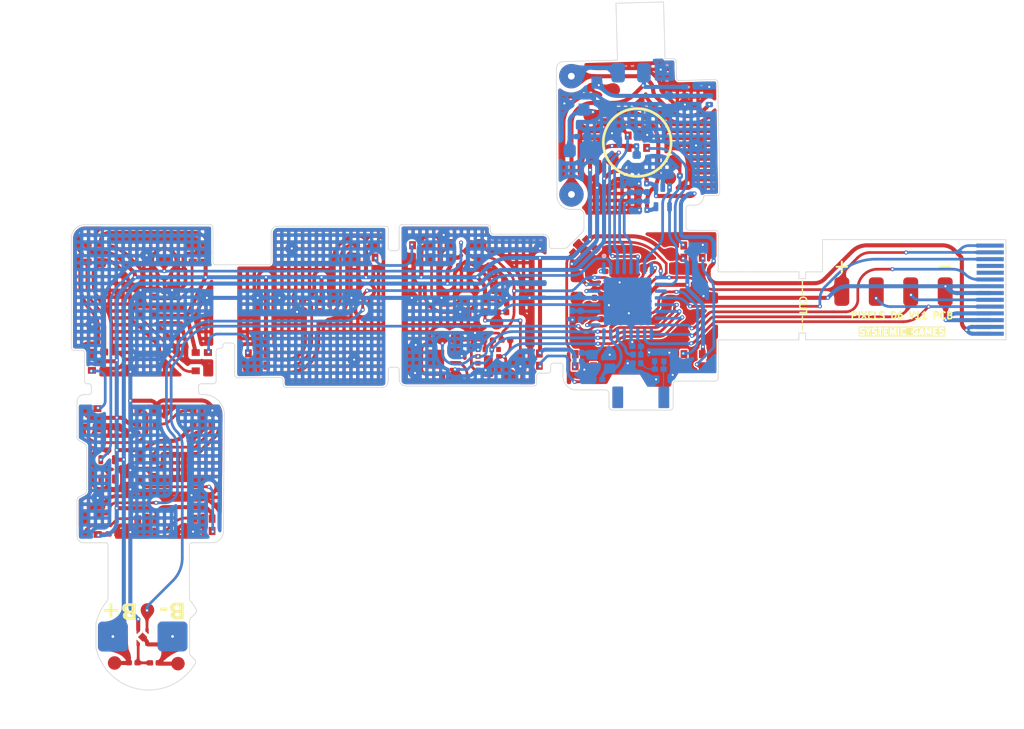
<source format=kicad_pcb>
(kicad_pcb (version 20241229) (generator "pcbnew") (generator_version "9.0")
  (title_block (title "Pixels D6 Layout") (date "2022-08-26") (rev "3") (company "Systemic Games, LLC") (comment 1 "Flexible PCB, 0.13mm thickness"))
  (layers (0 "F.Cu" signal) (2 "B.Cu" signal) (13 "F.Paste" user) (15 "B.Paste" user) (5 "F.SilkS" user "F.Silkscreen") (7 "B.SilkS" user "B.Silkscreen") (1 "F.Mask" user) (3 "B.Mask" user) (25 "Edge.Cuts" user))
  (net 0 "")
  (net 1 "/ANTENNA_MECHANICAL")
  (net 2 "GND")
  (net 3 "VDD")
  (net 4 "VDC")
  (net 5 "Net-(L1-Pad2)")
  (net 6 "Net-(U1-DEC4)")
  (net 7 "+5V")
  (net 8 "/PROG")
  (net 9 "VEE")
  (net 10 "/LED_EN")
  (net 11 "Net-(U1-XC2)")
  (net 12 "Net-(U1-DEC1)")
  (net 13 "Net-(U1-XC1)")
  (net 14 "RESET")
  (net 15 "SWDCLK")
  (net 16 "SWDIO")
  (net 17 "Net-(D2-DOUT)")
  (net 18 "/LED_DATA")
  (net 19 "/STATS")
  (net 20 "/5V_SENSE")
  (net 21 "/VBAT_SENSE")
  (net 22 "Net-(U1-DCC)")
  (net 23 "+BATT")
  (net 24 "/SCL")
  (net 25 "/SDA")
  (net 26 "/ACC_INT")
  (net 27 "/ANT_NRF")
  (net 28 "/ANT_50")
  (net 29 "/ANTENNA")
  (net 30 "Net-(D6-DOUT)")
  (net 31 "Net-(D7-DOUT)")
  (net 32 "Net-(D8-DOUT)")
  (net 33 "Net-(D12-DOUT)")
  (net 34 "Net-(D13-DOUT)")
  (net 35 "Net-(D15-DOUT)")
  (net 36 "Net-(D16-DOUT)")
  (net 37 "Net-(D17-DOUT)")
  (net 38 "Net-(D18-DOUT)")
  (net 39 "Net-(D19-DOUT)")
  (net 40 "Net-(D20-DOUT)")
  (net 41 "Net-(D21-DOUT)")
  (net 42 "/Wireless Charging/COILA")
  (net 43 "/Wireless Charging/COILB")
  (net 44 "/Wireless Charging/B-")
  (net 45 "Net-(U7-BAT)")
  (net 46 "Net-(D3-DOUT)")
  (net 47 "Net-(D4-DOUT)")
  (net 48 "Net-(D11-DOUT)")
  (net 49 "/LED_RETURN")
  (net 50 "Net-(U1-P0.28{slash}AIN4)")
  (net 51 "Net-(U1-P0.25)")
  (net 52 "/BATT_NTC_SENSE")
  (net 53 "/SM")
  (net 54 "Net-(U4-CE)")
  (net 55 "Net-(U1-DEC3)")
  (net 56 "TXO")
  (net 65 "Net-(D22-DOUT)")
  (net 66 "Net-(D23-DOUT)")
  (net 67 "Net-(D25-DOUT)")
  (net 68 "Net-(D26-DOUT)")
  (net 69 "Net-(D11-DIN)")
  (net 70 "Net-(D24-DOUT)")
  (net 71 "Net-(D5-DOUT)")
  (footprint "Pixels-dice:TX1812MWCA5-F01" (layer "F.Cu") (at 160.459994 82.953778 -45)
    (property "Reference" "D6")
    (property "Value" "TX1812MJA5" (hide yes))
  )
  (footprint "Pixels-dice:C_0402_1005Metric" (layer "F.Cu") (at 150.569994 82.963778 90)
    (property "Reference" "C16")
    (property "Value" "10uF 6.3V 20%")
  )
  (footprint "Pixels-dice:TX1812MWCA5-F01" (layer "F.Cu") (at 164.339994 74.893778 90)
    (property "Reference" "D2")
    (property "Value" "TX1812MJA5" (hide yes))
  )
  (footprint "Package_DFN_QFN:UDFN-4-1EP_1x1mm_P0.65mm_EP0.48x0.48mm" (layer "F.Cu") (at 127.865 111.44 90)
    (property "Reference" "U7")
    (property "Value" "DS6101")
  )
  (footprint "Pixels-dice:TDFN-8-1EP_3x2mm_P0.5mm_EP1.3x1.4mm" (layer "F.Cu") (at 149.441927 90.936601 -0.5)
    (property "Reference" "U5")
    (property "Value" "BL24C02F-NTRC")
  )
  (footprint "Package_TO_SOT_SMD:SOT-553" (layer "F.Cu") (at 125.279994 99.066278 90)
    (property "Reference" "U8")
    (property "Value" "SL1605")
  )
  (footprint "Pixels-dice:TestPoint_THTPad_D1.5mm_Drill0.7mm_nosilk" (layer "F.Cu") (at 159.469994 70.063778 150.5)
    (property "Reference" "P5" (hide yes))
    (property "Value" "COILA")
  )
  (footprint "Inductor_SMD:L_0603_1608Metric" (layer "F.Cu") (at 159.89 85.6125 -90)
    (property "Reference" "L1")
    (property "Value" "10uH 100mA 20%")
  )
  (footprint "Capacitor_SMD:C_0201_0603Metric" (layer "F.Cu") (at 162.300001 84.460001)
    (property "Reference" "C3")
    (property "Value" "0.1uF 10V 20%")
  )
  (footprint "Resistor_SMD:R_0201_0603Metric" (layer "F.Cu") (at 154.649994 89.523778)
    (property "Reference" "R10")
    (property "Value" "3.9k 1%")
  )
  (footprint "Capacitor_SMD:C_0201_0603Metric" (layer "F.Cu") (at 161.649994 87.663778 90)
    (property "Reference" "C10")
    (property "Value" "0.1uF 10V 20%")
  )
  (footprint "Capacitor_SMD:C_0201_0603Metric" (layer "F.Cu") (at 128.73 113.34)
    (property "Reference" "C23")
    (property "Value" "0.1uF 10V 20%")
  )
  (footprint "Pixels-dice:FPC-POGO-4" (layer "F.Cu") (at 183.219994 85.953778)
    (property "Reference" "J2" (hide yes))
    (property "Value" "Conn_01x04")
  )
  (footprint "Pixels-dice:C_0402_1005Metric" (layer "F.Cu") (at 152.779994 82.963778 90)
    (property "Reference" "C18")
    (property "Value" "4.7uF 10V 20%")
  )
  (footprint "Pixels-dice:FPB1_1-4" (layer "F.Cu") (at 151.674994 82.958778 90)
    (property "Reference" "U4")
    (property "Value" "ME6230")
  )
  (footprint "Resistor_SMD:R_0201_0603Metric" (layer "F.Cu") (at 154.08 87.160002 -90)
    (property "Reference" "R9")
    (property "Value" "100k 1%")
  )
  (footprint "Pixels-dice:C_0402_1005Metric" (layer "F.Cu") (at 164.319994 84.223778 180)
    (property "Reference" "C4")
    (property "Value" "4.7uF 10V 20%")
  )
  (footprint "Pixels-dice:Hongjie 10100 Solder Tabs" (layer "F.Cu") (at 127.8725 111.398566)
    (property "Reference" "J3" (hide yes))
    (property "Value" "Conn_01x02")
  )
  (footprint "Inductor_SMD:L_0201_0603Metric" (layer "F.Cu") (at 161.179994 86.088778 90)
    (property "Reference" "L2")
    (property "Value" "15nH 100mA 5%")
  )
  (footprint "Pixels-dice:C_0402_1005Metric" (layer "F.Cu") (at 161.999994 86.083778 -90)
    (property "Reference" "C1")
    (property "Value" "4.7uF 10V 20%")
  )
  (footprint "Resistor_SMD:R_0201_0603Metric" (layer "F.Cu") (at 127.17 113.33)
    (property "Reference" "R12")
    (property "Value" "510R 1%")
  )
  (footprint "Package_LGA:LGA-12_2x2mm_P0.5mm" (layer "F.Cu") (at 153.352494 90.986278 -90)
    (property "Reference" "U2")
    (property "Value" "SC7A20HTR")
  )
  (footprint "Pixels-dice:TEST_PIN" (layer "F.Cu") (at 151.059994 89.373778 180)
    (property "Reference" "W25" (hide yes))
    (property "Value" "VDD")
  )
  (footprint "Pixels-dice:TX1812MWCA5-F01" (layer "F.Cu") (at 164.439994 87.041278 -90)
    (property "Reference" "D5")
    (property "Value" "TX1812MJA5" (hide yes))
  )
  (footprint "Pixels-dice:TX1812MWCA5-F01" (layer "F.Cu") (at 168.437494 83.003778 90)
    (property "Reference" "D3")
    (property "Value" "TX1812MJA5" (hide yes))
  )
  (footprint "Pixels-dice:TEST_PIN" (layer "F.Cu") (at 160.859994 72.973778 180)
    (property "Reference" "W15" (hide yes))
    (property "Value" "+5V")
  )
  (footprint "Pixels-dice:TX1812MWCA5-F01" (layer "F.Cu") (at 124.099994 103.191278 180)
    (property "Reference" "D27")
    (property "Value" "TX1812MJA5" (hide yes))
  )
  (footprint "Resistor_SMD:R_0201_0603Metric" (layer "F.Cu") (at 154.700001 87.150001 90)
    (property "Reference" "TH1")
    (property "Value" "NTC 100k @ 25C")
  )
  (footprint "Pixels-dice:TX1812MWCA5-F01" (layer "F.Cu") (at 168.447494 91.013778 -90)
    (property "Reference" "D4")
    (property "Value" "TX1812MJA5" (hide yes))
  )
  (footprint "Pixels-dice:TX1812MWCA5-F01" (layer "F.Cu") (at 132.309994 103.161278 -90)
    (property "Reference" "D25")
    (property "Value" "TX1812MJA5" (hide yes))
  )
  (footprint "Pixels-dice:TEST_PIN" (layer "F.Cu") (at 130.47 113.4)
    (property "Reference" "W24" (hide yes))
    (property "Value" "B-" (hide yes))
  )
  (footprint "Pixels-dice:TX1812MWCA5-F01" (layer "F.Cu") (at 124.079994 95.261278)
    (property "Reference" "D21")
    (property "Value" "TX1812MJA5" (hide yes))
  )
  (footprint "Pixels-dice:TX1812MWCA5-F01" (layer "F.Cu") (at 136.339994 90.963778 -90)
    (property "Reference" "D15")
    (property "Value" "TX1812MJA5" (hide yes))
  )
  (footprint "Pixels-dice:TX1812MWCA5-F01" (layer "F.Cu") (at 132.279994 95.223778 90)
    (property "Reference" "D23")
    (property "Value" "TX1812MJA5" (hide yes))
  )
  (footprint "Pixels-dice:TX1812MWCA5-F01" (layer "F.Cu") (at 144.319994 82.983778 -90)
    (property "Reference" "D12")
    (property "Value" "TX1812MJA5" (hide yes))
  )
  (footprint "Pixels-dice:TestPoint_THTPad_D1.5mm_Drill0.7mm_nosilk" (layer "F.Cu") (at 159.479994 78.783778 0.5)
    (property "Reference" "P6" (hide yes))
    (property "Value" "COILB")
  )
  (footprint "Capacitor_SMD:C_0201_0603Metric" (layer "F.Cu") (at 132.199994 101.533778 90)
    (property "Reference" "C6")
    (property "Value" "0.1uF 10V 20%")
  )
  (footprint "Pixels-dice:TX1812MWCA5-F01" (layer "F.Cu") (at 160.432494 91.013778 90)
    (property "Reference" "D7")
    (property "Value" "TX1812MJA5" (hide yes))
  )
  (footprint "Pixels-dice:TEST_PIN" (layer "F.Cu") (at 162.559994 71.073778 180)
    (property "Reference" "W16" (hide yes))
    (property "Value" "VIN")
  )
  (footprint "Pixels-dice:TEST_PIN" (layer "F.Cu") (at 162.459994 76.173778 180)
    (property "Reference" "W21" (hide yes))
    (property "Value" "LED2")
  )
  (footprint "Pixels-dice:TEST_PIN" (layer "F.Cu") (at 153.96 88.25)
    (property "Reference" "W20" (hide yes))
    (property "Value" "TH1")
  )
  (footprint "Pixels-dice:TX1812MWCA5-F01" (layer "F.Cu") (at 128.202494 99.061278)
    (property "Reference" "D24")
    (property "Value" "TX1812MJA5" (hide yes))
  )
  (footprint "Pixels-dice:TEST_PIN" (layer "F.Cu") (at 150.92 92.23)
    (property "Reference" "W9" (hide yes))
    (property "Value" "SDA")
  )
  (footprint "Pixels-dice:TEST_PIN" (layer "F.Cu") (at 167.07 76.33)
    (property "Reference" "W2" (hide yes))
    (property "Value" "PROG")
  )
  (footprint "Capacitor_SMD:C_0201_0603Metric" (layer "F.Cu") (at 125.68 103.83)
    (property "Reference" "C14")
    (property "Value" "0.1uF 10V 20%")
  )
  (footprint "Pixels-dice:TEST_PIN" (layer "F.Cu") (at 128.22 109.44)
    (property "Reference" "W5" (hide yes))
    (property "Value" "SM")
  )
  (footprint "Pixels-dice:TEST_PIN" (layer "F.Cu") (at 125.8 113.35)
    (property "Reference" "W14" (hide yes))
    (property "Value" "BATT" (hide yes))
  )
  (footprint "Pixels-dice:TX1812MWCA5-F01" (layer "F.Cu") (at 152.377494 87.023778 -90)
    (property "Reference" "D9")
    (property "Value" "TX1812MJA5" (hide yes))
  )
  (footprint "Pixels-dice:TX1812MWCA5-F01" (layer "F.Cu") (at 132.229994 91.123778)
    (property "Reference" "D16")
    (property "Value" "TX1812MJA5" (hide yes))
  )
  (footprint "Pixels-dice:TEST_PIN" (layer "F.Cu") (at 162.959994 73.573778 180)
    (property "Reference" "W1" (hide yes))
    (property "Value" "LED_DATA1")
  )
  (footprint "Pixels-dice:TX1812MWCA5-F01" (layer "F.Cu") (at 124.579994 91.086278)
    (property "Reference" "D20")
    (property "Value" "TX1812MJA5" (hide yes))
  )
  (footprint "Pixels-dice:TEST_PIN" (layer "F.Cu") (at 129.459994 83.673778 180)
    (property "Reference" "W6" (hide yes))
    (property "Value" "MAG1")
  )
  (footprint "Pixels-dice:TEST_PIN" (layer "F.Cu") (at 149.91 89.36)
    (property "Reference" "W7" (hide yes))
    (property "Value" "ACC_INT")
  )
  (footprint "Pixels-dice:TX1812MWCA5-F01" (layer "F.Cu") (at 140.329994 87.021278 -90)
    (property "Reference" "D13")
    (property "Value" "TX1812MJA5" (hide yes))
  )
  (footprint "Pixels-dice:TX1812MWCA5-F01" (layer "F.Cu") (at 156.437494 90.973778 -90)
    (property "Reference" "D8")
    (property "Value" "TX1812MJA5" (hide yes))
  )
  (footprint "Pixels-dice:TEST_PIN" (layer "F.Cu") (at 166.7 77.55)
    (property "Reference" "W17" (hide yes))
    (property "Value" "STAT")
  )
  (footprint "Pixels-dice:TX1812MWCA5-F01" (layer "F.Cu") (at 124.257494 83.093778)
    (property "Reference" "D19")
    (property "Value" "TX1812MJA5" (hide yes))
  )
  (footprint "Pixels-dice:TX1812MWCA5-F01" (layer "F.Cu") (at 128.229994 87.026278 180)
    (property "Reference" "D17")
    (property "Value" "TX1812MJA5" (hide yes))
  )
  (footprint "Pixels-dice:TX1812MWCA5-F01" (layer "F.Cu") (at 128.192494 95.223778 90)
    (property "Reference" "D22")
    (property "Value" "TX1812MJA5" (hide yes))
  )
  (footprint "Pixels-dice:TEST_PIN" (layer "F.Cu") (at 154.96 92.18)
    (property "Reference" "W8" (hide yes))
    (property "Value" "SCL")
  )
  (footprint "Pixels-dice:TX1812MWCA5-F01" (layer "F.Cu") (at 128.177494 103.203778 -90)
    (property "Reference" "D26")
    (property "Value" "TX1812MJA5" (hide yes))
  )
  (footprint "Pixels-dice:TEST_PIN" (layer "F.Cu") (at 168.659994 75.173778 180)
    (property "Reference" "W19" (hide yes))
    (property "Value" "GND")
  )
  (footprint "Resistor_SMD:R_0201_0603Metric" (layer "F.Cu") (at 153.369994 89.533778)
    (property "Reference" "R11")
    (property "Value" "3.9k 1%")
  )
  (footprint "Pixels-dice:TEST_PIN" (layer "F.Cu") (at 166.84 83.2)
    (property "Reference" "W4" (hide yes))
    (property "Value" "VDC")
  )
  (footprint "Pixels-dice:TX1812MWCA5-F01" (layer "F.Cu") (at 148.439994 82.983778 -90)
    (property "Reference" "D11")
    (property "Value" "TX1812MJA5" (hide yes))
  )
  (footprint "Capacitor_SMD:C_0201_0603Metric" (layer "F.Cu") (at 136.639994 89.623778 180)
    (property "Reference" "C25")
    (property "Value" "0.1uF 10V 20%")
  )
  (footprint "Pixels-dice:TX1812MWCA5-F01" (layer "F.Cu") (at 132.009994 83.096278 180)
    (property "Reference" "D18")
    (property "Value" "TX1812MJA5" (hide yes))
  )
  (footprint "Pixels-dice:AW35122" (layer "B.Cu") (at 162.719994 75.45218 -90)
    (property "Reference" "U6")
    (property "Value" "AW35122")
  )
  (footprint "Capacitor_SMD:C_0201_0603Metric" (layer "B.Cu") (at 164.03 90.92 -90)
    (property "Reference" "C7")
    (property "Value" "100pF NP0 10V 2%")
  )
  (footprint "Capacitor_SMD:C_0201_0603Metric" (layer "B.Cu") (at 161.429997 92.440002)
    (property "Reference" "C5")
    (property "Value" "8pF 10V 10%")
  )
  (footprint "Capacitor_SMD:C_0201_0603Metric" (layer "B.Cu") (at 160.230001 90.790001 90)
    (property "Reference" "C2")
    (property "Value" "8pF 10V 10%")
  )
  (footprint "Pixels-dice:QFN-32-1EP_5x5mm_P0.5mm_EP3.1x3.1mm" (layer "B.Cu") (at 163.621909 86.66552 -90)
    (property "Reference" "U1")
    (property "Value" "N52810_QFN32")
  )
  (footprint "Capacitor_SMD:C_0201_0603Metric" (layer "B.Cu") (at 164.28 89.99 180)
    (property "Reference" "C8")
    (property "Value" "0.8pF 10V 5% C0G")
  )
  (footprint "Pixels-dice:C_0402_1005Metric" (layer "B.Cu") (at 164.29 76.360001 -90)
    (property "Reference" "C9")
    (property "Value" "10uF 6.3V 20%")
  )
  (footprint "Resistor_SMD:R_0201_0603Metric" (layer "B.Cu") (at 160.209982 74.510986 0.5)
    (property "Reference" "R4")
    (property "Value" "10k 1%")
  )
  (footprint "Resistor_SMD:R_0201_0603Metric" (layer "B.Cu") (at 167.149982 77.39657 179.5)
    (property "Reference" "R6")
    (property "Value" "3.57k 1%")
  )
  (footprint "Pixels-dice:FPC_14" (layer "B.Cu") (at 190.35 89.06 90)
    (property "Reference" "J1" (hide yes))
    (property "Value" "Conn_01x14")
  )
  (footprint "Capacitor_SMD:C_0402_1005Metric" (layer "B.Cu") (at 166.665805 71.993796 -89.5)
    (property "Reference" "C13")
    (property "Value" "4.7uF 25V 20%")
  )
  (footprint "Capacitor_SMD:C_0603_1608Metric" (layer "B.Cu") (at 160.124964 75.557015 0.5)
    (property "Reference" "C15")
    (property "Value" "22uF 10V 20%")
  )
  (footprint "Capacitor_SMD:C_0201_0603Metric" (layer "B.Cu") (at 163.896989 79.626723 -89.5)
    (property "Reference" "C21")
    (property "Value" "10nF 25V 10%")
  )
  (footprint "Resistor_SMD:R_0201_0603Metric" (layer "B.Cu") (at 165.031186 78.293792 -89.5)
    (property "Reference" "R7")
    (property "Value" "3.9M 1%")
  )
  (footprint "Resistor_SMD:R_0201_0603Metric" (layer "B.Cu") (at 164.48523 79.618869 90.5)
    (property "Reference" "R2")
    (property "Value" "3.9M 1%")
  )
  (footprint "Resistor_SMD:R_0201_0603Metric" (layer "B.Cu") (at 163.866989 78.308791 90.5)
    (property "Reference" "R8")
    (property "Value" "10M 1%")
  )
  (footprint "Resistor_SMD:R_0201_0603Metric" (layer "B.Cu") (at 165.046989 79.608767 90.5)
    (property "Reference" "R1")
    (property "Value" "3.9M 1%")
  )
  (footprint "Capacitor_SMD:C_0201_0603Metric" (layer "B.Cu") (at 164.454302 78.304603 90.5)
    (property "Reference" "C22")
    (property "Value" "10nF 25V 10%")
  )
  (footprint "Pixels-dice:Crystal_SMD_2016-4Pin_2.0x1.6mm" (layer "B.Cu") (at 161.65 91.11)
    (property "Reference" "Y1")
    (property "Value" "32MHz 40ppm")
  )
  (footprint "Capacitor_SMD:C_0201_0603Metric" (layer "B.Cu") (at 166.29 90.78 90)
    (property "Reference" "C11")
    (property "Value" "DNP")
  )
  (footprint "Inductor_SMD:L_0201_0603Metric" (layer "B.Cu") (at 164.59 90.92 -90)
    (property "Reference" "L5")
    (property "Value" "3.9nH 5%")
  )
  (footprint "Resistor_SMD:R_0201_0603Metric" (layer "B.Cu") (at 160.149996 87.689998 -90)
    (property "Reference" "R5")
    (property "Value" "100k 1%")
  )
  (footprint "Pixels-dice:SOT-23" (layer "B.Cu") (at 161.349994 71.533778 -90)
    (property "Reference" "U3")
    (property "Value" "PJ75BL50SA")
  )
  (footprint "Capacitor_SMD:C_0201_0603Metric" (layer "B.Cu") (at 164.279994 74.913778 90)
    (property "Reference" "C24")
    (property "Value" "0.1uF 10V 20%")
  )
  (footprint "Resistor_SMD:R_0201_0603Metric" (layer "B.Cu") (at 165.95 91.67)
    (property "Reference" "L3")
    (property "Value" "0 Ohm")
  )
  (footprint "Pixels-dice:SOT-363_SC-70-6" (layer "B.Cu") (at 168.739994 71.503778 180)
    (property "Reference" "D1")
    (property "Value" "BAV99S" (hide yes))
  )
  (footprint "Resistor_SMD:R_0201_0603Metric" (layer "B.Cu") (at 159.549997 87.689996 90)
    (property "Reference" "R3")
    (property "Value" "41.2k 1%")
  )
  (footprint "Capacitor_SMD:C_0201_0603Metric" (layer "B.Cu") (at 165.61 90.77 90)
    (property "Reference" "C12")
    (property "Value" "DNP")
  )
  (footprint "Pixels-dice:CHIP_ANT" (layer "B.Cu") (at 166.289994 93.753779 -90)
    (property "Reference" "AE1")
    (property "Value" "Antenna_Chip" (hide yes))
  )
  (footprint "Package_TO_SOT_SMD:SOT-553" (layer "B.Cu") (at 166.21 78.9775 -90)
    (property "Reference" "U9")
    (property "Value" "XT4051")
  )
  (footprint "Capacitor_SMD:C_0805_2012Metric" (layer "B.Cu") (at 163.869994 69.803778)
    (property "Reference" "C19")
    (property "Value" "12nF 50V 5% NP0")
  )
  (gr_circle (center 164.324405 74.95445) (end 161.8245 74.976267) (stroke (width 0.2)) (fill no) (layer "F.SilkS"))
  (gr_circle (center 161.881909 83.32552) (end 161.781909 83.32552) (stroke (width 0.15)) (fill yes) (layer "B.SilkS"))
  (gr_arc (start 161.99268 93.206898) (mid 162.169449 93.280093) (end 162.242659 93.452264) (stroke (width 0.05)) (layer "Edge.Cuts"))
  (gr_line (start 176.240282 89.518329) (end 170.296748 89.518112) (stroke (width 0.05)) (layer "Edge.Cuts"))
  (gr_arc (start 123.031963 94.055951) (mid 123.175143 93.703738) (end 123.524377 93.551795) (stroke (width 0.05)) (layer "Edge.Cuts"))
  (gr_line (start 158.633508 91.226498) (end 158.650712 91.226499) (stroke (width 0.05)) (layer "Edge.Cuts"))
  (gr_line (start 170.091015 81.439412) (end 168.130366 81.439406) (stroke (width 0.05)) (layer "Edge.Cuts"))
  (gr_line (start 146.1779 91.52946) (end 146.5798 91.52946) (stroke (width 0.05)) (layer "Edge.Cuts"))
  (gr_arc (start 131.989948 92.951866) (mid 132.048423 92.810444) (end 132.189801 92.751848) (stroke (width 0.05)) (layer "Edge.Cuts"))
  (gr_arc (start 159.233619 82.630222) (mid 159.071498 82.73852) (end 158.880253 82.776488) (stroke (width 0.05)) (layer "Edge.Cuts"))
  (gr_arc (start 153.305084 81.035386) (mid 153.445124 81.09465) (end 153.502995 81.238864) (stroke (width 0.05)) (layer "Edge.Cuts"))
  (gr_line (start 158.880253 82.776513) (end 158.0396 82.776511) (stroke (width 0.05)) (layer "Edge.Cuts"))
  (gr_line (start 166.378459 68.780643) (end 166.268713 64.5889) (stroke (width 0.05)) (layer "Edge.Cuts"))
  (gr_arc (start 146.776423 81.226037) (mid 146.835084 81.084505) (end 146.976696 81.026023) (stroke (width 0.05)) (layer "Edge.Cuts"))
  (gr_arc (start 134.450199 89.742025) (mid 134.587244 89.799274) (end 134.647181 89.94478) (stroke (width 0.05)) (layer "Edge.Cuts"))
  (gr_arc (start 131.81107 109.376852) (mid 131.841293 109.533738) (end 131.770313 109.676915) (stroke (width 0.05)) (layer "Edge.Cuts"))
  (gr_line (start 158.372279 69.490155) (end 158.409069 78.893512) (stroke (width 0.05)) (layer "Edge.Cuts"))
  (gr_arc (start 132.386295 93.551903) (mid 133.44965 93.994244) (end 133.885995 95.054615) (stroke (width 0.05)) (layer "Edge.Cuts"))
  (gr_line (start 170.060465 70.318326) (end 167.421456 70.387449) (stroke (width 0.05)) (layer "Edge.Cuts"))
  (gr_arc (start 133.810706 103.670533) (mid 133.580553 104.237524) (end 133.021492 104.475952) (stroke (width 0.05)) (layer "Edge.Cuts"))
  (gr_arc (start 162.492703 94.691212) (mid 162.315906 94.617976) (end 162.242688 94.441178) (stroke (width 0.05)) (layer "Edge.Cuts"))
  (gr_arc (start 145.776352 81.126622) (mid 145.917771 81.185159) (end 145.97635 81.323225) (stroke (width 0.05)) (layer "Edge.Cuts"))
  (gr_line (start 157.389507 81.72547) (end 156.852219 81.725462) (stroke (width 0.05)) (layer "Edge.Cuts"))
  (gr_line (start 160.402957 81.249616) (end 160.394577 80.289011) (stroke (width 0.05)) (layer "Edge.Cuts"))
  (gr_arc (start 137.345233 83.775745) (mid 137.285764 83.91812) (end 137.141622 83.9758) (stroke (width 0.05)) (layer "Edge.Cuts"))
  (gr_line (start 123.388815 90.275792) (end 122.810312 90.27575) (stroke (width 0.05)) (layer "Edge.Cuts"))
  (gr_line (start 170.407707 78.651545) (end 170.265525 70.511305) (stroke (width 0.05)) (layer "Edge.Cuts"))
  (gr_arc (start 138.450692 93.025617) (mid 138.289706 92.960045) (end 138.223475 92.79914) (stroke (width 0.05)) (layer "Edge.Cuts"))
  (gr_arc (start 123.032794 101.329899) (mid 123.066008 101.205919) (end 123.181438 101.102669) (stroke (width 0.05)) (layer "Edge.Cuts"))
  (gr_arc (start 146.5798 91.52946) (mid 146.719952 91.588742) (end 146.777823 91.732846) (stroke (width 0.05)) (layer "Edge.Cuts"))
  (gr_line (start 123.886606 93.551802) (end 123.524377 93.551795) (stroke (width 0.05)) (layer "Edge.Cuts"))
  (gr_line (start 122.612247 82.02684) (end 122.61207 89.27574) (stroke (width 0.05)) (layer "Edge.Cuts"))
  (gr_arc (start 170.091015 81.439412) (mid 170.234782 81.496661) (end 170.294622 81.639375) (stroke (width 0.05)) (layer "Edge.Cuts"))
  (gr_arc (start 170.060465 70.318326) (mid 170.203952 70.373758) (end 170.265525 70.511305) (stroke (width 0.05)) (layer "Edge.Cuts"))
  (gr_line (start 159.424988 79.889381) (end 159.994831 79.884298) (stroke (width 0.05)) (layer "Edge.Cuts"))
  (gr_arc (start 138.023722 92.282716) (mid 138.166731 92.3411) (end 138.225439 92.487324) (stroke (width 0.05)) (layer "Edge.Cuts"))
  (gr_arc (start 137.345243 81.637568) (mid 137.487792 81.276895) (end 137.845304 81.126525) (stroke (width 0.05)) (layer "Edge.Cuts"))
  (gr_line (start 167.186297 68.959422) (end 167.218873 70.192618) (stroke (width 0.05)) (layer "Edge.Cuts"))
  (gr_line (start 176.74971 84.997943) (end 176.249994 84.997943) (stroke (width 0.05)) (layer "Edge.Cuts"))
  (gr_arc (start 167.421456 70.387449) (mid 167.280178 70.331562) (end 167.218902 70.192617) (stroke (width 0.05)) (layer "Edge.Cuts"))
  (gr_line (start 137.345243 81.637568) (end 137.34526 83.77575) (stroke (width 0.05)) (layer "Edge.Cuts"))
  (gr_line (start 156.852219 81.725462) (end 153.752798 81.725442) (stroke (width 0.05)) (layer "Edge.Cuts"))
  (gr_arc (start 147.282624 92.916725) (mid 146.922549 92.768516) (end 146.777851 92.416678) (stroke (width 0.05)) (layer "Edge.Cuts"))
  (gr_line (start 138.225439 92.487324) (end 138.223446 92.79914) (stroke (width 0.05)) (layer "Edge.Cuts"))
  (gr_line (start 157.839411 82.19265) (end 157.839407 82.578906) (stroke (width 0.05)) (layer "Edge.Cuts"))
  (gr_arc (start 131.740785 113.395856) (mid 127.695167 115.295578) (end 124.42942 112.244201) (stroke (width 0.05)) (layer "Edge.Cuts"))
  (gr_line (start 177.987659 82.118112) (end 191.507659 82.118112) (stroke (width 0.05)) (layer "Edge.Cuts"))
  (gr_arc (start 159.851445 93.206908) (mid 159.141006 92.910775) (end 158.851411 92.200883) (stroke (width 0.05)) (layer "Edge.Cuts"))
  (gr_arc (start 159.994831 79.884298) (mid 160.275828 79.999908) (end 160.394577 80.289011) (stroke (width 0.05)) (layer "Edge.Cuts"))
  (gr_line (start 123.588783 92.551778) (end 123.588783 90.472638) (stroke (width 0.05)) (layer "Edge.Cuts"))
  (gr_arc (start 132.84651 81.026782) (mid 132.986021 81.084848) (end 133.045095 81.230134) (stroke (width 0.05)) (layer "Edge.Cuts"))
  (gr_line (start 169.393407 78.867353) (end 170.21443 78.860176) (stroke (width 0.05)) (layer "Edge.Cuts"))
  (gr_arc (start 133.781624 89.942023) (mid 133.724361 90.085995) (end 133.58403 90.145943) (stroke (width 0.05)) (layer "Edge.Cuts"))
  (gr_line (start 132.459686 92.751833) (end 133.088549 92.751835) (stroke (width 0.05)) (layer "Edge.Cuts"))
  (gr_arc (start 145.977963 92.517983) (mid 145.834615 92.87712) (end 145.481533 93.026624) (stroke (width 0.05)) (layer "Edge.Cuts"))
  (gr_line (start 145.976553 82.735107) (end 145.97635 81.323225) (stroke (width 0.05)) (layer "Edge.Cuts"))
  (gr_line (start 131.320294 106.317574) (end 131.320286 108.507198) (stroke (width 0.05)) (layer "Edge.Cuts"))
  (gr_arc (start 123.532679 104.483538) (mid 123.179248 104.337126) (end 123.032862 103.983577) (stroke (width 0.05)) (layer "Edge.Cuts"))
  (gr_line (start 123.03279 95.263601) (end 123.031949 94.055951) (stroke (width 0.05)) (layer "Edge.Cuts"))
  (gr_line (start 160.253925 81.609925) (end 159.233619 82.630222) (stroke (width 0.05)) (layer "Edge.Cuts"))
  (gr_line (start 124.42942 110.421165) (end 124.42942 112.244201) (stroke (width 0.05)) (layer "Edge.Cuts"))
  (gr_arc (start 123.388815 90.275792) (mid 123.530225 90.334366) (end 123.588783 90.472638) (stroke (width 0.05)) (layer "Edge.Cuts"))
  (gr_line (start 150.705316 81.031533) (end 146.976696 81.026007) (stroke (width 0.05)) (layer "Edge.Cuts"))
  (gr_line (start 158.850676 91.429655) (end 158.851411 92.200883) (stroke (width 0.05)) (layer "Edge.Cuts"))
  (gr_arc (start 122.612302 82.026824) (mid 122.905087 81.319785) (end 123.612091 81.026902) (stroke (width 0.05)) (layer "Edge.Cuts"))
  (gr_arc (start 125.117072 104.483605) (mid 125.264257 104.539376) (end 125.319198 104.687257) (stroke (width 0.05)) (layer "Edge.Cuts"))
  (gr_arc (start 170.407707 78.651545) (mid 170.354389 78.796331) (end 170.21443 78.860176) (stroke (width 0.05)) (layer "Edge.Cuts"))
  (gr_arc (start 123.159817 96.928373) (mid 123.067315 96.838458) (end 123.03279 96.717517) (stroke (width 0.05)) (layer "Edge.Cuts"))
  (gr_line (start 123.159817 96.928373) (end 123.607328 97.186936) (stroke (width 0.05)) (layer "Edge.Cuts"))
  (gr_line (start 131.518741 104.487659) (end 133.021492 104.475952) (stroke (width 0.05)) (layer "Edge.Cuts"))
  (gr_arc (start 131.431666 108.821665) (mid 131.348933 108.673945) (end 131.320286 108.507198) (stroke (width 0.05)) (layer "Edge.Cuts"))
  (gr_arc (start 158.372279 69.490155) (mid 158.513423 69.140178) (end 158.859318 68.988734) (stroke (width 0.05)) (layer "Edge.Cuts"))
  (gr_line (start 124.088786 92.955147) (end 124.088787 93.355146) (stroke (width 0.05)) (layer "Edge.Cuts"))
  (gr_line (start 123.73279 97.404378) (end 123.732777 100.637601) (stroke (width 0.05)) (layer "Edge.Cuts"))
  (gr_arc (start 122.810312 90.27575) (mid 122.669957 90.216538) (end 122.612042 90.075764) (stroke (width 0.05)) (layer "Edge.Cuts"))
  (gr_line (start 133.810706 103.670533) (end 133.885995 95.054615) (stroke (width 0.05)) (layer "Edge.Cuts"))
  (gr_arc (start 133.286221 92.558786) (mid 133.22512 92.695731) (end 133.088549 92.751835) (stroke (width 0.05)) (layer "Edge.Cuts"))
  (gr_line (start 133.286226 90.346) (end 133.286221 92.558786) (stroke (width 0.05)) (layer "Edge.Cuts"))
  (gr_line (start 146.574234 82.935109) (end 146.559117 82.935109) (stroke (width 0.05)) (layer "Edge.Cuts"))
  (gr_line (start 131.989884 92.951866) (end 131.989883 93.351777) (stroke (width 0.05)) (layer "Edge.Cuts"))
  (gr_line (start 176.739994 89.003773) (end 176.740003 89.508112) (stroke (width 0.05)) (layer "Edge.Cuts"))
  (gr_arc (start 156.908917 92.161633) (mid 156.969405 92.023698) (end 157.108972 91.967043) (stroke (width 0.05)) (layer "Edge.Cuts"))
  (gr_arc (start 166.978609 94.441164) (mid 166.905459 94.617965) (end 166.723857 94.691162) (stroke (width 0.05)) (layer "Edge.Cuts"))
  (gr_arc (start 131.332637 110.2182) (mid 131.351673 110.122523) (end 131.407546 110.039727) (stroke (width 0.05)) (layer "Edge.Cuts"))
  (gr_line (start 131.3203 104.695011) (end 131.320294 106.317574) (stroke (width 0.05)) (layer "Edge.Cuts"))
  (gr_arc (start 131.702614 113.09121) (mid 131.773987 113.236946) (end 131.740785 113.395856) (stroke (width 0.05)) (layer "Edge.Cuts"))
  (gr_line (start 146.777823 91.732846) (end 146.777823 92.416678) (stroke (width 0.05)) (layer "Edge.Cuts"))
  (gr_line (start 168.120151 79.578511) (end 168.609543 79.574232) (stroke (width 0.05)) (layer "Edge.Cuts"))
  (gr_line (start 162.870359 68.877719) (end 158.859317 68.98871) (stroke (width 0.05)) (layer "Edge.Cuts"))
  (gr_arc (start 145.977882 91.731062) (mid 146.035908 91.588617) (end 146.1779 91.529476) (stroke (width 0.05)) (layer "Edge.Cuts"))
  (gr_line (start 134.647181 89.94478) (end 134.654401 92.111045) (stroke (width 0.05)) (layer "Edge.Cuts"))
  (gr_line (start 166.978246 68.764922) (end 166.378459 68.780643) (stroke (width 0.05)) (layer "Edge.Cuts"))
  (gr_arc (start 123.788768 92.751789) (mid 123.647377 92.693204) (end 123.588811 92.551778) (stroke (width 0.05)) (layer "Edge.Cuts"))
  (gr_line (start 131.405909 112.794967) (end 131.702614 113.09121) (stroke (width 0.05)) (layer "Edge.Cuts"))
  (gr_line (start 170.294659 84.502278) (end 176.249994 84.492277) (stroke (width 0.05)) (layer "Edge.Cuts"))
  (gr_line (start 147.282624 92.916725) (end 156.714015 92.918088) (stroke (width 0.05)) (layer "Edge.Cuts"))
  (gr_arc (start 123.607312 97.186963) (mid 123.699175 97.278854) (end 123.732739 97.404378) (stroke (width 0.05)) (layer "Edge.Cuts"))
  (gr_line (start 157.109036 91.965427) (end 157.108972 91.967043) (stroke (width 0.05)) (layer "Edge.Cuts"))
  (gr_line (start 132.181227 81.026794) (end 132.84651 81.026782) (stroke (width 0.05)) (layer "Edge.Cuts"))
  (gr_line (start 157.109036 91.965427) (end 157.749967 91.965365) (stroke (width 0.05)) (layer "Edge.Cuts"))
  (gr_arc (start 157.947755 91.426481) (mid 158.008116 91.283358) (end 158.151951 91.226496) (stroke (width 0.05)) (layer "Edge.Cuts"))
  (gr_line (start 131.332636 112.614528) (end 131.332637 110.2182) (stroke (width 0.05)) (layer "Edge.Cuts"))
  (gr_line (start 170.294659 81.639412) (end 170.294659 84.502278) (stroke (width 0.05)) (layer "Edge.Cuts"))
  (gr_line (start 145.977848 91.731062) (end 145.977963 92.517983) (stroke (width 0.05)) (layer "Edge.Cuts"))
  (gr_line (start 158.151951 91.226496) (end 158.633508 91.226498) (stroke (width 0.05)) (layer "Edge.Cuts"))
  (gr_arc (start 156.908843 92.710923) (mid 156.854334 92.855301) (end 156.714015 92.918088) (stroke (width 0.05)) (layer "Edge.Cuts"))
  (gr_line (start 146.559117 82.935109) (end 146.173838 82.935098) (stroke (width 0.05)) (layer "Edge.Cuts"))
  (gr_line (start 176.249994 84.997943) (end 176.249994 84.492277) (stroke (width 0.05)) (layer "Edge.Cuts"))
  (gr_line (start 167.917355 79.780649) (end 167.930094 81.240924) (stroke (width 0.05)) (layer "Edge.Cuts"))
  (gr_arc (start 133.241722 83.975788) (mid 133.102579 83.91594) (end 133.045279 83.77579) (stroke (width 0.05)) (layer "Edge.Cuts"))
  (gr_line (start 191.507659 82.118112) (end 191.507659 89.508112) (stroke (width 0.05)) (layer "Edge.Cuts"))
  (gr_line (start 150.705316 81.031533) (end 153.305084 81.035386) (stroke (width 0.05)) (layer "Edge.Cuts"))
  (gr_arc (start 166.97825 68.765001) (mid 167.122976 68.818679) (end 167.186297 68.959422) (stroke (width 0.05)) (layer "Edge.Cuts"))
  (gr_arc (start 123.732777 100.637601) (mid 123.698967 100.763358) (end 123.606202 100.855459) (stroke (width 0.05)) (layer "Edge.Cuts"))
  (gr_line (start 176.240282 89.518329) (end 176.239994 89.003782) (stroke (width 0.05)) (layer "Edge.Cuts"))
  (gr_line (start 133.045095 81.230134) (end 133.04525 83.77579) (stroke (width 0.05)) (layer "Edge.Cuts"))
  (gr_arc (start 157.389507 81.72547) (mid 157.713527 81.863108) (end 157.839411 82.19265) (stroke (width 0.05)) (layer "Edge.Cuts"))
  (gr_line (start 170.041757 92.557167) (end 167.178958 92.554909) (stroke (width 0.05)) (layer "Edge.Cuts"))
  (gr_line (start 162.760475 64.68075) (end 162.870359 68.877719) (stroke (width 0.05)) (layer "Edge.Cuts"))
  (gr_arc (start 153.752798 81.725442) (mid 153.576147 81.652277) (end 153.502995 81.479841) (stroke (width 0.05)) (layer "Edge.Cuts"))
  (gr_line (start 166.978656 92.758507) (end 166.978659 94.441112) (stroke (width 0.05)) (layer "Edge.Cuts"))
  (gr_line (start 176.239994 89.003782) (end 176.739994 89.003773) (stroke (width 0.05)) (layer "Edge.Cuts"))
  (gr_arc (start 168.130366 81.439385) (mid 167.989382 81.381384) (end 167.930122 81.240924) (stroke (width 0.05)) (layer "Edge.Cuts"))
  (gr_arc (start 133.286259 90.346) (mid 133.344853 90.204546) (end 133.4863 90.145959) (stroke (width 0.05)) (layer "Edge.Cuts"))
  (gr_line (start 138.023722 92.282696) (end 134.853047 92.310365) (stroke (width 0.05)) (layer "Edge.Cuts"))
  (gr_arc (start 124.088787 93.355146) (mid 124.029028 93.494427) (end 123.886606 93.551802) (stroke (width 0.05)) (layer "Edge.Cuts"))
  (gr_line (start 161.683178 93.206923) (end 161.99268 93.206898) (stroke (width 0.05)) (layer "Edge.Cuts"))
  (gr_line (start 131.407546 110.039727) (end 131.770338 109.67694) (stroke (width 0.05)) (layer "Edge.Cuts"))
  (gr_arc (start 124.42942 110.421165) (mid 124.729585 109.581073) (end 125.208481 108.828398) (stroke (width 0.05)) (layer "Edge.Cuts"))
  (gr_line (start 133.9816 89.742024) (end 134.450199 89.742025) (stroke (width 0.05)) (layer "Edge.Cuts"))
  (gr_line (start 123.788768 92.751789) (end 123.881832 92.751804) (stroke (width 0.05)) (layer "Edge.Cuts"))
  (gr_line (start 146.776335 81.226037) (end 146.776552 82.729742) (stroke (width 0.05)) (layer "Edge.Cuts"))
  (gr_line (start 137.141622 83.9758) (end 133.241722 83.975788) (stroke (width 0.05)) (layer "Edge.Cuts"))
  (gr_arc (start 160.4028 81.249617) (mid 160.365644 81.44322) (end 160.253925 81.609925) (stroke (width 0.05)) (layer "Edge.Cuts"))
  (gr_line (start 125.319198 104.687257) (end 125.319193 106.357481) (stroke (width 0.05)) (layer "Edge.Cuts"))
  (gr_line (start 156.908843 92.710923) (end 156.908917 92.161633) (stroke (width 0.05)) (layer "Edge.Cuts"))
  (gr_arc (start 146.776552 82.729742) (mid 146.719926 82.874626) (end 146.574234 82.935109) (stroke (width 0.05)) (layer "Edge.Cuts"))
  (gr_arc (start 131.405909 112.794967) (mid 131.351682 112.713906) (end 131.332636 112.614528) (stroke (width 0.05)) (layer "Edge.Cuts"))
  (gr_line (start 125.319193 106.357481) (end 125.319187 108.514701) (stroke (width 0.05)) (layer "Edge.Cuts"))
  (gr_arc (start 132.192994 93.551864) (mid 132.049569 93.494328) (end 131.989913 93.351777) (stroke (width 0.05)) (layer "Edge.Cuts"))
  (gr_line (start 123.032794 101.329899) (end 123.032787 103.983577) (stroke (width 0.05)) (layer "Edge.Cuts"))
  (gr_line (start 157.94737 91.763487) (end 157.947669 91.426431) (stroke (width 0.05)) (layer "Edge.Cuts"))
  (gr_arc (start 125.319187 108.514701) (mid 125.290204 108.682434) (end 125.208481 108.828398) (stroke (width 0.05)) (layer "Edge.Cuts"))
  (gr_line (start 162.242659 94.441178) (end 162.242659 93.452264) (stroke (width 0.05)) (layer "Edge.Cuts"))
  (gr_line (start 145.776352 81.126577) (end 137.845304 81.126508) (stroke (width 0.05)) (layer "Edge.Cuts"))
  (gr_line (start 153.502995 81.238864) (end 153.502995 81.479841) (stroke (width 0.05)) (layer "Edge.Cuts"))
  (gr_line (start 176.740003 89.508112) (end 191.507659 89.508112) (stroke (width 0.05)) (layer "Edge.Cuts"))
  (gr_line (start 123.606202 100.855459) (end 123.181438 101.102669) (stroke (width 0.05)) (layer "Edge.Cuts"))
  (gr_arc (start 157.94737 91.763487) (mid 157.889559 91.906111) (end 157.749967 91.965365) (stroke (width 0.05)) (layer "Edge.Cuts"))
  (gr_arc (start 170.296718 92.307169) (mid 170.223493 92.484044) (end 170.041757 92.557167) (stroke (width 0.05)) (layer "Edge.Cuts"))
  (gr_line (start 166.268713 64.5889) (end 162.760475 64.68075) (stroke (width 0.05)) (layer "Edge.Cuts"))
  (gr_arc (start 167.917505 79.780648) (mid 167.973274 79.640174) (end 168.120151 79.578511) (stroke (width 0.05)) (layer "Edge.Cuts"))
  (gr_arc (start 133.78164 89.942023) (mid 133.840197 89.800617) (end 133.9816 89.74204) (stroke (width 0.05)) (layer "Edge.Cuts"))
  (gr_line (start 159.851445 93.207066) (end 160.778979 93.206994) (stroke (width 0.05)) (layer "Edge.Cuts"))
  (gr_line (start 123.532679 104.483538) (end 125.117072 104.483605) (stroke (width 0.05)) (layer "Edge.Cuts"))
  (gr_line (start 176.74971 84.497943) (end 176.74971 84.997943) (stroke (width 0.05)) (layer "Edge.Cuts"))
  (gr_line (start 166.723857 94.691162) (end 162.492703 94.691212) (stroke (width 0.05)) (layer "Edge.Cuts"))
  (gr_line (start 122.61207 89.27574) (end 122.612012 90.075764) (stroke (width 0.05)) (layer "Edge.Cuts"))
  (gr_arc (start 146.173838 82.935098) (mid 146.034168 82.875529) (end 145.976582 82.735107) (stroke (width 0.05)) (layer "Edge.Cuts"))
  (gr_line (start 170.296748 89.518112) (end 170.296798 92.307169) (stroke (width 0.05)) (layer "Edge.Cuts"))
  (gr_arc (start 159.424988 79.889381) (mid 158.709126 79.60374) (end 158.409099 78.893512) (stroke (width 0.05)) (layer "Edge.Cuts"))
  (gr_arc (start 158.0396 82.776511) (mid 157.899609 82.719433) (end 157.839407 82.578906) (stroke (width 0.05)) (layer "Edge.Cuts"))
  (gr_arc (start 134.853047 92.310365) (mid 134.712702 92.251504) (end 134.65443 92.111045) (stroke (width 0.05)) (layer "Edge.Cuts"))
  (gr_arc (start 123.881832 92.751804) (mid 124.027751 92.80789) (end 124.088786 92.955147) (stroke (width 0.05)) (layer "Edge.Cuts"))
  (gr_line (start 123.03279 95.263601) (end 123.03279 96.717517) (stroke (width 0.05)) (layer "Edge.Cuts"))
  (gr_line (start 160.778979 93.206994) (end 161.683178 93.206923) (stroke (width 0.05)) (layer "Edge.Cuts"))
  (gr_line (start 133.4863 90.145943) (end 133.58403 90.145943) (stroke (width 0.05)) (layer "Edge.Cuts"))
  (gr_arc (start 131.3203 104.695011) (mid 131.375716 104.549426) (end 131.518741 104.487677) (stroke (width 0.05)) (layer "Edge.Cuts"))
  (gr_line (start 132.192994 93.551864) (end 132.386295 93.551903) (stroke (width 0.05)) (layer "Edge.Cuts"))
  (gr_arc (start 158.650712 91.226499) (mid 158.792049 91.285005) (end 158.850676 91.429655) (stroke (width 0.05)) (layer "Edge.Cuts"))
  (gr_arc (start 169.19656 79.044091) (mid 169.261583 78.918539) (end 169.393407 78.867415) (stroke (width 0.05)) (layer "Edge.Cuts"))
  (gr_arc (start 131.431673 108.821659) (mid 131.633004 109.091306) (end 131.81107 109.376852) (stroke (width 0.05)) (layer "Edge.Cuts"))
  (gr_arc (start 169.196605 79.044096) (mid 169.001347 79.420824) (end 168.609543 79.574232) (stroke (width 0.05)) (layer "Edge.Cuts"))
  (gr_arc (start 166.978656 92.758507) (mid 167.036057 92.614764) (end 167.178958 92.554928) (stroke (width 0.05)) (layer "Edge.Cuts"))
  (gr_line (start 132.181239 81.026808) (end 123.612091 81.026886) (stroke (width 0.05)) (layer "Edge.Cuts"))
  (gr_line (start 138.450692 93.025617) (end 145.481533 93.026624) (stroke (width 0.05)) (layer "Edge.Cuts"))
  (gr_line (start 177.987659 82.118112) (end 177.987659 84.498006) (stroke (width 0.05)) (layer "Edge.Cuts"))
  (gr_line (start 176.74971 84.497943) (end 177.987659 84.498006) (stroke (width 0.05)) (layer "Edge.Cuts"))
  (gr_line (start 132.459686 92.751833) (end 132.189801 92.751832) (stroke (width 0.05)) (layer "Edge.Cuts"))
  (gr_text "--CUT--" (at 176.539994 86.973778 270) (layer "F.SilkS") (effects (font (size 0.5 0.5) (thickness 0.1))))
  (gr_text "PIXELS D6 V11 PCB" (at 183.839994 87.723778 0) (layer "F.SilkS") (effects (font (size 0.5 0.5) (thickness 0.12))))
  (gr_text "SYSTEMIC GAMES" (at 183.839994 88.923778 0) (layer "F.SilkS" knockout) (effects (font (size 0.5 0.5) (thickness 0.12))))
  (gr_text "B+" (at 126.17 109.44 180) (layer "F.SilkS") (effects (font (size 1.2 1.2) (thickness 0.2) (bold yes))))
  (gr_text "B-" (at 130.06 109.4 180) (layer "F.SilkS") (effects (font (size 1.2 1.2) (thickness 0.125))))
  (segment (start 161.925191 87.26858) (end 161.920705 87.273067) (width 0.3) (layer "F.Cu") (net 2))
  (segment (start 169.22 86.28) (end 169.285 86.345) (width 0.3) (layer "F.Cu") (net 2))
  (segment (start 125.193554 95.986278) (end 124.579994 95.986278) (width 0.3) (layer "F.Cu") (net 2))
  (segment (start 136.319994 89.377726) (end 136.319994 89.623777) (width 0.3) (layer "F.Cu") (net 2))
  (segment (start 156.399994 90.773864) (end 156.399994 86.432591) (width 0.3) (layer "F.Cu") (net 2))
  (segment (start 162.239994 86.953778) (end 162.053028 86.766811) (width 0.3) (layer "F.Cu") (net 2))
  (segment (start 164.45151 77.984615) (end 164.465752 77.998857) (width 0.3) (layer "F.Cu") (net 2))
  (segment (start 154.700002 86.432587) (end 154.700002 86.83) (width 0.3) (layer "F.Cu") (net 2))
  (segment (start 156.394994 86.42052) (end 156.389994 86.41552) (width 0.3) (layer "F.Cu") (net 2))
  (segment (start 127.729994 85.87792) (end 127.729994 86.301278) (width 0.3) (layer "F.Cu") (net 2))
  (segment (start 151.387792 90.701575) (end 151.389994 90.703778) (width 0.3) (layer "F.Cu") (net 2))
  (segment (start 162.085704 87.108066) (end 162.136868 87.056902) (width 0.3) (layer "F.Cu") (net 2))
  (segment (start 135.812494 91.463778) (end 135.614994 91.463778) (width 0.3) (layer "F.Cu") (net 2))
  (segment (start 154.71 86.41552) (end 154.705001 86.420519) (width 0.3) (layer "F.Cu") (net 2))
  (segment (start 176.921892 86.41) (end 169.441923 86.41) (width 0.3) (layer "F.Cu") (net 2))
  (segment (start 161.992493 87.201276) (end 161.974546 87.219223) (width 0.3) (layer "F.Cu") (net 2))
  (segment (start 129.433894 93.983778) (end 132.194119 93.983778) (width 0.3) (layer "F.Cu") (net 2))
  (segment (start 162.074993 87.118777) (end 162.064282 87.129488) (width 0.3) (layer "F.Cu") (net 2))
  (segment (start 162.064282 87.129488) (end 162.053571 87.140198) (width 0.3) (layer "F.Cu") (net 2))
  (segment (start 128.917494 94.511642) (end 128.917494 94.512085) (width 0.3) (layer "F.Cu") (net 2))
  (segment (start 136.319994 90.934574) (end 136.319994 89.869828) (width 0.3) (layer "F.Cu") (net 2))
  (segment (start 136.319994 89.623777) (end 136.319994 89.869828) (width 0.3) (layer "F.Cu") (net 2))
  (segment (start 177.598108 86.41) (end 176.921892 86.41) (width 0.3) (layer "F.Cu") (net 2))
  (segment (start 162.234837 86.958934) (end 162.239994 86.953778) (width 0.3) (layer "F.Cu") (net 2))
  (segment (start 130.756147 90.94993) (end 130.019994 90.213778) (width 0.3) (layer "F.Cu") (net 2))
  (segment (start 162.01044 87.183329) (end 161.992493 87.201276) (width 0.3) (layer "F.Cu") (net 2))
  (segment (start 126.381712 96.180028) (end 126.959994 96.373778) (width 0.3) (layer "F.Cu") (net 2))
  (segment (start 132.729994 91.589341) (end 132.729994 91.848778) (width 0.3) (layer "F.Cu") (net 2))
  (segment (start 161.999994 86.638778) (end 161.999994 86.563778) (width 0.3) (layer "F.Cu") (net 2))
  (segment (start 153.149994 91.748778) (end 153.102494 91.748778) (width 0.2) (layer "F.Cu") (net 2))
  (segment (start 176.921892 86.41) (end 177.598108 86.41) (width 0.3) (layer "F.Cu") (net 2))
  (segment (start 128.917494 94.500177) (end 128.917494 94.512085) (width 0.3) (layer "F.Cu") (net 2))
  (segment (start 136.319994 89.377726) (end 136.319994 86.466733) (width 0.3) (layer "F.Cu") (net 2))
  (segment (start 162.178118 87.015652) (end 162.157493 87.036277) (width 0.3) (layer "F.Cu") (net 2))
  (segment (start 162.234837 86.958934) (end 162.224524 86.969246) (width 0.3) (layer "F.Cu") (net 2))
  (segment (start 162.198743 86.995027) (end 162.178118 87.015652) (width 0.3) (layer "F.Cu") (net 2))
  (segment (start 161.660203 78.463778) (end 161.971175 78.463778) (width 0.3) (layer "F.Cu") (net 2))
  (segment (start 153.149994 91.748778) (end 153.602494 91.748778) (width 0.2) (layer "F.Cu") (net 2))
  (segment (start 162.219368 86.974402) (end 162.198743 86.995027) (width 0.3) (layer "F.Cu") (net 2))
  (segment (start 156.194994 91.268778) (end 156.088106 91.375666) (width 0.3) (layer "F.Cu") (net 2))
  (segment (start 155.851244 91.473778) (end 155.712494 91.473778) (width 0.3) (layer "F.Cu") (net 2))
  (segment (start 161.369994 78.293778) (end 161.454994 78.378778) (width 0.3) (layer "F.Cu") (net 2))
  (segment (start 132.767494 94.221278) (end 132.911303 94.365086) (width 0.3) (layer "F.Cu") (net 2))
  (segment (start 162.085704 87.108066) (end 162.074993 87.118777) (width 0.3) (layer "F.Cu") (net 2))
  (segment (start 162.157493 87.036277) (end 162.136868 87.056902) (width 0.3) (layer "F.Cu") (net 2))
  (segment (start 160.147228 83.91) (end 159.51 83.91) (width 0.3) (layer "F.Cu") (net 2))
  (segment (start 161.974546 87.219223) (end 161.956599 87.23717) (width 0.3) (layer "F.Cu") (net 2))
  (segment (start 133.004994 94.723778) (end 133.004994 94.591278) (width 0.3) (layer "F.Cu") (net 2))
  (segment (start 187.07 88.05) (end 187.07 86.022072) (width 0.3) (layer "F.Cu") (net 2))
  (segment (start 151.382475 90.699373) (end 150.906553 90.699373) (width 0.3) (layer "F.Cu") (net 2))
  (segment (start 161.749994 87.343778) (end 161.649994 87.343778) (width 0.3) (layer "F.Cu") (net 2))
  (segment (start 162.01044 87.183329) (end 162.053571 87.140198) (width 0.3) (layer "F.Cu") (net 2))
  (segment (start 162.224524 86.969246) (end 162.219368 86.974402) (width 0.3) (layer "F.Cu") (net 2))
  (segment (start 178.38 86.41) (end 177.598108 86.41) (width 0.3) (layer "F.Cu") (net 2))
  (segment (start 147.712494 86.41302) (end 147.709994 86.41552) (width 0.3) (layer "F.Cu") (net 2))
  (segment (start 161.956599 87.23717) (end 161.938651 87.255119) (width 0.3) (layer "F.Cu") (net 2))
  (segment (start 187.049997 85.973781) (end 187.029994 85.953778) (width 0.3) (layer "F.Cu") (net 2))
  (segment (start 126.959994 94.003778) (end 128.40963 94.003778) (width 0.3) (layer "F.Cu") (net 2))
  (segment (start 136.164994 91.308778) (end 136.149648 91.324124) (width 0.3) (layer "F.Cu") (net 2))
  (segment (start 132.619994 91.323778) (end 132.469994 91.173778) (width 0.3) (layer "F.Cu") (net 2))
  (segment (start 161.934164 87.259606) (end 161.925191 87.26858) (width 0.3) (layer "F.Cu") (net 2))
  (segment (start 127.54 110.11) (end 127.54 110.9) (width 0.3) (layer "F.Cu") (net 2))
  (segment (start 131.199994 91.133778) (end 132.373426 91.133778) (width 0.3) (layer "F.Cu") (net 2))
  (segment (start 161.934164 87.259606) (end 161.938651 87.255119) (width 0.3) (layer "F.Cu") (net 2))
  (segment (start 164.479994 78.03324) (end 164.479994 79.938857) (width 0.3) (layer "F.Cu") (net 2))
  (segment (start 160.255887 83.864992) (end 160.300895 83.819984) (width 0.3) (layer "F.Cu") (net 2))
  (segment (start 127.719994 85.853778) (end 127.709994 85.843778) (width 0.3) (layer "F.Cu") (net 2))
  (segment (start 136.349994 86.41552) (end 136.334994 86.43052) (width 0.3) (layer "F.Cu") (net 2))
  (segment (start 164.45151 77.984615) (end 163.127977 77.984615) (width 0.3) (layer "F.Cu") (net 2))
  (via (at 154.71 86.41552) (size 0.3) (drill 0.15) (layers "F.Cu" "B.Cu") (net 2))
  (via (at 158.959994 72.073778) (size 0.3) (drill 0.15) (layers "F.Cu" "B.Cu") (net 2))
  (via (at 166.059994 69.573778) (size 0.3) (drill 0.15) (layers "F.Cu" "B.Cu") (net 2))
  (via (at 162.239994 86.953778) (size 0.3) (drill 0.15) (layers "F.Cu" "B.Cu") (net 2))
  (via (at 124.159994 88.373778) (size 0.3) (drill 0.15) (layers "F.Cu" "B.Cu") (net 2))
  (via (at 126.959994 100.543778) (size 0.3) (drill 0.15) (layers "F.Cu" "B.Cu") (net 2))
  (via (at 128.159994 83.273778) (size 0.3) (drill 0.15) (layers "F.Cu" "B.Cu") (net 2))
  (via (at 152.602494 90.223778) (size 0.3) (drill 0.15) (layers "F.Cu" "B.Cu") (net 2))
  (via (at 163.029994 85.273778) (size 0.3) (drill 0.15) (layers "F.Cu" "B.Cu") (net 2))
  (via (at 150.059994 81.773778) (size 0.3) (drill 0.15) (layers "F.Cu" "B.Cu") (net 2))
  (via (at 126.959994 99.123778) (size 0.3) (drill 0.15) (layers "F.Cu" "B.Cu") (net 2))
  (via (at 163.96 89.67) (size 0.3) (drill 0.15) (layers "F.Cu" "B.Cu") (net 2))
  (via (at 124.559994 101.173778) (size 0.3) (drill 0.15) (layers "F.Cu" "B.Cu") (net 2))
  (via (at 162.469994 74.273778) (size 0.3) (drill 0.15) (layers "F.Cu" "B.Cu") (net 2))
  (via (at 130.04 85.843778) (size 0.3) (drill 0.15) (layers "F.Cu" "B.Cu") (net 2))
  (via (at 161.369994 78.293778) (size 0.3) (drill 0.15) (layers "F.Cu" "B.Cu") (net 2))
  (via (at 165.064994 74.393778) (size 0.3) (drill 0.15) (layers "F.Cu" "B.Cu") (net 2))
  (via (at 160.43 91.71) (size 0.3) (drill 0.15) (layers "F.Cu" "B.Cu") (net 2))
  (via (at 137.949994 86.41552) (size 0.3) (drill 0.15) (layers "F.Cu" "B.Cu") (net 2))
  (via (at 156.389994 86.41552) (size 0.3) (drill 0.15) (layers "F.Cu" "B.Cu") (net 2))
  (via (at 126.959994 103.693778) (size 0.3) (drill 0.15) (layers "F.Cu" "B.Cu") (net 2))
  (via (at 143.459994 90.973778) (size 0.3) (drill 0.15) (layers "F.Cu" "B.Cu") (net 2))
  (via (at 167.839994 72.153778) (size 0.3) (drill 0.15) (layers "F.Cu" "B.Cu") (net 2))
  (via (at 127.54 110.11) (size 0.3) (drill 0.15) (layers "F.Cu" "B.Cu") (net 2))
  (via (at 136.349994 86.41552) (size 0.3) (drill 0.15) (layers "F.Cu" "B.Cu") (net 2))
  (via (at 169.162494 82.503778) (size 0.3) (drill 0.15) (layers "F.Cu" "B.Cu") (net 2))
  (via (at 130.019994 90.213778) (size 0.3) (drill 0.15) (layers "F.Cu" "B.Cu") (net 2))
  (via (at 133.004994 94.723778) (size 0.3) (drill 0.15) (layers "F.Cu" "B.Cu") (net 2))
  (via (at 166.94 92.1) (size 0.3) (drill 0.15) (layers "F.Cu" "B.Cu") (net 2))
  (via (at 147.709994 86.41552) (size 0.3) (drill 0.15) (layers "F.Cu" "B.Cu") (net 2))
  (via (at 148 89.89) (size 0.3) (drill 0.15) (layers "F.Cu" "B.Cu") (net 2))
  (via (at 159.549994 88.03) (size 0.3) (drill 0.15) (layers "F.Cu" "B.Cu") (net 2))
  (via (at 164.479994 79.938857) (size 0.3) (drill 0.15) (layers "F.Cu" "B.Cu") (net 2))
  (via (at 162.3 90.61) (size 0.3) (drill 0.15) (layers "F.Cu" "B.Cu") (net 2))
  (via (at 166.7 90.46) (size 0.3) (drill 0.15) (layers "F.Cu" "B.Cu") (net 2))
  (via (at 165.72 92.43) (size 0.3) (drill 0.15) (layers "F.Cu" "B.Cu") (net 2))
  (via (at 131.584994 103.661278) (size 0.3) (drill 0.15) (layers "F.Cu" "B.Cu") (net 2))
  (via (at 157.159994 82.773778) (size 0.3) (drill 0.15) (layers "F.Cu" "B.Cu") (net 2))
  (via (at 126.959994 94.003778) (size 0.3) (drill 0.15) (layers "F.Cu" "B.Cu") (net 2))
  (via (at 155.712494 91.473778) (size 0.3) (drill 0.15) (layers "F.Cu" "B.Cu") (net 2))
  (via (at 126.959994 91.87) (size 0.3) (drill 0.15) (layers "F.Cu" "B.Cu") (net 2))
  (via (at 187.07 88.05) (size 0.3) (drill 0.15) (layers "F.Cu" "B.Cu") (net 2))
  (via (at 187.05 85.56) (size 0.3) (drill 0.15) (layers "F.Cu" "B.Cu") (net 2))
  (via (at 127.709994 85.843778) (size 0.3) (drill 0.15) (layers "F.Cu" "B.Cu") (net 2))
  (via (at 147.95 91.96) (size 0.3) (drill 0.15) (layers "F.Cu" "B.Cu") (net 2))
  (via (at 149.899994 86.41552) (size 0.3) (drill 0.15) (layers "F.Cu" "B.Cu") (net 2))
  (via (at 163.63 91.24) (size 0.3) (drill 0.15) (layers "F.Cu" "B.Cu") (net 2))
  (via (at 143.26 86.41552) (size 0.3) (drill 0.15) (layers "F.Cu" "B.Cu") (net 2))
  (via (at 131.47 100.973778) (size 0.3) (drill 0.15) (layers "F.Cu" "B.Cu") (net 2))
  (via (at 151.28 87.45) (size 0.3) (drill 0.15) (layers "F.Cu" "B.Cu") (net 2))
  (via (at 139.25 87.45) (size 0.3) (drill 0.15) (layers "F.Cu" "B.Cu") (net 2))
  (via (at 178.38 86.41) (size 0.3) (drill 0.15) (layers "F.Cu" "B.Cu") (net 2))
  (via (at 126.959994 96.373778) (size 0.3) (drill 0.15) (layers "F.Cu" "B.Cu") (net 2))
  (via (at 164.45151 77.984615) (size 0.3) (drill 0.15) (layers "F.Cu" "B.Cu") (net 2))
  (via (at 151.389994 90.703778) (size 0.3) (drill 0.15) (layers "F.Cu" "B.Cu") (net 2))
  (via (at 153.149994 91.748778) (size 0.3) (drill 0.15) (layers "F.Cu" "B.Cu") (net 2))
  (via (at 168.659994 75.173778) (size 0.3) (drill 0.15) (layers "F.Cu" "B.Cu") (net 2))
  (via (at 165.21 90.44) (size 0.3) (drill 0.15) (layers "F.Cu" "B.Cu") (net 2))
  (via (at 163.709994 87.553778) (size 0.3) (drill 0.15) (layers "F.Cu" "B.Cu") (net 2))
  (via (at 169.22 86.28) (size 0.3) (drill 0.15) (layers "F.Cu" "B.Cu") (net 2))
  (via (at 169.639994 70.853778) (size 0.3) (drill 0.15) (layers "F.Cu" "B.Cu") (net 2))
  (via (at 138.859994 82.773778) (size 0.3) (drill 0.15) (layers "F.Cu" "B.Cu") (net 2))
  (via (at 159.51 83.91) (size 0.3) (drill 0.15) (layers "F.Cu" "B.Cu") (net 2))
  (via (at 132.607454 86.41552) (size 0.3) (drill 0.15) (layers "F.Cu" "B.Cu") (net 2))
  (via (at 152.369994 89.003778) (size 0.3) (drill 0.15) (layers "F.Cu" "B.Cu") (net 2))
  (arc (start 128.40963 94.003778) (mid 128.603982 94.042436) (end 128.768744 94.152528) (width 0.3) (layer "F.Cu") (net 2))
  (arc (start 155.851244 91.473778) (mid 155.979433 91.448279) (end 156.088106 91.375666) (width 0.3) (layer "F.Cu") (net 2))
  (arc (start 161.999994 86.638778) (mid 162.013778 86.708068) (end 162.053028 86.766811) (width 0.3) (layer "F.Cu") (net 2))
  (arc (start 162.549576 78.224196) (mid 162.284204 78.401512) (end 161.971175 78.463778) (width 0.3) (layer "F.Cu") (net 2))
  (arc (start 169.441923 86.41) (mid 169.356997 86.393107) (end 169.285 86.345) (width 0.3) (layer "F.Cu") (net 2))
  (arc (start 147.712494 86.41302) (mid 147.714345 86.41025) (end 147.714994 86.406984) (width 0.3) (layer "F.Cu") (net 2))
  (arc (start 127.729994 85.87792) (mid 127.727396 85.864854) (end 127.719994 85.853778) (width 0.3) (layer "F.Cu") (net 2))
  (arc (start 161.454994 78.378778) (mid 161.549145 78.441687) (end 161.660203 78.463778) (width 0.3) (layer "F.Cu") (net 2))
  (arc (start 160.147228 83.91) (mid 160.206033 83.898302) (end 160.255887 83.864992) (width 0.3) (layer "F.Cu") (net 2))
  (arc (start 136.319994 90.934574) (mid 136.279711 91.137091) (end 136.164994 91.308778) (width 0.3) (layer "F.Cu") (net 2))
  (arc (start 132.911303 94.365086) (mid 132.980645 94.468863) (end 133.004994 94.591278) (width 0.3) (layer "F.Cu") (net 2))
  (arc (start 163.127977 77.984615) (mid 162.814949 78.04688) (end 162.549576 78.224196) (width 0.3) (layer "F.Cu") (net 2))
  (arc (start 136.334994 86.43052) (mid 136.323893 86.447134) (end 136.319994 86.466733) (width 0.3) (layer "F.Cu") (net 2))
  (arc (start 128.917494 94.500177) (mid 128.956803 94.302559) (end 129.068744 94.135028) (width 0.3) (layer "F.Cu") (net 2))
  (arc (start 129.433894 93.983778) (mid 129.236277 94.023086) (end 129.068744 94.135028) (width 0.3) (layer "F.Cu") (net 2))
  (arc (start 132.619994 91.323778) (mid 132.701406 91.445619) (end 132.729994 91.589341) (width 0.3) (layer "F.Cu") (net 2))
  (arc (start 161.920705 87.273067) (mid 161.842383 87.3254) (end 161.749994 87.343778) (width 0.3) (layer "F.Cu") (net 2))
  (arc (start 154.700002 86.432587) (mid 154.701301 86.426055) (end 154.705001 86.420519) (width 0.3) (layer "F.Cu") (net 2))
  (arc (start 132.767494 94.221278) (mid 132.504428 94.045502) (end 132.194119 93.983778) (width 0.3) (layer "F.Cu") (net 2))
  (arc (start 132.373426 91.133778) (mid 132.425689 91.144173) (end 132.469994 91.173778) (width 0.3) (layer "F.Cu") (net 2))
  (arc (start 156.394994 86.42052) (mid 156.398695 86.426058) (end 156.399994 86.432591) (width 0.3) (layer "F.Cu") (net 2))
  (arc (start 135.812494 91.463778) (mid 135.994961 91.427483) (end 136.149648 91.324124) (width 0.3) (layer "F.Cu") (net 2))
  (arc (start 128.917494 94.511642) (mid 128.878836 94.31729) (end 128.768744 94.152528) (width 0.3) (layer "F.Cu") (net 2))
  (arc (start 156.194994 91.268778) (mid 156.346717 91.041709) (end 156.399994 90.773864) (width 0.3) (layer "F.Cu") (net 2))
  (arc (start 151.387792 90.701575) (mid 151.385353 90.699945) (end 151.382475 90.699373) (width 0.3) (layer "F.Cu") (net 2))
  (arc (start 131.199994 91.133778) (mid 130.959786 91.085997) (end 130.756147 90.94993) (width 0.3) (layer "F.Cu") (net 2))
  (arc (start 187.049997 85.973781) (mid 187.064801 85.995937) (end 187.07 86.022072) (width 0.3) (layer "F.Cu") (net 2))
  (arc (start 126.381712 96.180028) (mid 125.79548 96.035033) (end 125.193554 95.986278) (width 0.3) (layer "F.Cu") (net 2))
  (arc (start 164.479994 78.03324) (mid 164.476293 78.014632) (end 164.465752 77.998857) (width 0.3) (layer "F.Cu") (net 2))
  (segment (start 160.899934 75.398459) (end 160.899934 75.139762) (width 0.3) (layer "B.Cu") (net 2))
  (segment (start 162.469994 74.273778) (end 162.469994 74.278778) (width 0.3) (layer "B.Cu") (net 2))
  (segment (start 164.723573 74.593778) (end 164.279994 74.593778) (width 0.3) (layer "B.Cu") (net 2))
  (segment (start 166.21 77.871767) (end 166.21 78.265) (width 0.3) (layer "B.Cu") (net 2))
  (segment (start 126.959994 100.543778) (end 126.959994 103.693778) (width 0.3) (layer "B.Cu") (net 2))
  (segment (start 163.826285 77.986709) (end 163.824191 77.988803) (width 0.3) (layer "B.Cu") (net 2))
  (segment (start 188.925 85.56) (end 187.675 85.56) (width 0.3) (layer "B.Cu") (net 2))
  (segment (start 162.355865 86.409649) (end 162.480865 86.534649) (width 0.3) (layer "B.Cu") (net 2))
  (segment (start 130.04 85.843778) (end 132.035712 85.843778) (width 0.3) (layer "B.Cu") (net 2))
  (segment (start 136.349994 86.41552) (end 132.607454 86.41552) (width 0.3) (layer "B.Cu") (net 2))
  (segment (start 187.906482 87.56) (end 190.35 87.56) (width 0.3) (layer "B.Cu") (net 2))
  (segment (start 162.876771 72.473778) (end 165.022317 72.473778) (width 0.3) (layer "B.Cu") (net 2))
  (segment (start 126.959994 94.003778) (end 126.959994 96.373778) (width 0.3) (layer "B.Cu") (net 2))
  (segment (start 189.665 86.06) (end 190.35 86.06) (width 0.3) (layer "B.Cu") (net 2))
  (segment (start 164.479994 79.938857) (end 163.873183 79.938857) (width 0.3) (layer "B.Cu") (net 2))
  (segment (start 163.63 91.24) (end 164.03 91.24) (width 0.3) (layer "B.Cu") (net 2))
  (segment (start 162.556699 74.615718) (end 162.908771 74.96779) (width 0.3) (layer "B.Cu") (net 2))
  (segment (start 162.469994 74.048778) (end 162.469994 73.082161) (width 0.3) (layer "B.Cu") (net 2))
  (segment (start 187.05 85.56) (end 187.3 85.81) (width 0.3) (layer "B.Cu") (net 2))
  (segment (start 187.05 85.56) (end 187.675 85.56) (width 0.3) (layer "B.Cu") (net 2))
  (segment (start 161.3276 86.41552) (end 161.041215 86.41552) (width 0.3) (layer "B.Cu") (net 2))
  (segment (start 126.959994 87.124108) (end 126.959994 89.803778) (width 0.3) (layer "B.Cu") (net 2))
  (segment (start 162.969994 75.115597) (end 162.969994 75.20218) (width 0.3) (layer "B.Cu") (net 2))
  (segment (start 161.041215 86.41552) (end 156.389994 86.41552) (width 0.3) (layer "B.Cu") (net 2))
  (segment (start 165.064994 74.393778) (end 165.064994 72.516455) (width 0.3) (layer "B.Cu") (net 2))
  (segment (start 167.839994 72.153778) (end 167.679994 72.313778) (width 0.3) (layer "B.Cu") (net 2))
  (segment (start 160.714952 74.693176) (end 160.52997 74.508194) (width 0.3) (layer "B.Cu") (net 2))
  (segment (start 162.469994 72.952464) (end 162.469994 73.082161) (width 0.3) (layer "B.Cu") (net 2))
  (segment (start 162.459994 72.713778) (end 162.299994 72.533778) (width 0.3) (layer "B.Cu") (net 2))
  (segment (start 166.747959 72.473778) (end 166.592028 72.473778) (width 0.3) (layer "B.Cu") (net 2))
  (segment (start 132.035712 85.843778) (end 132.607454 86.41552) (width 0.3) (layer "B.Cu") (net 2))
  (segment (start 178.38 86.41) (end 178.805 85.985) (width 0.3) (layer "B.Cu") (net 2))
  (segment (start 126.959994 91.463778) (end 126.959994 89.803778) (width 0.3) (layer "B.Cu") (net 2))
  (segment (start 166.659997 77.393778) (end 166.829994 77.393778) (width 0.3) (layer "B.Cu") (net 2))
  (segment (start 168.689997 85.759997) (end 169.206464 86.276464) (width 0.3) (layer "B.Cu") (net 2))
  (segment (start 127.709994 85.843778) (end 127.334994 86.218778) (width 0.3) (layer "B.Cu") (net 2))
  (segment (start 166.592028 72.473778) (end 165.057672 72.473778) (width 0.3) (layer "B.Cu") (net 2))
  (segment (start 161.109994 91.797771) (end 161.109994 92.440004) (width 0.3) (layer "B.Cu") (net 2))
  (segment (start 161.613985 86.41552) (end 161.3276 86.41552) (width 0.3) (layer "B.Cu") (net 2))
  (segment (start 160.829289 91.71) (end 160.43 91.71) (width 0.3) (layer "B.Cu") (net 2))
  (segment (start 127.249997 109.819997) (end 127.54 110.11) (width 0.3) (layer "B.Cu") (net 2))
  (segment (start 187.087071 88.06) (end 190.35 88.06) (width 0.3) (layer "B.Cu") (net 2))
  (segment (start 162.796816 86.66552) (end 163.621909 86.66552) (width 0.3) (layer "B.Cu") (net 2))
  (segment (start 126.959994 94.003778) (end 126.959994 91.87) (width 0.3) (layer "B.Cu") (net 2))
  (segment (start 126.959994 99.123778) (end 126.959994 100.543778) (width 0.3) (layer "B.Cu") (net 2))
  (segment (start 166.35 77.533778) (end 166.369793 77.513984) (width 0.3) (layer "B.Cu") (net 2))
  (segment (start 166.659997 77.393778) (end 166.320003 77.393778) (width 0.3) (layer "B.Cu") (net 2))
  (segment (start 164.45151 77.984615) (end 164.45151 77.823438) (width 0.3) (layer "B.Cu") (net 2))
  (segment (start 168.519994 82.896412) (end 168.519994 85.349573) (width 0.3) (layer "B.Cu") (net 2))
  (segment (start 162.469994 72.952464) (end 162.469994 72.930848) (width 0.3) (layer "B.Cu") (net 2))
  (segment (start 163.863702 79.942784) (end 163.859775 79.946711) (width 0.3) (layer "B.Cu") (net 2))
  (segment (start 161.310854 75.442918) (end 162.133965 74.619807) (width 0.3) (layer "B.Cu") (net 2))
  (segment (start 160.330001 91.610001) (end 160.43 91.71) (width 0.3) (layer "B.Cu") (net 2))
  (segment (start 162.138054 74.615718) (end 162.133965 74.619807) (width 0.3) (layer "B.Cu") (net 2))
  (segment (start 187.075 88.055) (end 187.07 88.05) (width 0.3) (layer "B.Cu") (net 2))
  (segment (start 162.466459 74.287313) (end 162.133965 74.619807) (width 0.3) (layer "B.Cu") (net 2))
  (segment (start 166.90389 72.473778) (end 166.747959 72.473778) (width 0.3) (layer "B.Cu") (net 2))
  (segment (start 164.479994 79.938857) (end 164.488022 79.938857) (width 0.3) (layer "B.Cu") (net 2))
  (segment (start 162.469994 74.273778) (end 162.469994 74.048778) (width 0.3) (layer "B.Cu") (net 2))
  (segment (start 126.959994 109.119867) (end 126.959994 103.693778) (width 0.3) (layer "B.Cu") (net 2))
  (segment (start 162.574994 72.598778) (end 162.459994 72.713778) (width 0.3) (layer "B.Cu") (net 2))
  (segment (start 129.744951 90.488821) (end 130.019994 90.213778) (width 0.3) (layer "B.Cu") (net 2))
  (segment (start 126.959994 99.123778) (end 126.959994 96.373778) (width 0.3) (layer "B.Cu") (net 2))
  (segment (start 154.71 86.41552) (end 156.389994 86.41552) (width 0.3) (layer "B.Cu") (net 2))
  (segment (start 161.900371 86.41552) (end 161.613985 86.41552) (width 0.3) (layer "B.Cu") (net 2))
  (segment (start 164.585752 77.52802) (end 164.565479 77.548293) (width 0.3) (layer "B.Cu") (net 2))
  (segment (start 147.709994 86.41552) (end 149.899994 86.41552) (width 0.3) (layer "B.Cu") (net 2))
  (segment (start 154.71 86.41552) (end 149.899994 86.41552) (width 0.3) (layer "B.Cu") (net 2))
  (segment (start 162.469994 72.822768) (end 162.469994 72.844384) (width 0.3) (layer "B.Cu") (net 2))
  (segment (start 161.369994 78.293778) (end 161.369994 76.352694) (width 0.3) (layer "B.Cu") (net 2))
  (segment (start 162.469994 72.779536) (end 162.469994 72.75792) (width 0.3) (layer "B.Cu") (net 2))
  (segment (start 136.349994 86.41552) (end 137.949994 86.41552) (width 0.3) (layer "B.Cu") (net 2))
  (segment (start 161.1683 82.411697) (end 161.193215 82.386784) (width 0.3) (layer "B.Cu") (net 2))
  (segment (start 162.32995 86.41552) (end 162.186757 86.41552) (width 0.3) (layer "B.Cu") (net 2))
  (segment (start 169.162494 82.503778) (end 168.912629 82.503778) (width 0.3) (layer "B.Cu") (net 2))
  (segment (start 159.59 83.91) (end 159.51 83.91) (width 0.3) (layer "B.Cu") (net 2))
  (segment (start 188.295 86.06) (end 187.903553 86.06) (width 0.3) (layer "B.Cu") (net 2))
  (segment (start 179.83104 85.56) (end 187.05 85.56) (width 0.3) (layer "B.Cu") (net 2))
  (segment (start 130.04 85.843778) (end 127.709994 85.843778) (width 0.3) (layer "B.Cu") (net 2))
  (segment (start 167.29372 72.473778) (end 166.90389 72.473778) (width 0.3) (layer "B.Cu") (net 2))
  (segment (start 127.789994 90.633778) (end 129.394994 90.633778) (width 0.3) (layer "B.Cu") (net 2))
  (segment (start 162.186757 86.41552) (end 161.900371 86.41552) (width 0.3) (layer "B.Cu") (net 2))
  (segment (start 137.949994 86.41552) (end 143.26 86.41552) (width 0.3) (layer "B.Cu") (net 2))
  (segment (start 165.064994 74.393778) (end 164.964994 74.493778) (width 0.3) (layer "B.Cu") (net 2))
  (segment (start 126.959994 91.463778) (end 126.959994 91.87) (width 0.3) (layer "B.Cu") (net 2))
  (segment (start 159.726568 83.853431) (end 161.1683 82.411697) (width 0.3) (layer "B.Cu") (net 2))
  (segment (start 161.05 91.66) (end 161.054997 91.664997) (width 0.3) (layer "B.Cu") (net 2))
  (segment (start 165.057672 72.473778) (end 165.022317 72.473778) (width 0.3) (layer "B.Cu") (net 2))
  (segment (start 169.215 86.28) (end 169.22 86.28) (width 0.3) (layer "B.Cu") (net 2))
  (segment (start 147.709994 86.41552) (end 143.26 86.41552) (width 0.3) (layer "B.Cu") (net 2))
  (segment (start 163.831341 77.984615) (end 164.45151 77.984615) (width 0.3) (layer "B.Cu") (net 2))
  (segment (start 161.134965 75.785281) (end 161.007268 75.657585) (width 0.3) (layer "B.Cu") (net 2))
  (segment (start 187.07 88.05) (end 187.315 87.805) (width 0.3) (layer "B.Cu") (net 2))
  (segment (start 162.469994 74.048778) (end 162.469994 74.406396) (width 0.3) (layer "B.Cu") (net 2))
  (segment (start 164.909841 77.393778) (end 166.320003 77.393778) (width 0.3) (layer "B.Cu") (net 2))
  (segment (start 161.369994 78.293778) (end 161.369994 81.960003) (width 0.3) (layer "B.Cu") (net 2))
  (segment (start 188.925 85.56) (end 190.35 85.56) (width 0.3) (layer "B.Cu") (net 2))
  (segment (start 160.230002 91.368582) (end 160.230002 91.110002) (width 0.3) (layer "B.Cu") (net 2))
  (segment (start 189.665 86.06) (end 188.295 86.06) (width 0.3) (layer "B.Cu") (net 2))
  (segment (start 162.469994 72.844384) (end 162.469994 72.930848) (width 0.3) (layer "B.Cu") (net 2))
  (segment (start 162.469994 72.779536) (end 162.469994 72.822768) (width 0.3) (layer "B.Cu") (net 2))
  (arc (start 126.959994 87.124108) (mid 127.057454 86.634146) (end 127.334994 86.218778) (width 0.3) (layer "B.Cu") (net 2))
  (arc (start 162.480865 86.534649) (mid 162.625825 86.631507) (end 162.796816 86.66552) (width 0.3) (layer "B.Cu") (net 2))
  (arc (start 166.369793 77.513984) (mid 166.385057 77.437246) (end 166.320003 77.393778) (width 0.3) (layer "B.Cu") (net 2))
  (arc (start 161.134965 75.785281) (mid 161.308912 76.045612) (end 161.369994 76.352694) (width 0.3) (layer "B.Cu") (net 2))
  (arc (start 162.347376 74.529014) (mid 162.460661 74.551547) (end 162.556699 74.615718) (width 0.3) (layer "B.Cu") (net 2))
  (arc (start 165.052494 72.486278) (mid 165.038649 72.477026) (end 165.022317 72.473778) (width 0.3) (layer "B.Cu") (net 2))
  (arc (start 162.32995 86.41552) (mid 162.337621 86.413994) (end 162.344123 86.409649) (width 0.3) (layer "B.Cu") (net 2))
  (arc (start 126.959994 91.463778) (mid 127.203096 90.876879) (end 127.789994 90.633778) (width 0.3) (layer "B.Cu") (net 2))
  (arc (start 168.689997 85.759997) (mid 168.564176 85.571692) (end 168.519994 85.349573) (width 0.3) (layer "B.Cu") (net 2))
  (arc (start 167.29372 72.473778) (mid 167.50277 72.432195) (end 167.679994 72.313778) (width 0.3) (layer "B.Cu") (net 2))
  (arc (start 166.35 77.533778) (mid 166.246384 77.688848) (end 166.21 77.871767) (width 0.3) (layer "B.Cu") (net 2))
  (arc (start 161.051727 75.550252) (mid 160.993639 75.589065) (end 161.007268 75.657585) (width 0.3) (layer "B.Cu") (net 2))
  (arc (start 179.83104 85.56) (mid 179.275751 85.670453) (end 178.805 85.985) (width 0.3) (layer "B.Cu") (net 2))
  (arc (start 160.330001 91.610001) (mid 160.25599 91.499237) (end 160.230002 91.368582) (width 0.3) (layer "B.Cu") (net 2))
  (arc (start 161.054997 91.664997) (mid 161.0957 91.725914) (end 161.109994 91.797771) (width 0.3) (layer "B.Cu") (net 2))
  (arc (start 169.206464 86.276464) (mid 169.21038 86.279081) (end 169.215 86.28) (width 0.3) (layer "B.Cu") (net 2))
  (arc (start 164.585752 77.52802) (mid 164.734446 77.428666) (end 164.909841 77.393778) (width 0.3) (layer "B.Cu") (net 2))
  (arc (start 161.193215 82.386784) (mid 161.32405 82.190975) (end 161.369994 81.960003) (width 0.3) (layer "B.Cu") (net 2))
  (arc (start 187.906482 87.56) (mid 187.586374 87.623673) (end 187.315 87.805) (width 0.3) (layer "B.Cu") (net 2))
  (arc (start 166.659997 77.393778) (mid 166.502939 77.425018) (end 166.369793 77.513984) (width 0.3) (layer "B.Cu") (net 2))
  (arc (start 162.355865 86.409649) (mid 162.349994 86.407217) (end 162.344123 86.409649) (width 0.3) (layer "B.Cu") (net 2))
  (arc (start 162.469994 72.75792) (mid 162.467396 72.744854) (end 162.459994 72.733778) (width 0.3) (layer "B.Cu") (net 2))
  (arc (start 162.347376 74.529014) (mid 162.234092 74.551547) (end 162.138054 74.615718) (width 0.3) (layer "B.Cu") (net 2))
  (arc (start 161.05 91.66) (mid 161 91.639289) (end 160.95 91.66) (width 0.3) (layer "B.Cu") (net 2))
  (arc (start 129.394994 90.633778) (mid 129.58439 90.596104) (end 129.744951 90.488821) (width 0.3) (layer "B.Cu") (net 2))
  (arc (start 163.831341 77.984615) (mid 163.828605 77.985159) (end 163.826285 77.986709) (width 0.3) (layer "B.Cu") (net 2))
  (arc (start 162.556699 74.615718) (mid 162.492528 74.51968) (end 162.469994 74.406396) (width 0.3) (layer "B.Cu") (net 2))
  (arc (start 161.051727 75.550252) (mid 161.191966 75.522356) (end 161.310854 75.442918) (width 0.3) (layer "B.Cu") (net 2))
  (arc (start 126.959994 109.119867) (mid 127.035363 109.498774) (end 127.249997 109.819997) (width 0.3) (layer "B.Cu") (net 2))
  (arc (start 163.863702 79.942784) (mid 163.868052 79.939877) (end 163.873183 79.938857) (width 0.3) (layer "B.Cu") (net 2))
  (arc (start 165.064994 72.516455) (mid 165.061746 72.500123) (end 165.052494 72.486278) (width 0.3) (layer "B.Cu") (net 2))
  (arc (start 160.899934 75.139762) (mid 160.851859 74.898071) (end 160.714952 74.693176) (width 0.3) (layer "B.Cu") (net 2))
  (arc (start 162.969994 75.115597) (mid 162.954083 75.035604) (end 162.908771 74.96779) (width 0.3) (layer "B.Cu") (net 2))
  (arc (start 160.899934 75.398459) (mid 160.92783 75.538697) (end 161.007268 75.657585) (width 0.3) (layer "B.Cu") (net 2))
  (arc (start 127.789994 90.633778) (mid 127.203096 90.390676) (end 126.959994 89.803778) (width 0.3) (layer "B.Cu") (net 2))
  (arc (start 162.347376 74.529014) (mid 162.434081 74.4931) (end 162.469994 74.406396) (width 0.3) (layer "B.Cu") (net 2))
  (arc (start 162.466459 74.287313) (mid 162.469076 74.283397) (end 162.469994 74.278778) (width 0.3) (layer "B.Cu") (net 2))
  (arc (start 161.051727 75.550252) (mid 160.944394 75.505792) (end 160.899934 75.398459) (width 0.3) (layer "B.Cu") (net 2))
  (arc (start 165.052494 72.486278) (mid 165.050907 72.478298) (end 165.057672 72.473778) (width 0.3) (layer "B.Cu") (net 2))
  (arc (start 159.59 83.91) (mid 159.66391 83.895298) (end 159.726568 83.853431) (width 0.3) (layer "B.Cu") (net 2))
  (arc (start 160.829289 91.71) (mid 160.894617 91.697005) (end 160.95 91.66) (width 0.3) (layer "B.Cu") (net 2))
  (arc (start 168.519994 82.896412) (mid 168.549882 82.746157) (end 168.634994 82.618778) (width 0.3) (layer "B.Cu") (net 2))
  (arc (start 187.075 88.055) (mid 187.080538 88.0587) (end 187.087071 88.06) (width 0.3) (layer "B.Cu") (net 2))
  (arc (start 164.723573 74.593778) (mid 164.85423 74.567788) (end 164.964994 74.493778) (width 0.3) (layer "B.Cu") (net 2))
  (arc (start 162.459994 72.733778) (mid 162.455852 72.723778) (end 162.459994 72.713778) (width 0.3) (layer "B.Cu") (net 2))
  (arc (start 187.3 85.81) (mid 187.576912 85.995027) (end 187.903553 86.06) (width 0.3) (layer "B.Cu") (net 2))
  (arc (start 168.912629 82.503778) (mid 168.762374 82.533665) (end 168.634994 82.618778) (width 0.3) (layer "B.Cu") (net 2))
  (arc (start 164.565479 77.548293) (mid 164.48113 77.67453) (end 164.45151 77.823438) (width 0.3) (layer "B.Cu") (net 2))
  (arc (start 162.876771 72.473778) (mid 162.713451 72.506264) (end 162.574994 72.598778) (width 0.3) (layer "B.Cu") (net 2))
  (segment (start 165.003028 84.170744) (end 165.214431 83.959341) (width 0.2) (layer "F.Cu") (net 3))
  (segment (start 160.859827 88.190172) (end 160.63 88.42) (width 0.2) (layer "F.Cu") (net 3))
  (segment (start 152.099994 91.279323) (end 152.099994 89.909341) (width 0.2) (layer "F.Cu") (net 3))
  (segment (start 151.495855 89.533778) (end 151.497363 89.533778) (width 0.2) (layer "F.Cu") (net 3))
  (segment (start 151.509423 89.533778) (end 151.503393 89.533778) (width 0.2) (layer "F.Cu") (net 3))
  (segment (start 162.389578 87.514194) (end 162.015454 87.888318) (width 0.2) (layer "F.Cu") (net 3))
  (segment (start 151.532039 89.533778) (end 151.522993 89.533778) (width 0.2) (layer "F.Cu") (net 3))
  (segment (start 151.080916 89.703778) (end 151.026038 89.758656) (width 0.2) (layer "F.Cu") (net 3))
  (segment (start 167.90076 84.913778) (end 166.68 84.913778) (width 0.2) (layer "F.Cu") (net 3))
  (segment (start 161.768119 87.983778) (end 161.734369 87.983778) (width 0.2) (layer "F.Cu") (net 3))
  (segment (start 151.495855 89.533778) (end 151.49284 89.533778) (width 0.2) (layer "F.Cu") (net 3))
  (segment (start 161.717494 87.983778) (end 161.649994 87.983778) (width 0.2) (layer "F.Cu") (net 3))
  (segment (start 179.409994 85.286892) (end 179.409994 85.953778) (width 0.2) (layer "F.Cu") (net 3))
  (segment (start 161.633119 87.983778) (end 161.649994 87.983778) (width 0.2) (layer "F.Cu") (net 3))
  (segment (start 164.644994 84.928778) (end 164.229994 85.343778) (width 0.2) (layer "F.Cu") (net 3))
  (segment (start 151.521485 89.533778) (end 151.522993 89.533778) (width 0.2) (layer "F.Cu") (net 3))
  (segment (start 161.734369 87.983778) (end 161.717494 87.983778) (width 0.2) (layer "F.Cu") (net 3))
  (segment (start 152.273132 83.443778) (end 152.779994 83.443778) (width 0.2) (layer "F.Cu") (net 3))
  (segment (start 151.563699 89.533778) (end 152.164431 89.533778) (width 0.2) (layer "F.Cu") (net 3))
  (segment (start 161.531869 87.983778) (end 161.358108 87.983778) (width 0.2) (layer "F.Cu") (net 3))
  (segment (start 154.329994 89.397343) (end 154.329994 89.266892) (width 0.2) (layer "F.Cu") (net 3))
  (segment (start 151.503393 89.533778) (end 151.497363 89.533778) (width 0.2) (layer "F.Cu") (net 3))
  (segment (start 166.059994 84.230554) (end 166.059994 84.433778) (width 0.2) (layer "F.Cu") (net 3))
  (segment (start 153.012871 89.533778) (end 152.475558 89.533778) (width 0.2) (layer "F.Cu") (net 3))
  (segment (start 164.799994 84.554574) (end 164.799994 84.298778) (width 0.2) (layer "F.Cu") (net 3))
  (segment (start 154.329994 89.355199) (end 154.329994 89.397343) (width 0.2) (layer "F.Cu") (net 3))
  (segment (start 161.768119 87.983778) (end 161.784994 87.983778) (width 0.2) (layer "F.Cu") (net 3))
  (segment (start 153.988573 89.013778) (end 153.4597 89.013778) (width 0.2) (layer "F.Cu") (net 3))
  (segment (start 161.531869 87.983778) (end 161.379994 87.983778) (width 0.2) (layer "F.Cu") (net 3))
  (segment (start 152.294561 91.668344) (end 152.237495 91.611277) (width 0.2) (layer "F.Cu") (net 3))
  (segment (start 150.910916 90.036585) (end 150.910916 90.199392) (width 0.2) (layer "F.Cu") (net 3))
  (segment (start 152.475558 89.533778) (end 152.164431 89.533778) (width 0.2) (layer "F.Cu") (net 3))
  (segment (start 152.488744 91.748778) (end 152.602494 91.748778) (width 0.2) (layer "F.Cu") (net 3))
  (segment (start 155.25 87.439457) (end 155.25 85.893778) (width 0.2) (layer "F.Cu") (net 3))
  (segment (start 153.049994 89.496654) (end 153.049994 89.393778) (width 0.2) (layer "F.Cu") (net 3))
  (segment (start 165.633218 83.803778) (end 165.589994 83.803778) (width 0.2) (layer "F.Cu") (net 3))
  (segment (start 151.521485 89.533778) (end 151.515454 89.533778) (width 0.2) (layer "F.Cu") (net 3))
  (segment (start 154.789997 88.550003) (end 154.511639 88.82836) (width 0.2) (layer "F.Cu") (net 3))
  (segment (start 155.25 85.893778) (end 155.25 85.406889) (width 0.2) (layer "F.Cu") (net 3))
  (segment (start 170.062017 85.809) (end 179.162842 85.809) (width 0.2) (layer "F.Cu") (net 3))
  (segment (start 151.515454 89.533778) (end 151.509423 89.533778) (width 0.2) (layer "F.Cu") (net 3))
  (segment (start 153.102494 89.623401) (end 153.102494 90.223778) (width 0.2) (layer "F.Cu") (net 3))
  (segment (start 161.633119 87.983778) (end 161.531869 87.983778) (width 0.2) (layer "F.Cu") (net 3))
  (segment (start 163.551832 85.603778) (end 163.602299 85.603778) (width 0.2) (layer "F.Cu") (net 3))
  (segment (start 162.629994 86.368778) (end 162.629994 85.680744) (width 0.2) (layer "F.Cu") (net 3))
  (segment (start 162.629994 86.368778) (end 162.629994 86.933778) (width 0.2) (layer "F.Cu") (net 3))
  (segment (start 153.148989 89.154783) (end 153.169994 89.133778) (width 0.2) (layer "F.Cu") (net 3))
  (segment (start 152.079994 83.363778) (end 151.999994 83.283778) (width 0.2) (layer "F.Cu") (net 3))
  (segment (start 180.575607 83.454389) (end 179.881553 84.148446) (width 0.2) (layer "F.Cu") (net 3))
  (segment (start 151.532039 89.533778) (end 151.539577 89.533778) (width 0.2) (layer "F.Cu") (net 3))
  (segment (start 162.899994 85.873778) (end 162.789094 85.984678) (width 0.2) (layer "F.Cu") (net 3))
  (segment (start 184.15 83.07) (end 181.503602 83.07) (width 0.2) (layer "F.Cu") (net 3))
  (segment (start 153.276886 83.443778) (end 152.779994 83.443778) (width 0.2) (layer "F.Cu") (net 3))
  (segment (start 151.49284 89.533778) (end 151.491333 89.533778) (width 0.2) (layer "F.Cu") (net 3))
  (segment (start 161.86477 84.91552) (end 161.184409 84.91552) (width 0.2) (layer "F.Cu") (net 3))
  (segment (start 151.563699 89.533778) (end 151.539577 89.533778) (width 0.2) (layer "F.Cu") (net 3))
  (segment (start 154.905717 84.575717) (end 154.125133 83.795133) (width 0.2) (layer "F.Cu") (net 3))
  (via (at 160.63 88.42) (size 0.3) (drill 0.15) (layers "F.Cu" "B.Cu") (net 3))
  (via (at 161.184409 84.91552) (size 0.3) (drill 0.15) (layers "F.Cu" "B.Cu") (net 3))
  (via (at 166.059994 84.433778) (size 0.3) (drill 0.15) (layers "F.Cu" "B.Cu") (net 3))
  (via (at 155.25 85.893778) (size 0.3) (drill 0.15) (layers "F.Cu" "B.Cu") (net 3))
  (via (at 184.15 83.07) (size 0.3) (drill 0.15) (layers "F.Cu" "B.Cu") (net 3))
  (via (at 166.68 84.913778) (size 0.3) (drill 0.15) (layers "F.Cu" "B.Cu") (net 3))
  (arc (start 154.511639 88.82836) (mid 154.377201 89.02956) (end 154.329994 89.266892) (width 0.2) (layer "F.Cu") (net 3))
  (arc (start 153.988573 89.013778) (mid 154.11923 89.039767) (end 154.229994 89.113778) (width 0.2) (layer "F.Cu") (net 3))
  (arc (start 154.329994 89.355199) (mid 154.304005 89.224542) (end 154.229994 89.113778) (width 0.2) (layer "F.Cu") (net 3))
  (arc (start 164.229994 85.343778) (mid 163.942005 85.536206) (end 163.602299 85.603778) (width 0.2) (layer "F.Cu") (net 3))
  (arc (start 153.012871 89.533778) (mid 153.047169 89.5406) (end 153.076244 89.560028) (width 0.2) (layer "F.Cu") (net 3))
  (arc (start 150.910916 90.036585) (mid 150.940836 89.88617) (end 151.026038 89.758656) (width 0.2) (layer "F.Cu") (net 3))
  (arc (start 160.859827 88.190172) (mid 161.08844 88.037418) (end 161.358108 87.983778) (width 0.2) (layer "F.Cu") (net 3))
  (arc (start 152.209994 89.643778) (mid 152.331836 89.562366) (end 152.475558 89.533778) (width 0.2) (layer "F.Cu") (net 3))
  (arc (start 164.799994 84.298778) (mid 164.821961 84.245744) (end 164.874994 84.223778) (width 0.2) (layer "F.Cu") (net 3))
  (arc (start 181.503602 83.07) (mid 181.001375 83.1699) (end 180.575607 83.454389) (width 0.2) (layer "F.Cu") (net 3))
  (arc (start 151.080916 89.703778) (mid 151.269217 89.577959) (end 151.491333 89.533778) (width 0.2) (layer "F.Cu") (net 3))
  (arc (start 161.86477 84.91552) (mid 162.157609 84.973769) (end 162.405865 85.139649) (width 0.2) (layer "F.Cu") (net 3))
  (arc (start 152.079994 83.363778) (mid 152.168607 83.422986) (end 152.273132 83.443778) (width 0.2) (layer "F.Cu") (net 3))
  (arc (start 153.148989 89.154783) (mid 153.075722 89.264434) (end 153.049994 89.393778) (width 0.2) (layer "F.Cu") (net 3))
  (arc (start 153.102494 89.623401) (mid 153.095672 89.589103) (end 153.076244 89.560028) (width 0.2) (layer "F.Cu") (net 3))
  (arc (start 153.012871 89.533778) (mid 153.039121 89.522904) (end 153.049994 89.496654) (width 0.2) (layer "F.Cu") (net 3))
  (arc (start 163.551832 85.603778) (mid 163.19906 85.673948) (end 162.899994 85.873778) (width 0.2) (layer "F.Cu") (net 3))
  (arc (start 153.276886 83.443778) (mid 153.735954 83.535092) (end 154.125133 83.795133) (width 0.2) (layer "F.Cu") (net 3))
  (arc (start 162.629994 86.368778) (mid 162.671343 86.160904) (end 162.789094 85.984678) (width 0.2) (layer "F.Cu") (net 3))
  (arc (start 165.003028 84.170744) (mid 164.944286 84.209994) (end 164.874994 84.223778) (width 0.2) (layer "F.Cu") (net 3))
  (arc (start 162.015454 87.888318) (mid 161.909718 87.958968) (end 161.784994 87.983778) (width 0.2) (layer "F.Cu") (net 3))
  (arc (start 153.4597 89.013778) (mid 153.302913 89.044964) (end 153.169994 89.133778) (width 0.2) (layer "F.Cu") (net 3))
  (arc (start 152.209994 89.643778) (mid 152.223963 89.573555) (end 152.164431 89.533778) (width 0.2) (layer "F.Cu") (net 3))
  (arc (start 164.799994 84.554574) (mid 164.759711 84.757091) (end 164.644994 84.928778) (width 0.2) (layer "F.Cu") (net 3))
  (arc (start 152.209994 89.643778) (mid 152.128583 89.765619) (end 152.099994 89.909341) (width 0.2) (layer "F.Cu") (net 3))
  (arc (start 179.881553 84.148446) (mid 179.532548 84.670769) (end 179.409994 85.286892) (width 0.2) (layer "F.Cu") (net 3))
  (arc (start 153.049994 89.496654) (mid 153.056817 89.530951) (end 153.076244 89.560028) (width 0.2) (layer "F.Cu") (net 3))
  (arc (start 168.981389 85.361389) (mid 169.477185 85.692669) (end 170.062017 85.809) (width 0.2) (layer "F.Cu") (net 3))
  (arc (start 165.633218 83.803778) (mid 165.796538 83.836264) (end 165.934994 83.928778) (width 0.2) (layer "F.Cu") (net 3))
  (arc (start 152.294561 91.668344) (mid 152.383653 91.727873) (end 152.488744 91.748778) (width 0.2) (layer "F.Cu") (net 3))
  (arc (start 162.405865 85.139649) (mid 162.571745 85.387905) (end 162.629994 85.680744) (width 0.2) (layer "F.Cu") (net 3))
  (arc (start 162.389578 87.514194) (mid 162.567512 87.247896) (end 162.629994 86.933778) (width 0.2) (layer "F.Cu") (net 3))
  (arc (start 166.059994 84.230554) (mid 166.027508 84.067234) (end 165.934994 83.928778) (width 0.2) (layer "F.Cu") (net 3))
  (arc (start 154.905717 84.575717) (mid 155.160523 84.957062) (end 155.25 85.406889) (width 0.2) (layer "F.Cu") (net 3))
  (arc (start 165.589994 83.803778) (mid 165.386741 83.844207) (end 165.214431 83.959341) (width 0.2) (layer "F.Cu") (net 3))
  (arc (start 154.789997 88.550003) (mid 155.130449 88.04048) (end 155.25 87.439457) (width 0.2) (layer "F.Cu") (net 3))
  (arc (start 168.981389 85.361389) (mid 168.485592 85.030108) (end 167.90076 84.913778) (width 0.2) (layer "F.Cu") (net 3))
  (arc (start 152.099994 91.279323) (mid 152.13573 91.458975) (end 152.237495 91.611277) (width 0.2) (layer "F.Cu") (net 3))
  (segment (start 188.783553 82.56) (end 190.35 82.56) (width 0.2) (layer "B.Cu") (net 3))
  (segment (start 166.059762 84.915373) (end 166.059823 84.91552) (width 0.2) (layer "B.Cu") (net 3))
  (segment (start 166.68 84.913778) (end 166.679129 84.914649) (width 0.2) (layer "B.Cu") (net 3))
  (segment (start 188.283553 83.06) (end 187.576446 83.06) (width 0.2) (layer "B.Cu") (net 3))
  (segment (start 184.15 83.07) (end 184.155 83.065) (width 0.2) (layer "B.Cu") (net 3))
  (segment (start 160.872202 84.91552) (end 161.184409 84.91552) (width 0.2) (layer "B.Cu") (net 3))
  (segment (start 159.393273 85.893778) (end 155.25 85.893778) (width 0.2) (layer "B.Cu") (net 3))
  (segment (start 166.059994 84.914138) (end 166.059994 84.433778) (width 0.2) (layer "B.Cu") (net 3))
  (segment (start 184.167071 83.06) (end 187.576446 83.06) (width 0.2) (layer "B.Cu") (net 3))
  (segment (start 188.283553 83.06) (end 190.35 83.06) (width 0.2) (layer "B.Cu") (net 3))
  (segment (start 166.677026 84.91552) (end 166.059409 84.91552) (width 0.2) (layer "B.Cu") (net 3))
  (segment (start 166.059847 84.914873) (end 166.059762 84.91508) (width 0.2) (layer "B.Cu") (net 3))
  (segment (start 160.63 88.42) (end 161.184409 88.41552) (width 0.2) (layer "B.Cu") (net 3))
  (segment (start 160.33923 85.136284) (end 159.714999 85.760515) (width 0.2) (layer "B.Cu") (net 3))
  (arc (start 166.059762 84.91508) (mid 166.059733 84.915226) (end 166.059762 84.915373) (width 0.2) (layer "B.Cu") (net 3))
  (arc (start 187.576446 83.06) (mid 187.903087 82.995027) (end 188.18 82.81) (width 0.2) (layer "B.Cu") (net 3))
  (arc (start 166.677026 84.91552) (mid 166.678164 84.915293) (end 166.679129 84.914649) (width 0.2) (layer "B.Cu") (net 3))
  (arc (start 166.059994 84.914138) (mid 166.059956 84.914513) (end 166.059847 84.914873) (width 0.2) (layer "B.Cu") (net 3))
  (arc (start 188.18 82.81) (mid 188.148254 82.969596) (end 188.283553 83.06) (width 0.2) (layer "B.Cu") (net 3))
  (arc (start 160.872202 84.91552) (mid 160.58376 84.972894) (end 160.33923 85.136284) (width 0.2) (layer "B.Cu") (net 3))
  (arc (start 184.167071 83.06) (mid 184.160538 83.061299) (end 184.155 83.065) (width 0.2) (layer "B.Cu") (net 3))
  (arc (start 188.783553 82.56) (mid 188.456912 82.624972) (end 188.18 82.81) (width 0.2) (layer "B.Cu") (net 3))
  (arc (start 159.393273 85.893778) (mid 159.56739 85.859144) (end 159.714999 85.760515) (width 0.2) (layer "B.Cu") (net 3))
  (segment (start 132.361886 101.853778) (end 132.28094 101.853778) (width 0.3) (layer "F.Cu") (net 4))
  (segment (start 136.959994 89.375762) (end 136.959994 89.504294) (width 0.3) (layer "F.Cu") (net 4))
  (segment (start 148.952494 82.483778) (end 149.164994 82.483778) (width 0.3) (layer "F.Cu") (net 4))
  (segment (start 128.902494 102.313778) (end 128.902494 102.703778) (width 0.3) (layer "F.Cu") (net 4))
  (segment (start 136.959994 89.513342) (end 136.959994 89.623778) (width 0.3) (layer "F.Cu") (net 4))
  (segment (start 128.189525 97.449246) (end 127.843915 97.794856) (width 0.3) (layer "F.Cu") (net 4))
  (segment (start 153.102494 86.523778) (end 153.77917 86.523778) (width 0.3) (layer "F.Cu") (net 4))
  (segment (start 124.079994 90.557528) (end 124.079994 90.361278) (width 0.3) (layer "F.Cu") (net 4))
  (segment (start 128.679994 87.701278) (end 131.137781 87.75) (width 0.3) (layer "F.Cu") (net 4))
  (segment (start 136.959994 90.284531) (end 136.959994 90.266202) (width 0.3) (layer "F.Cu") (net 4))
  (segment (start 128.726244 102.110028) (end 128.883049 102.266832) (width 0.3) (layer "F.Cu") (net 4))
  (segment (start 127.556244 97.790028) (end 127.561072 97.794856) (width 0.3) (layer "F.Cu") (net 4))
  (segment (start 136.959994 89.375762) (end 136.959994 84.893778) (width 0.3) (layer "F.Cu") (net 4))
  (segment (start 141.054994 84.902313) (end 141.054994 86.521278) (width 0.3) (layer "F.Cu") (net 4))
  (segment (start 123.896264 82.900047) (end 123.913744 82.917528) (width 0.3) (layer "F.Cu") (net 4))
  (segment (start 144.329994 84.893778) (end 144.329994 83.012981) (width 0.3) (layer "F.Cu") (net 4))
  (segment (start 163.92741 81.873778) (end 161.242629 81.873778) (width 0.3) (layer "F.Cu") (net 4))
  (segment (start 153.991889 86.611889) (end 154.08 86.7) (width 0.3) (layer "F.Cu") (net 4))
  (segment (start 136.959994 90.14695) (end 136.959994 90.202169) (width 0.3) (layer "F.Cu") (net 4))
  (segment (start 144.484994 82.638778) (end 144.496805 82.626967) (width 0.3) (layer "F.Cu") (net 4))
  (segment (start 124.549994 103.866278) (end 125.35 103.87) (width 0.3) (layer "F.Cu") (net 4))
  (segment (start 167.712494 83.503778) (end 167.211244 83.503778) (width 0.3) (layer "F.Cu") (net 4))
  (segment (start 130.751244 96.672528) (end 130.842192 96.581577) (width 0.3) (layer "F.Cu") (net 4))
  (segment (start 132.509994 84.893778) (end 132.509994 83.821278) (width 0.3) (layer "F.Cu") (net 4))
  (segment (start 129.159786 101.973986) (end 128.92194 102.211832) (width 0.3) (layer "F.Cu") (net 4))
  (segment (start 127.702494 98.136278) (end 127.702494 98.336278) (width 0.3) (layer "F.Cu") (net 4))
  (segment (start 136.959994 89.955786) (end 136.959994 90.091731) (width 0.3) (layer "F.Cu") (net 4))
  (segment (start 132.638252 101.968252) (end 132.930241 102.260241) (width 0.3) (layer "F.Cu") (net 4))
  (segment (start 128.902494 102.258778) (end 128.902494 102.313778) (width 0.3) (layer "F.Cu") (net 4))
  (segment (start 162.605585 75.205377) (end 163.293374 75.205377) (width 0.3) (layer "F.Cu") (net 4))
  (segment (start 136.959994 90.091731) (end 136.959994 90.14695) (width 0.3) (layer "F.Cu") (net 4))
  (segment (start 161.11516 75.968612) (end 161.364195 75.719577) (width 0.3) (layer "F.Cu") (net 4))
  (segment (start 165.343369 85.970402) (end 165.303764 86.010008) (width 0.3) (layer "F.Cu") (net 4))
  (segment (start 163.888132 75.233778) (end 164.279994 75.233778) (width 0.3) (layer "F.Cu") (net 4))
  (segment (start 131.137781 87.75) (end 131.779994 90.448778) (width 0.3) (layer "F.Cu") (net 4))
  (segment (start 124.218764 90.892547) (end 124.249994 90.923778) (width 0.3) (layer "F.Cu") (net 4))
  (segment (start 157.162494 83.474257) (end 157.162494 90.473778) (width 0.3) (layer "F.Cu") (net 4))
  (segment (start 136.959994 89.513342) (end 136.959994 89.504294) (width 0.3) (layer "F.Cu") (net 4))
  (segment (start 165.462185 85.851584) (end 165.654645 85.659124) (width 0.3) (layer "F.Cu") (net 4))
  (segment (start 165.422579 85.89119) (end 165.343369 85.970402) (width 0.3) (layer "F.Cu") (net 4))
  (segment (start 126.174994 95.253778) (end 125.959994 95.253778) (width 0.3) (layer "F.Cu") (net 4))
  (segment (start 125.35 103.87) (end 125.36 103.83) (width 0.3) (layer "F.Cu") (net 4))
  (segment (start 165.744994 85.568778) (end 165.654645 85.659124) (width 0.3) (layer "F.Cu") (net 4))
  (segment (start 148.574994 82.648778) (end 148.589734 82.634038) (width 0.3) (layer "F.Cu") (net 4))
  (segment (start 163.534995 75.313777) (end 163.520794 75.299577) (width 0.3) (layer "F.Cu") (net 4))
  (segment (start 131.554994 95.796278) (end 131.554994 95.723778) (width 0.3) (layer "F.Cu") (net 4))
  (segment (start 148.409994 84.893778) (end 148.409994 83.047123) (width 0.3) (layer "F.Cu") (net 4))
  (segment (start 153.102494 86.523778) (end 153.102494 85.854025) (width 0.3) (layer "F.Cu") (net 4))
  (segment (start 129.449994 101.853778) (end 132.199994 101.853778) (width 0.3) (layer "F.Cu") (net 4))
  (segment (start 125.959994 97.643778) (end 127.203165 97.643778) (width 0.3) (layer "F.Cu") (net 4))
  (segment (start 125.959994 91.013778) (end 125.919994 91.053778) (width 0.3) (layer "F.Cu") (net 4))
  (segment (start 130.048105 96.963778) (end 129.361549 96.963778) (width 0.3) (layer "F.Cu") (net 4))
  (segment (start 137.012494 90.411278) (end 137.064994 90.463778) (width 0.3) (layer "F.Cu") (net 4))
  (segment (start 136.959994 89.623778) (end 136.959994 89.734214) (width 0.3) (layer "F.Cu") (net 4))
  (segment (start 123.713461 95.047244) (end 123.754995 95.088777) (width 0.3) (layer "F.Cu") (net 4))
  (segment (start 125.959994 101.933778) (end 128.300739 101.933778) (width 0.3) (layer "F.Cu") (net 4))
  (segment (start 132.509994 84.893778) (end 131.137781 87.75) (width 0.3) (layer "F.Cu") (net 4))
  (segment (start 123.757494 82.565028) (end 123.757494 82.368778) (width 0.3) (layer "F.Cu") (net 4))
  (segment (start 141.057494 84.896278) (end 141.059994 84.893778) (width 0.3) (layer "F.Cu") (net 4))
  (segment (start 126.542022 95.405805) (end 126.645211 95.508993) (width 0.3) (layer "F.Cu") (net 4))
  (segment (start 136.959994 89.844883) (end 136.959994 89.955786) (width 0.3) (layer "F.Cu") (net 4))
  (segment (start 125.959994 95.253778) (end 125.954994 95.258778) (width 0.3) (layer "F.Cu") (net 4))
  (segment (start 130.842192 96.581577) (end 131.503729 95.920043) (width 0.3) (layer "F.Cu") (net 4))
  (segment (start 165.894994 82.688778) (end 166.355557 83.14934) (width 0.3) (layer "F.Cu") (net 4))
  (segment (start 133.034994 102.513136) (end 133.034994 102.661278) (width 0.3) (layer "F.Cu") (net 4))
  (segment (start 126.371035 83.674818) (end 127.197464 84.501247) (width 0.3) (layer "F.Cu") (net 4))
  (segment (start 157.16 83.47) (end 157.161247 83.471247) (width 0.3) (layer "F.Cu") (net 4))
  (segment (start 136.959994 89.844883) (end 136.959994 89.84465) (width 0.3) (layer "F.Cu") (net 4))
  (segment (start 169.172494 90.023778) (end 169.172494 90.513778) (width 0.3) (layer "F.Cu") (net 4))
  (segment (start 125.823426 91.093778) (end 124.660411 91.093778) (width 0.3) (layer "F.Cu") (net 4))
  (segment (start 123.579994 94.725028) (end 123.579994 94.536278) (width 0.3) (layer "F.Cu") (net 4))
  (segment (start 124.290965 83.073778) (end 124.919994 83.073778) (width 0.3) (layer "F.Cu") (net 4))
  (segment (start 165.462185 85.851584) (end 165.422579 85.89119) (width 0.3) (layer "F.Cu") (net 4))
  (segment (start 152.539994 84.893778) (end 152.821244 85.175028) (width 0.3) (layer "F.Cu") (net 4))
  (segment (start 160.849994 82.103778) (end 160.964994 81.988778) (width 0.3) (layer "F.Cu") (net 4))
  (segment (start 166.022629 85.453778) (end 168.023778 85.453778) (width 0.3) (layer "F.Cu") (net 4))
  (segment (start 124.177482 95.263778) (end 125.942923 95.263778) (width 0.3) (layer "F.Cu") (net 4))
  (segment (start 165.164994 86.345028) (end 165.164994 86.541278) (width 0.3) (layer "F.Cu") (net 4))
  (segment (start 136.959994 90.202169) (end 136.959994 90.229545) (width 0.3) (layer "F.Cu") (net 4))
  (segment (start 136.959994 90.229545) (end 136.959994 90.266202) (width 0.3) (layer "F.Cu") (net 4))
  (segment (start 127.299994 84.893778) (end 127.299994 84.748778) (width 0.3) (layer "F.Cu") (net 4))
  (segment (start 160.849994 76.983778) (end 160.849994 76.608778) (width 0.3) (layer "F.Cu") (net 4))
  (segment (start 136.959994 89.734214) (end 136.959994 89.84465) (width 0.3) (layer "F.Cu") (net 4))
  (segment (start 144.842494 82.483778) (end 145.044994 82.483778) (width 0.3) (layer "F.Cu") (net 4))
  (segment (start 127.163744 95.723778) (end 127.467494 95.723778) (width 0.3) (layer "F.Cu") (net 4))
  (via (at 160.849994 82.103778) (size 0.3) (drill 0.15) (layers "F.Cu" "B.Cu") (net 4))
  (via (at 162.469994 75.20218) (size 0.3) (drill 0.15) (layers "F.Cu" "B.Cu") (net 4))
  (via (at 148.409994 84.893778) (size 0.3) (drill 0.15) (layers "F.Cu" "B.Cu") (net 4))
  (via (at 164.279994 75.233778) (size 0.3) (drill 0.15) (layers "F.Cu" "B.Cu") (net 4))
  (via (at 169.172494 90.023778) (size 0.3) (drill 0.15) (layers "F.Cu" "B.Cu") (net 4))
  (via (at 141.059994 84.893778) (size 0.3) (drill 0.15) (layers "F.Cu" "B.Cu") (net 4))
  (via (at 167.712494 83.503778) (size 0.3) (drill 0.15) (layers "F.Cu" "B.Cu") (net 4))
  (via (at 136.959994 84.893778) (size 0.3) (drill 0.15) (layers "F.Cu" "B.Cu") (net 4))
  (via (at 125.959994 91.013778) (size 0.3) (drill 0.15) (layers "F.Cu" "B.Cu") (net 4))
  (via (at 157.16 83.47) (size 0.3) (drill 0.15) (layers "F.Cu" "B.Cu") (net 4))
  (via (at 124.599994 103.916278) (size 0.3) (drill 0.15) (layers "F.Cu" "B.Cu") (net 4))
  (via (at 168.023778 85.453778) (size 0.3) (drill 0.15) (layers "F.Cu" "B.Cu") (net 4))
  (via (at 160.849994 76.983778) (size 0.3) (drill 0.15) (layers "F.Cu" "B.Cu") (net 4))
  (via (at 132.509994 84.893778) (size 0.3) (drill 0.15) (layers "F.Cu" "B.Cu") (net 4))
  (via (at 144.329994 84.893778) (size 0.3) (drill 0.15) (layers "F.Cu" "B.Cu") (net 4))
  (via (at 125.959994 101.933778) (size 0.3) (drill 0.15) (layers "F.Cu" "B.Cu") (net 4))
  (via (at 125.959994 97.643778) (size 0.3) (drill 0.15) (layers "F.Cu" "B.Cu") (net 4))
  (via (at 127.299994 84.893778) (size 0.3) (drill 0.15) (layers "F.Cu" "B.Cu") (net 4))
  (via (at 152.539994 84.893778) (size 0.3) (drill 0.15) (layers "F.Cu" "B.Cu") (net 4))
  (via (at 125.959994 95.253778) (size 0.3) (drill 0.15) (layers "F.Cu" "B.Cu") (net 4))
  (via (at 159.707494 91.513778) (size 0.3) (drill 0.15) (layers "F.Cu" "B.Cu") (net 4))
  (via (at 157.162494 90.473778) (size 0.3) (drill 0.15) (layers "F.Cu" "B.Cu") (net 4))
  (arc (start 125.954994 95.258778) (mid 125.949456 95.262478) (end 125.942923 95.263778) (width 0.3) (layer "F.Cu") (net 4))
  (arc (start 153.991889 86.611889) (mid 153.894292 86.546677) (end 153.77917 86.523778) (width 0.3) (layer "F.Cu") (net 4))
  (arc (start 136.959994 90.284531) (mid 136.973639 90.353126) (end 137.012494 90.411278) (width 0.3) (layer "F.Cu") (net 4))
  (arc (start 126.371035 83.674818) (mid 125.705292 83.229983) (end 124.919994 83.073778) (width 0.3) (layer "F.Cu") (net 4))
  (arc (start 141.054994 84.902313) (mid 141.055644 84.899046) (end 141.057494 84.896278) (width 0.3) (layer "F.Cu") (net 4))
  (arc (start 128.902494 102.258778) (mid 128.907548 102.233371) (end 128.92194 102.211832) (width 0.3) (layer "F.Cu") (net 4))
  (arc (start 132.930241 102.260241) (mid 133.007769 102.37627) (end 133.034994 102.513136) (width 0.3) (layer "F.Cu") (net 4))
  (arc (start 163.534995 75.313777) (mid 163.614995 75.346914) (end 163.694994 75.313778) (width 0.3) (layer "F.Cu") (net 4))
  (arc (start 125.823426 91.093778) (mid 125.875689 91.083382) (end 125.919994 91.053778) (width 0.3) (layer "F.Cu") (net 4))
  (arc (start 124.290965 83.073778) (mid 124.086815 83.033169) (end 123.913744 82.917528) (width 0.3) (layer "F.Cu") (net 4))
  (arc (start 126.645211 95.508993) (mid 126.883116 95.667957) (end 127.163744 95.723778) (width 0.3) (layer "F.Cu") (net 4))
  (arc (start 126.174994 95.253778) (mid 126.373629 95.293288) (end 126.542022 95.405805) (width 0.3) (layer "F.Cu") (net 4))
  (arc (start 127.556244 97.790028) (mid 127.39425 97.681787) (end 127.203165 97.643778) (width 0.3) (layer "F.Cu") (net 4))
  (arc (start 144.484994 82.638778) (mid 144.370278 82.810463) (end 144.329994 83.012981) (width 0.3) (layer "F.Cu") (net 4))
  (arc (start 144.496805 82.626967) (mid 144.655409 82.520991) (end 144.842494 82.483778) (width 0.3) (layer "F.Cu") (net 4))
  (arc (start 131.554994 95.796278) (mid 131.541671 95.863259) (end 131.503729 95.920043) (width 0.3) (layer "F.Cu") (net 4))
  (arc (start 128.902494 102.258778) (mid 128.895463 102.269301) (end 128.883049 102.266832) (width 0.3) (layer "F.Cu") (net 4))
  (arc (start 153.102494 85.854025) (mid 153.0294 85.486554) (end 152.821244 85.175028) (width 0.3) (layer "F.Cu") (net 4))
  (arc (start 161.242629 81.873778) (mid 161.092374 81.903665) (end 160.964994 81.988778) (width 0.3) (layer "F.Cu") (net 4))
  (arc (start 127.299994 84.748778) (mid 127.273348 84.614815) (end 127.197464 84.501247) (width 0.3) (layer "F.Cu") (net 4))
  (arc (start 130.048105 96.963778) (mid 130.428641 96.888084) (end 130.751244 96.672528) (width 0.3) (layer "F.Cu") (net 4))
  (arc (start 129.361549 96.963778) (mid 128.727254 97.089947) (end 128.189525 97.449246) (width 0.3) (layer "F.Cu") (net 4))
  (arc (start 124.177482 95.263778) (mid 123.948834 95.218296) (end 123.754995 95.088777) (width 0.3) (layer "F.Cu") (net 4))
  (arc (start 148.952494 82.483778) (mid 148.75617 82.522829) (end 148.589734 82.634038) (width 0.3) (layer "F.Cu") (net 4))
  (arc (start 163.888132 75.233778) (mid 163.783607 75.254569) (end 163.694994 75.313778) (width 0.3) (layer "F.Cu") (net 4))
  (arc (start 124.218764 90.892547) (mid 124.11606 90.738839) (end 124.079994 90.557528) (width 0.3) (layer "F.Cu") (net 4))
  (arc (start 127.702494 98.136278) (mid 127.739248 97.951501) (end 127.843915 97.794856) (width 0.3) (layer "F.Cu") (net 4))
  (arc (start 129.159786 101.973986) (mid 129.292935 101.885019) (end 129.449994 101.853778) (width 0.3) (layer "F.Cu") (net 4))
  (arc (start 123.579994 94.725028) (mid 123.614681 94.89941) (end 123.713461 95.047244) (width 0.3) (layer "F.Cu") (net 4))
  (arc (start 163.293374 75.205377) (mid 163.416453 75.229858) (end 163.520794 75.299577) (width 0.3) (layer "F.Cu") (net 4))
  (arc (start 165.164994 86.345028) (mid 165.20106 86.163716) (end 165.303764 86.010008) (width 0.3) (layer "F.Cu") (net 4))
  (arc (start 128.726244 102.110028) (mid 128.531021 101.979583) (end 128.300739 101.933778) (width 0.3) (layer "F.Cu") (net 4))
  (arc (start 123.896264 82.900047) (mid 123.79356 82.746339) (end 123.757494 82.565028) (width 0.3) (layer "F.Cu") (net 4))
  (arc (start 157.162494 83.474257) (mid 157.162169 83.472628) (end 157.161247 83.471247) (width 0.3) (layer "F.Cu") (net 4))
  (arc (start 166.355557 83.14934) (mid 166.74815 83.411662) (end 167.211244 83.503778) (width 0.3) (layer "F.Cu") (net 4))
  (arc (start 127.843915 97.794856) (mid 127.702493 97.853434) (end 127.561072 97.794856) (width 0.3) (layer "F.Cu") (net 4))
  (arc (start 148.409994 83.047123) (mid 148.452877 82.83154) (end 148.574994 82.648778) (width 0.3) (layer "F.Cu") (net 4))
  (arc (start 132.638252 101.968252) (mid 132.511454 101.883528) (end 132.361886 101.853778) (width 0.3) (layer "F.Cu") (net 4))
  (arc (start 160.849994 76.608778) (mid 160.918909 76.262322) (end 161.11516 75.968612) (width 0.3) (layer "F.Cu") (net 4))
  (arc (start 163.92741 81.873778) (mid 164.992259 82.085589) (end 165.894994 82.688778) (width 0.3) (layer "F.Cu") (net 4))
  (arc (start 124.660411 91.093778) (mid 124.438295 91.049596) (end 124.249994 90.923778) (width 0.3) (layer "F.Cu") (net 4))
  (arc (start 162.605585 75.205377) (mid 161.93375 75.339013) (end 161.364195 75.719577) (width 0.3) (layer "F.Cu") (net 4))
  (arc (start 127.702494 98.136278) (mid 127.665739 97.951501) (end 127.561072 97.794856) (width 0.3) (layer "F.Cu") (net 4))
  (arc (start 128.902494 102.313778) (mid 128.897441 102.288371) (end 128.883049 102.266832) (width 0.3) (layer "F.Cu") (net 4))
  (arc (start 165.744994 85.568778) (mid 165.872374 85.483665) (end 166.022629 85.453778) (width 0.3) (layer "F.Cu") (net 4))
  (segment (start 124.983744 103.916278) (end 124.599994 103.916278) (width 0.3) (layer "B.Cu") (net 4))
  (segment (start 148.409994 84.893778) (end 152.539994 84.893778) (width 0.3) (layer "B.Cu") (net 4))
  (segment (start 164.29 75.250859) (end 164.29 75.88) (width 0.3) (layer "B.Cu") (net 4))
  (segment (start 168.023778 85.453778) (end 168.023778 84.035173) (width 0.3) (layer "B.Cu") (net 4))
  (segment (start 159.707494 90.752253) (end 159.707494 91.513778) (width 0.3) (layer "B.Cu") (net 4))
  (segment (start 144.329994 84.893778) (end 148.409994 84.893778) (width 0.3) (layer "B.Cu") (net 4))
  (segment (start 125.959994 91.013778) (end 125.959994 95.253778) (width 0.3) (layer "B.Cu") (net 4))
  (segment (start 157.16 83.47) (end 159.370715 83.47) (width 0.3) (layer "B.Cu") (net 4))
  (segment (start 154.970535 83.47) (end 157.16 83.47) (width 0.3) (layer "B.Cu") (net 4))
  (segment (start 125.959994 95.253778) (end 125.959994 97.643778) (width 0.3) (layer "B.Cu") (net 4))
  (segment (start 160.849994 82.103778) (end 160.849994 82.106892) (width 0.3) (layer "B.Cu") (net 4))
  (segment (start 167.712494 83.503778) (end 167.868136 83.65942) (width 0.3) (layer "B.Cu") (net 4))
  (segment (start 169.02795 86.73795) (end 168.122772 85.832772) (width 0.3) (layer "B.Cu") (net 4))
  (segment (start 152.539994 84.893778) (end 153.251883 84.181889) (width 0.3) (layer "B.Cu") (net 4))
  (segment (start 160.847792 82.112207) (end 159.574342 83.385655) (width 0.3) (layer "B.Cu") (net 4))
  (segment (start 168.023778 85.593778) (end 168.023778 85.453778) (width 0.3) (layer "B.Cu") (net 4))
  (segment (start 127.299994 84.893778) (end 126.379994 85.813778) (width 0.3) (layer "B.Cu") (net 4))
  (segment (start 160.849994 76.983778) (end 160.849994 82.103778) (width 0.3) (layer "B.Cu") (net 4))
  (segment (start 125.959994 101.933778) (end 125.959994 97.643778) (width 0.3) (layer "B.Cu") (net 4))
  (segment (start 159.189018 90.233778) (end 157.5722 90.233778) (width 0.3) (layer "B.Cu") (net 4))
  (segment (start 164.279994 75.233778) (end 164.284997 75.238781) (width 0.3) (layer "B.Cu") (net 4))
  (segment (start 144.329994 84.893778) (end 141.059994 84.893778) (width 0.3) (layer "B.Cu") (net 4))
  (segment (start 157.162494 90.473778) (end 157.282494 90.353778) (width 0.3) (layer "B.Cu") (net 4))
  (segment (start 136.959994 84.893778) (end 141.059994 84.893778) (width 0.3) (layer "B.Cu") (net 4))
  (segment (start 125.663744 103.620028) (end 125.638847 103.644925) (width 0.3) (layer "B.Cu") (net 4))
  (segment (start 132.509994 84.893778) (end 136.959994 84.893778) (width 0.3) (layer "B.Cu") (net 4))
  (segment (start 125.959994 91.013778) (end 125.959994 86.827747) (width 0.3) (layer "B.Cu") (net 4))
  (segment (start 169.172494 90.023778) (end 169.172494 87.086911) (width 0.3) (layer "B.Cu") (net 4))
  (segment (start 125.959994 101.933778) (end 125.959994 102.904817) (width 0.3) (layer "B.Cu") (net 4))
  (segment (start 132.509994 84.893778) (end 127.299994 84.893778) (width 0.3) (layer "B.Cu") (net 4))
  (arc (start 124.983744 103.916278) (mid 125.338283 103.845755) (end 125.638847 103.644925) (width 0.3) (layer "B.Cu") (net 4))
  (arc (start 168.023778 84.035173) (mid 167.983327 83.831816) (end 167.868136 83.65942) (width 0.3) (layer "B.Cu") (net 4))
  (arc (start 125.959994 86.827747) (mid 126.069149 86.278991) (end 126.379994 85.813778) (width 0.3) (layer "B.Cu") (net 4))
  (arc (start 164.29 75.250859) (mid 164.288699 75.244322) (end 164.284997 75.238781) (width 0.3) (layer "B.Cu") (net 4))
  (arc (start 159.555636 90.385636) (mid 159.668027 90.553841) (end 159.707494 90.752253) (width 0.3) (layer "B.Cu") (net 4))
  (arc (start 159.555636 90.385636) (mid 159.38743 90.273244) (end 159.189018 90.233778) (width 0.3) (layer "B.Cu") (net 4))
  (arc (start 159.574342 83.385655) (mid 159.480917 83.448079) (end 159.370715 83.47) (width 0.3) (layer "B.Cu") (net 4))
  (arc (start 154.970535 83.47) (mid 154.040407 83.655013) (end 153.251883 84.181889) (width 0.3) (layer "B.Cu") (net 4))
  (arc (start 168.023778 85.593778) (mid 168.049505 85.72312) (end 168.122772 85.832772) (width 0.3) (layer "B.Cu") (net 4))
  (arc (start 157.5722 90.233778) (mid 157.415413 90.264964) (end 157.282494 90.353778) (width 0.3) (layer "B.Cu") (net 4))
  (arc (start 125.663744 103.620028) (mid 125.883002 103.291886) (end 125.959994 102.904817) (width 0.3) (layer "B.Cu") (net 4))
  (arc (start 160.847792 82.112207) (mid 160.849421 82.109768) (end 160.849994 82.106892) (width 0.3) (layer "B.Cu") (net 4))
  (arc (start 169.172494 87.086911) (mid 169.134928 86.898055) (end 169.02795 86.73795) (width 0.3) (layer "B.Cu") (net 4))
  (segment (start 159.894389 86.404389) (end 159.89 86.4) (width 0.2) (layer "F.Cu") (net 5))
  (segment (start 159.904984 86.408778) (end 161.179994 86.408778) (width 0.2) (layer "F.Cu") (net 5))
  (arc (start 159.894389 86.404389) (mid 159.89925 86.407637) (end 159.904984 86.408778) (width 0.2) (layer "F.Cu") (net 5))
  (segment (start 160.579994 85.913778) (end 161.179994 85.768778) (width 0.2) (layer "F.Cu") (net 6))
  (segment (start 161.179994 85.768778) (end 161.999994 85.603778) (width 0.2) (layer "F.Cu") (net 6))
  (via (at 160.579994 85.913778) (size 0.3) (drill 0.15) (layers "F.Cu" "B.Cu") (net 6))
  (segment (start 160.579994 85.913778) (end 160.580865 85.914649) (width 0.2) (layer "B.Cu") (net 6))
  (segment (start 160.582968 85.91552) (end 161.184409 85.91552) (width 0.2) (layer "B.Cu") (net 6))
  (arc (start 160.582968 85.91552) (mid 160.58183 85.915293) (end 160.580865 85.914649) (width 0.2) (layer "B.Cu") (net 6))
  (segment (start 161.059994 72.703778) (end 163.592471 72.703778) (width 0.3) (layer "F.Cu") (net 7))
  (segment (start 165.879994 77.35295) (end 165.879994 74.991301) (width 0.3) (layer "F.Cu") (net 7))
  (segment (start 165.049781 79.349484) (end 165.049781 79.928755) (width 0.3) (layer "F.Cu") (net 7))
  (segment (start 165.464887 78.355106) (end 165.459386 78.360606) (width 0.3) (layer "F.Cu") (net 7))
  (via (at 165.049781 79.928755) (size 0.3) (drill 0.15) (layers "F.Cu" "B.Cu") (net 7))
  (via (at 161.059994 72.703778) (size 0.3) (drill 0.15) (layers "F.Cu" "B.Cu") (net 7))
  (arc (start 165.049781 79.349484) (mid 165.156233 78.814307) (end 165.459386 78.360606) (width 0.3) (layer "F.Cu") (net 7))
  (arc (start 165.879994 77.35295) (mid 165.772111 77.895313) (end 165.464887 78.355106) (width 0.3) (layer "F.Cu") (net 7))
  (arc (start 163.592471 72.703778) (mid 164.467869 72.877905) (end 165.209994 73.373778) (width 0.3) (layer "F.Cu") (net 7))
  (arc (start 165.879994 74.991301) (mid 165.705867 74.115903) (end 165.209994 73.373778) (width 0.3) (layer "F.Cu") (net 7))
  (segment (start 160.19103 72.723778) (end 160.241998 72.723778) (width 0.3) (layer "B.Cu") (net 7))
  (segment (start 165.590622 79.809377) (end 165.71 79.69) (width 0.3) (layer "B.Cu") (net 7))
  (segment (start 165.049781 79.928755) (end 165.302419 79.928755) (width 0.3) (layer "B.Cu") (net 7))
  (segment (start 160.135805 72.723778) (end 160.108193 72.723778) (width 0.3) (layer "B.Cu") (net 7))
  (segment (start 160.305738 72.723778) (end 160.241998 72.723778) (width 0.3) (layer "B.Cu") (net 7))
  (segment (start 160.643416 72.723778) (end 160.700711 72.723778) (width 0.3) (layer "B.Cu") (net 7))
  (segment (start 159.349994 74.516706) (end 159.349994 73.370885) (width 0.3) (layer "B.Cu") (net 7))
  (segment (start 160.369478 72.723778) (end 160.439544 72.723778) (width 0.3) (layer "B.Cu") (net 7))
  (segment (start 160.993982 72.723778) (end 160.930242 72.723778) (width 0.3) (layer "B.Cu") (net 7))
  (segment (start 159.367066 74.513778) (end 159.889994 74.513778) (width 0.3) (layer "B.Cu") (net 7))
  (segment (start 160.930242 72.723778) (end 160.879273 72.723778) (width 0.3) (layer "B.Cu") (net 7))
  (segment (start 159.496441 73.017331) (end 159.564994 72.948778) (width 0.3) (layer "B.Cu") (net 7))
  (segment (start 160.879273 72.723778) (end 160.789992 72.723778) (width 0.3) (layer "B.Cu") (net 7))
  (segment (start 161.059994 72.703778) (end 161.049994 72.713778) (width 0.3) (layer "B.Cu") (net 7))
  (segment (start 160.993982 72.723778) (end 161.025852 72.723778) (width 0.3) (layer "B.Cu") (net 7))
  (segment (start 159.349994 74.530849) (end 159.349994 75.563778) (width 0.3) (layer "B.Cu") (net 7))
  (segment (start 160.789992 72.723778) (end 160.700711 72.723778) (width 0.3) (layer "B.Cu") (net 7))
  (segment (start 160.643416 72.723778) (end 160.439544 72.723778) (width 0.3) (layer "B.Cu") (net 7))
  (segment (start 160.369478 72.723778) (end 160.305738 72.723778) (width 0.3) (layer "B.Cu") (net 7))
  (segment (start 159.349994 74.530849) (end 159.349994 74.516706) (width 0.3) (layer "B.Cu") (net 7))
  (segment (start 160.19103 72.723778) (end 160.135805 72.723778) (width 0.3) (layer "B.Cu") (net 7))
  (arc (start 159.349994 74.530849) (mid 159.351294 74.524316) (end 159.354994 74.518778) (width 0.3) (layer "B.Cu") (net 7))
  (arc (start 159.564994 72.948778) (mid 159.814216 72.782253) (end 160.108193 72.723778) (width 0.3) (layer "B.Cu") (net 7))
  (arc (start 159.367066 74.513778) (mid 159.360533 74.515077) (end 159.354994 74.518778) (width 0.3) (layer "B.Cu") (net 7))
  (arc (start 165.302419 79.928755) (mid 165.458393 79.897729) (end 165.590622 79.809377) (width 0.3) (layer "B.Cu") (net 7))
  (arc (start 159.496441 73.017331) (mid 159.388054 73.179543) (end 159.349994 73.370885) (width 0.3) (layer "B.Cu") (net 7))
  (arc (start 159.349994 74.516706) (mid 159.351803 74.519412) (end 159.354994 74.518778) (width 0.3) (layer "B.Cu") (net 7))
  (arc (start 161.049994 72.713778) (mid 161.038918 72.721179) (end 161.025852 72.723778) (width 0.3) (layer "B.Cu") (net 7))
  (segment (start 167.269985 76.529985) (end 167.07 76.33) (width 0.2) (layer "F.Cu") (net 8))
  (segment (start 167.46997 77.399362) (end 167.46997 77.012791) (width 0.2) (layer "F.Cu") (net 8))
  (via (at 167.46997 77.399362) (size 0.3) (drill 0.15) (layers "F.Cu" "B.Cu") (net 8))
  (arc (start 167.269985 76.529985) (mid 167.417995 76.751498) (end 167.46997 77.012791) (width 0.2) (layer "F.Cu") (net 8))
  (segment (start 167.46997 77.399362) (end 167.46997 77.879696) (width 0.2) (layer "B.Cu") (net 8))
  (segment (start 166.752586 85.41552) (end 166.059409 85.41552) (width 0.2) (layer "B.Cu") (net 8))
  (segment (start 166.71 79.5475) (end 166.71 79.8325) (width 0.2) (layer "B.Cu") (net 8))
  (segment (start 167.24 82.914766) (end 167.24 84.928106) (width 0.2) (layer "B.Cu") (net 8))
  (segment (start 167.130322 78.699677) (end 166.911525 78.918474) (width 0.2) (layer "B.Cu") (net 8))
  (segment (start 166.71 79.5475) (end 166.71 79.405) (width 0.2) (layer "B.Cu") (net 8))
  (segment (start 166.71 81.635233) (end 166.71 79.8325) (width 0.2) (layer "B.Cu") (net 8))
  (arc (start 166.911525 78.918474) (mid 166.762374 79.141694) (end 166.71 79.405) (width 0.2) (layer "B.Cu") (net 8))
  (arc (start 167.24 84.928106) (mid 167.202897 85.114631) (end 167.09724 85.27276) (width 0.2) (layer "B.Cu") (net 8))
  (arc (start 167.09724 85.27276) (mid 166.939111 85.378417) (end 166.752586 85.41552) (width 0.2) (layer "B.Cu") (net 8))
  (arc (start 166.71 81.635233) (mid 166.778871 81.981472) (end 166.975 82.275) (width 0.2) (layer "B.Cu") (net 8))
  (arc (start 167.24 82.914766) (mid 167.171128 82.568527) (end 166.975 82.275) (width 0.2) (layer "B.Cu") (net 8))
  (arc (start 167.130322 78.699677) (mid 167.381698 78.323466) (end 167.46997 77.879696) (width 0.2) (layer "B.Cu") (net 8))
  (segment (start 161.499994 70.723778) (end 162.559994 71.073778) (width 0.3) (layer "F.Cu") (net 9))
  (via (at 161.499994 70.723778) (size 0.3) (drill 0.15) (layers "F.Cu" "B.Cu") (net 9))
  (segment (start 166.678749 71.503778) (end 166.823904 71.503778) (width 0.3) (layer "B.Cu") (net 9))
  (segment (start 161.499994 70.723778) (end 161.895012 71.118796) (width 0.3) (layer "B.Cu") (net 9))
  (segment (start 167.404526 71.503778) (end 167.114215 71.503778) (width 0.3) (layer "B.Cu") (net 9))
  (segment (start 167.985148 71.503778) (end 167.694837 71.503778) (width 0.3) (layer "B.Cu") (net 9))
  (segment (start 162.84867 71.513814) (end 166.65452 71.513814) (width 0.3) (layer "B.Cu") (net 9))
  (segment (start 167.985148 71.503778) (end 169.639994 71.503778) (width 0.3) (layer "B.Cu") (net 9))
  (segment (start 167.114215 71.503778) (end 166.823904 71.503778) (width 0.3) (layer "B.Cu") (net 9))
  (segment (start 167.694837 71.503778) (end 167.404526 71.503778) (width 0.3) (layer "B.Cu") (net 9))
  (arc (start 161.895012 71.118796) (mid 162.332554 71.411152) (end 162.84867 71.513814) (width 0.3) (layer "B.Cu") (net 9))
  (arc (start 166.65452 71.513814) (mid 166.661076 71.512509) (end 166.666634 71.508796) (width 0.3) (layer "B.Cu") (net 9))
  (arc (start 166.678749 71.503778) (mid 166.672193 71.505082) (end 166.666634 71.508796) (width 0.3) (layer "B.Cu") (net 9))
  (segment (start 162.544142 83.36) (end 164.37 83.36) (width 0.2) (layer "F.Cu") (net 10))
  (segment (start 162.52 83.35) (end 162.51 83.34) (width 0.2) (layer "F.Cu") (net 10))
  (segment (start 162.969994 75.70218) (end 162.459994 76.173778) (width 0.2) (layer "F.Cu") (net 10))
  (via (at 162.51 83.34) (size 0.3) (drill 0.15) (layers "F.Cu" "B.Cu") (net 10))
  (via (at 164.37 83.36) (size 0.3) (drill 0.15) (layers "F.Cu" "B.Cu") (net 10))
  (via (at 162.969994 75.70218) (size 0.3) (drill 0.15) (layers "F.Cu" "B.Cu") (net 10))
  (arc (start 162.544142 83.36) (mid 162.531076 83.357401) (end 162.52 83.35) (width 0.2) (layer "F.Cu") (net 10))
  (segment (start 164.371909 83.363258) (end 164.371909 84.22802) (width 0.2) (layer "B.Cu") (net 10))
  (segment (start 164.37 83.36) (end 164.370954 83.360954) (width 0.2) (layer "B.Cu") (net 10))
  (segment (start 162.629997 76.042177) (end 162.969994 75.70218) (width 0.2) (layer "B.Cu") (net 10))
  (segment (start 162.29 76.863002) (end 162.29 82.964436) (width 0.2) (layer "B.Cu") (net 10))
  (segment (start 162.4 83.23) (end 162.51 83.34) (width 0.2) (layer "B.Cu") (net 10))
  (arc (start 164.370954 83.360954) (mid 164.37166 83.362011) (end 164.371909 83.363258) (width 0.2) (layer "B.Cu") (net 10))
  (arc (start 162.4 83.23) (mid 162.318588 83.108158) (end 162.29 82.964436) (width 0.2) (layer "B.Cu") (net 10))
  (arc (start 162.29 76.863002) (mid 162.378362 76.418774) (end 162.629997 76.042177) (width 0.2) (layer "B.Cu") (net 10))
  (segment (start 161.144852 90.635147) (end 161.587273 90.192726) (width 0.2) (layer "B.Cu") (net 11))
  (segment (start 160.761005 90.47) (end 160.23 90.47) (width 0.2) (layer "B.Cu") (net 11))
  (segment (start 160.94 90.72) (end 160.82 90.72) (width 0.2) (layer "B.Cu") (net 11))
  (segment (start 161.871909 89.505555) (end 161.871909 89.10302) (width 0.2) (layer "B.Cu") (net 11))
  (segment (start 160.93 90.54) (end 161 90.61) (width 0.2) (layer "B.Cu") (net 11))
  (arc (start 160.761005 90.47) (mid 160.852464 90.488192) (end 160.93 90.54) (width 0.2) (layer "B.Cu") (net 11))
  (arc (start 161.144852 90.635147) (mid 161.050865 90.697947) (end 160.94 90.72) (width 0.2) (layer "B.Cu") (net 11))
  (arc (start 161.871909 89.505555) (mid 161.797934 89.877449) (end 161.587273 90.192726) (width 0.2) (layer "B.Cu") (net 11))
  (segment (start 161.64 84.46) (end 161.98 84.46) (width 0.2) (layer "F.Cu") (net 12))
  (via (at 161.64 84.46) (size 0.3) (drill 0.15) (layers "F.Cu" "B.Cu") (net 12))
  (segment (start 161.64 84.46) (end 161.871883 84.228116) (width 0.2) (layer "B.Cu") (net 12))
  (segment (start 161.871909 84.228055) (end 161.871909 84.22802) (width 0.2) (layer "B.Cu") (net 12))
  (arc (start 161.871883 84.228116) (mid 161.871902 84.228088) (end 161.871909 84.228055) (width 0.2) (layer "B.Cu") (net 12))
  (segment (start 161.75 92.265) (end 161.75 92.44) (width 0.2) (layer "B.Cu") (net 13))
  (segment (start 162.869999 91.449999) (end 162.769705 91.550294) (width 0.2) (layer "B.Cu") (net 13))
  (segment (start 162.371909 89.302464) (end 162.371909 89.10302) (width 0.2) (layer "B.Cu") (net 13))
  (segment (start 161.950294 91.889705) (end 161.873743 91.966256) (width 0.2) (layer "B.Cu") (net 13))
  (segment (start 163.14 90.725) (end 163.14 90.798162) (width 0.2) (layer "B.Cu") (net 13))
  (segment (start 162.512937 89.642937) (end 162.818266 89.948266) (width 0.2) (layer "B.Cu") (net 13))
  (arc (start 162.36 91.72) (mid 162.58173 91.675894) (end 162.769705 91.550294) (width 0.2) (layer "B.Cu") (net 13))
  (arc (start 161.75 92.265) (mid 161.782159 92.103321) (end 161.873743 91.966256) (width 0.2) (layer "B.Cu") (net 13))
  (arc (start 162.371909 89.302464) (mid 162.40856 89.486726) (end 162.512937 89.642937) (width 0.2) (layer "B.Cu") (net 13))
  (arc (start 162.36 91.72) (mid 162.138268 91.764104) (end 161.950294 91.889705) (width 0.2) (layer "B.Cu") (net 13))
  (arc (start 163.14 90.725) (mid 163.056384 90.304634) (end 162.818266 89.948266) (width 0.2) (layer "B.Cu") (net 13))
  (arc (start 163.14 90.798162) (mid 163.069829 91.150933) (end 162.869999 91.449999) (width 0.2) (layer "B.Cu") (net 13))
  (segment (start 178.858111 87.443778) (end 179.695855 87.443778) (width 0.2) (layer "F.Cu") (net 14))
  (segment (start 180.59 86.549633) (end 180.59 85.75104) (width 0.2) (layer "F.Cu") (net 14))
  (segment (start 169.583048 87.570724) (end 168.539492 88.61428) (width 0.2) (layer "F.Cu") (net 14))
  (segment (start 178.858111 87.443778) (end 176.441889 87.443778) (width 0.2) (layer "F.Cu") (net 14))
  (segment (start 176.441889 87.443778) (end 169.889523 87.443778) (width 0.2) (layer "F.Cu") (net 14))
  (segment (start 182.04104 84.3) (end 183.14 84.3) (width 0.2) (layer "F.Cu") (net 14))
  (segment (start 168.419994 88.663778) (end 168.349994 88.663778) (width 0.2) (layer "F.Cu") (net 14))
  (via (at 168.349994 88.663778) (size 0.3) (drill 0.15) (layers "F.Cu" "B.Cu") (net 14))
  (via (at 183.14 84.3) (size 0.3) (drill 0.15) (layers "F.Cu" "B.Cu") (net 14))
  (arc (start 180.328111 87.181889) (mid 180.038029 87.375715) (end 179.695855 87.443778) (width 0.2) (layer "F.Cu") (net 14))
  (arc (start 180.59 86.549633) (mid 180.521937 86.891807) (end 180.328111 87.181889) (width 0.2) (layer "F.Cu") (net 14))
  (arc (start 168.539492 88.61428) (mid 168.484666 88.650913) (end 168.419994 88.663778) (width 0.2) (layer "F.Cu") (net 14))
  (arc (start 181.015 84.725) (mid 180.700453 85.195751) (end 180.59 85.75104) (width 0.2) (layer "F.Cu") (net 14))
  (arc (start 182.04104 84.3) (mid 181.485751 84.410453) (end 181.015 84.725) (width 0.2) (layer "F.Cu") (net 14))
  (arc (start 169.889523 87.443778) (mid 169.72366 87.47677) (end 169.583048 87.570724) (width 0.2) (layer "F.Cu") (net 14))
  (segment (start 189.437401 85.06) (end 190.35 85.06) (width 0.2) (layer "B.Cu") (net 14))
  (segment (start 187.602598 84.3) (end 183.14 84.3) (width 0.2) (layer "B.Cu") (net 14))
  (segment (start 168.225865 88.539649) (end 168.349994 88.663778) (width 0.2) (layer "B.Cu") (net 14))
  (segment (start 167.926192 88.41552) (end 166.059409 88.41552) (width 0.2) (layer "B.Cu") (net 14))
  (arc (start 188.52 84.68) (mid 188.099092 84.398758) (end 187.602598 84.3) (width 0.2) (layer "B.Cu") (net 14))
  (arc (start 168.225865 88.539649) (mid 168.088374 88.44778) (end 167.926192 88.41552) (width 0.2) (layer "B.Cu") (net 14))
  (arc (start 188.52 84.68) (mid 188.940907 84.961241) (end 189.437401 85.06) (width 0.2) (layer "B.Cu") (net 14))
  (segment (start 184.51 86.611889) (end 184.51 86.2) (width 0.2) (layer "F.Cu") (net 15))
  (segment (start 168.49535 89.178422) (end 169.761249 87.912523) (width 0.2) (layer "F.Cu") (net 15))
  (segment (start 183.161385 87.813778) (end 169.999641 87.813778) (width 0.2) (layer "F.Cu") (net 15))
  (segment (start 184.21875 87.315027) (end 184.115 87.418778) (width 0.2) (layer "F.Cu") (net 15))
  (segment (start 168.359994 89.213778) (end 168.409994 89.213778) (width 0.2) (layer "F.Cu") (net 15))
  (via (at 168.359994 89.213778) (size 0.3) (drill 0.15) (layers "F.Cu" "B.Cu") (net 15))
  (via (at 184.51 86.2) (size 0.3) (drill 0.15) (layers "F.Cu" "B.Cu") (net 15))
  (arc (start 168.49535 89.178422) (mid 168.456189 89.204589) (end 168.409994 89.213778) (width 0.2) (layer "F.Cu") (net 15))
  (arc (start 184.51 86.611889) (mid 184.434306 86.992424) (end 184.21875 87.315027) (width 0.2) (layer "F.Cu") (net 15))
  (arc (start 169.999641 87.813778) (mid 169.870624 87.839441) (end 169.761249 87.912523) (width 0.2) (layer "F.Cu") (net 15))
  (arc (start 184.115 87.418778) (mid 183.677477 87.71112) (end 183.161385 87.813778) (width 0.2) (layer "F.Cu") (net 15))
  (segment (start 168.359994 89.213778) (end 168.304615 89.158399) (width 0.2) (layer "B.Cu") (net 15))
  (segment (start 184.69 86.38) (end 184.51 86.2) (width 0.2) (layer "B.Cu") (net 15))
  (segment (start 168.170919 89.10302) (end 165.371909 89.10302) (width 0.2) (layer "B.Cu") (net 15))
  (segment (start 185.124558 86.56) (end 190.35 86.56) (width 0.2) (layer "B.Cu") (net 15))
  (arc (start 184.69 86.38) (mid 184.889376 86.513219) (end 185.124558 86.56) (width 0.2) (layer "B.Cu") (net 15))
  (arc (start 168.304615 89.158399) (mid 168.243275 89.117412) (end 168.170919 89.10302) (width 0.2) (layer "B.Cu") (net 15))
  (segment (start 183.90866 88.173778) (end 170.147658 88.173778) (width 0.2) (layer "F.Cu") (net 16))
  (segment (start 168.472421 89.731351) (end 169.946793 88.256979) (width 0.2) (layer "F.Cu") (net 16))
  (segment (start 185.81 87.059999) (end 185.25311 87.616888) (width 0.2) (layer "F.Cu") (net 16))
  (segment (start 168.309994 89.773778) (end 168.369994 89.773778) (width 0.2) (layer "F.Cu") (net 16))
  (via (at 185.81 87.059999) (size 0.3) (drill 0.15) (layers "F.Cu" "B.Cu") (net 16))
  (via (at 168.309994 89.773778) (size 0.3) (drill 0.15) (layers "F.Cu" "B.Cu") (net 16))
  (via (at 181.94 86.44) (size 0.3) (drill 0.15) (layers "F.Cu" "B.Cu") (net 16))
  (arc (start 185.25311 87.616888) (mid 184.636271 88.029047) (end 183.90866 88.173778) (width 0.2) (layer "F.Cu") (net 16))
  (arc (start 169.946793 88.256979) (mid 170.038951 88.195401) (end 170.147658 88.173778) (width 0.2) (layer "F.Cu") (net 16))
  (arc (start 168.369994 89.773778) (mid 168.425427 89.762751) (end 168.472421 89.731351) (width 0.2) (layer "F.Cu") (net 16))
  (segment (start 185.81 87.059999) (end 190.35 87.059999) (width 0.2) (layer "B.Cu") (net 16))
  (segment (start 165.34663 89.793778) (end 168.275852 89.793778) (width 0.2) (layer "B.Cu") (net 16))
  (segment (start 182.249999 86.749999) (end 181.94 86.44) (width 0.2) (layer "B.Cu") (net 16))
  (segment (start 182.998404 87.059999) (end 185.81 87.059999) (width 0.2) (layer "B.Cu") (net 16))
  (segment (start 168.299994 89.783778) (end 168.309994 89.773778) (width 0.2) (layer "B.Cu") (net 16))
  (segment (start 164.871909 89.319057) (end 164.871909 89.10302) (width 0.2) (layer "B.Cu") (net 16))
  (arc (start 165.34663 89.793778) (mid 165.164963 89.757641) (end 165.010952 89.654735) (width 0.2) (layer "B.Cu") (net 16))
  (arc (start 164.871909 89.319057) (mid 164.908046 89.500724) (end 165.010952 89.654735) (width 0.2) (layer "B.Cu") (net 16))
  (arc (start 182.249999 86.749999) (mid 182.59337 86.979432) (end 182.998404 87.059999) (width 0.2) (layer "B.Cu") (net 16))
  (arc (start 168.299994 89.783778) (mid 168.288918 89.791179) (end 168.275852 89.793778) (width 0.2) (layer "B.Cu") (net 16))
  (via (at 165.064994 75.393778) (size 0.3) (drill 0.15) (layers "F.Cu" "B.Cu") (net 17))
  (via (at 167.712494 82.503778) (size 0.3) (drill 0.15) (layers "F.Cu" "B.Cu") (net 17))
  (segment (start 167.949994 77.018778) (end 167.949994 77.770182) (width 0.2) (layer "B.Cu") (net 17))
  (segment (start 165.064994 75.393778) (end 165.862494 75.393778) (width 0.2) (layer "B.Cu") (net 17))
  (segment (start 167.13 79.749823) (end 167.13 81.509398) (width 0.2) (layer "B.Cu") (net 17))
  (segment (start 167.713114 76.446897) (end 167.223912 75.957695) (width 0.2) (layer "B.Cu") (net 17))
  (segment (start 167.712494 82.503778) (end 167.421247 82.212531) (width 0.2) (layer "B.Cu") (net 17))
  (arc (start 167.713114 76.446897) (mid 167.888431 76.709278) (end 167.949994 77.018778) (width 0.2) (layer "B.Cu") (net 17))
  (arc (start 167.13 81.509398) (mid 167.205692 81.88993) (end 167.421247 82.212531) (width 0.2) (layer "B.Cu") (net 17))
  (arc (start 167.949994 77.770182) (mid 167.843439 78.305869) (end 167.539997 78.760003) (width 0.2) (layer "B.Cu") (net 17))
  (arc (start 167.13 79.749823) (mid 167.236554 79.214136) (end 167.539997 78.760003) (width 0.2) (layer "B.Cu") (net 17))
  (arc (start 165.862494 75.393778) (mid 166.599289 75.540335) (end 167.223912 75.957695) (width 0.2) (layer "B.Cu") (net 17))
  (segment (start 163.614994 74.393778) (end 162.959994 73.573778) (width 0.2) (layer "F.Cu") (net 18))
  (via (at 163.614994 74.393778) (size 0.3) (drill 0.15) (layers "F.Cu" "B.Cu") (net 18))
  (segment (start 162.659994 77.289064) (end 162.659994 82.583931) (width 0.2) (layer "B.Cu") (net 18))
  (segment (start 162.871909 83.095539) (end 162.871909 84.22802) (width 0.2) (layer "B.Cu") (net 18))
  (segment (start 163.614994 74.393778) (end 163.614994 75.026278) (width 0.2) (layer "B.Cu") (net 18))
  (segment (start 163.137494 76.136278) (end 163.167749 76.106023) (width 0.2) (layer "B.Cu") (net 18))
  (arc (start 162.871909 83.095539) (mid 162.844372 82.957099) (end 162.765952 82.839735) (width 0.2) (layer "B.Cu") (net 18))
  (arc (start 163.614994 75.026278) (mid 163.498759 75.610631) (end 163.167749 76.106023) (width 0.2) (layer "B.Cu") (net 18))
  (arc (start 162.659994 77.289064) (mid 162.784093 76.66518) (end 163.137494 76.136278) (width 0.2) (layer "B.Cu") (net 18))
  (arc (start 162.659994 82.583931) (mid 162.687532 82.722371) (end 162.765952 82.839735) (width 0.2) (layer "B.Cu") (net 18))
  (segment (start 166.705 77.555) (end 166.7 77.55) (width 0.2) (layer "F.Cu") (net 19))
  (segment (start 166.71 77.567071) (end 166.71 78.265) (width 0.2) (layer "F.Cu") (net 19))
  (via (at 166.71 78.265) (size 0.3) (drill 0.15) (layers "F.Cu" "B.Cu") (net 19))
  (arc (start 166.705 77.555) (mid 166.7087 77.560538) (end 166.71 77.567071) (width 0.2) (layer "F.Cu") (net 19))
  (segment (start 164.871909 83.908055) (end 164.871909 84.22802) (width 0.2) (layer "B.Cu") (net 19))
  (segment (start 166.2 81.737509) (end 166.2 79.480624) (width 0.2) (layer "B.Cu") (net 19))
  (segment (start 166.71 78.4375) (end 166.71 78.265) (width 0.2) (layer "B.Cu") (net 19))
  (segment (start 165.098158 83.361841) (end 165.830544 82.629455) (width 0.2) (layer "B.Cu") (net 19))
  (segment (start 166.588024 78.731975) (end 166.455 78.865) (width 0.2) (layer "B.Cu") (net 19))
  (arc (start 165.098158 83.361841) (mid 164.930709 83.612446) (end 164.871909 83.908055) (width 0.2) (layer "B.Cu") (net 19))
  (arc (start 166.2 79.480624) (mid 166.266272 79.14745) (end 166.455 78.865) (width 0.2) (layer "B.Cu") (net 19))
  (arc (start 166.2 81.737509) (mid 166.103981 82.220227) (end 165.830544 82.629455) (width 0.2) (layer "B.Cu") (net 19))
  (arc (start 166.588024 78.731975) (mid 166.678299 78.596868) (end 166.71 78.4375) (width 0.2) (layer "B.Cu") (net 19))
  (segment (start 163.496818 81.850604) (end 163.620952 81.974735) (width 0.2) (layer "B.Cu") (net 20))
  (segment (start 163.546726 79.387046) (end 163.498516 79.435256) (width 0.2) (layer "B.Cu") (net 20))
  (segment (start 163.871909 82.5806) (end 163.871909 84.22802) (width 0.2) (layer "B.Cu") (net 20))
  (segment (start 164.499684 79.288779) (end 165.099775 79.288779) (width 0.2) (layer "B.Cu") (net 20))
  (segment (start 163.848638 79.306735) (end 163.740614 79.306735) (width 0.2) (layer "B.Cu") (net 20))
  (segment (start 163.369994 79.745534) (end 163.369994 81.54443) (width 0.2) (layer "B.Cu") (net 20))
  (segment (start 163.867599 79.298881) (end 164.475295 79.298881) (width 0.2) (layer "B.Cu") (net 20))
  (arc (start 163.740614 79.306735) (mid 163.635683 79.327607) (end 163.546726 79.387046) (width 0.2) (layer "B.Cu") (net 20))
  (arc (start 163.369994 79.745534) (mid 163.403396 79.577613) (end 163.498516 79.435256) (width 0.2) (layer "B.Cu") (net 20))
  (arc (start 164.487489 79.29383) (mid 164.481895 79.297568) (end 164.475295 79.298881) (width 0.2) (layer "B.Cu") (net 20))
  (arc (start 163.369994 81.54443) (mid 163.402954 81.710131) (end 163.496818 81.850604) (width 0.2) (layer "B.Cu") (net 20))
  (arc (start 163.871909 82.5806) (mid 163.806688 82.252708) (end 163.620952 81.974735) (width 0.2) (layer "B.Cu") (net 20))
  (arc (start 164.499684 79.288779) (mid 164.493084 79.290091) (end 164.487489 79.29383) (width 0.2) (layer "B.Cu") (net 20))
  (arc (start 163.858118 79.302808) (mid 163.853769 79.305714) (end 163.848638 79.306735) (width 0.2) (layer "B.Cu") (net 20))
  (arc (start 163.858118 79.302808) (mid 163.862468 79.299901) (end 163.867599 79.298881) (width 0.2) (layer "B.Cu") (net 20))
  (segment (start 164.44945 78.624591) (end 163.836925 78.624591) (width 0.2) (layer "B.Cu") (net 21))
  (segment (start 164.47555 78.61378) (end 165.089556 78.61378) (width 0.2) (layer "B.Cu") (net 21))
  (segment (start 163.471379 78.722393) (end 163.297494 78.896278) (width 0.2) (layer "B.Cu") (net 21))
  (segment (start 163.371909 82.817463) (end 163.371909 84.22802) (width 0.2) (layer "B.Cu") (net 21))
  (segment (start 163.697384 78.628779) (end 163.826814 78.628779) (width 0.2) (layer "B.Cu") (net 21))
  (segment (start 163.029994 81.992007) (end 163.029994 79.542079) (width 0.2) (layer "B.Cu") (net 21))
  (arc (start 163.297494 78.896278) (mid 163.099515 79.192574) (end 163.029994 79.542079) (width 0.2) (layer "B.Cu") (net 21))
  (arc (start 163.200952 82.404735) (mid 163.327479 82.594096) (end 163.371909 82.817463) (width 0.2) (layer "B.Cu") (net 21))
  (arc (start 164.44945 78.624591) (mid 164.456513 78.623186) (end 164.4625 78.619185) (width 0.2) (layer "B.Cu") (net 21))
  (arc (start 164.47555 78.61378) (mid 164.468488 78.615184) (end 164.4625 78.619185) (width 0.2) (layer "B.Cu") (net 21))
  (arc (start 163.697384 78.628779) (mid 163.575071 78.653108) (end 163.471379 78.722393) (width 0.2) (layer "B.Cu") (net 21))
  (arc (start 163.836925 78.624591) (mid 163.834189 78.625135) (end 163.831869 78.626685) (width 0.2) (layer "B.Cu") (net 21))
  (arc (start 163.831869 78.626685) (mid 163.82955 78.628234) (end 163.826814 78.628779) (width 0.2) (layer "B.Cu") (net 21))
  (arc (start 163.200952 82.404735) (mid 163.074425 82.215374) (end 163.029994 81.992007) (width 0.2) (layer "B.Cu") (net 21))
  (segment (start 160.589994 85.423778) (end 160.027001 84.860785) (width 0.2) (layer "F.Cu") (net 22))
  (segment (start 159.940608 84.825) (end 159.89 84.825) (width 0.2) (layer "F.Cu") (net 22))
  (via (at 160.589994 85.423778) (size 0.3) (drill 0.15) (layers "F.Cu" "B.Cu") (net 22))
  (arc (start 159.940608 84.825) (mid 159.987363 84.8343) (end 160.027001 84.860785) (width 0.2) (layer "F.Cu") (net 22))
  (segment (start 160.604092 85.41552) (end 161.184409 85.41552) (width 0.2) (layer "B.Cu") (net 22))
  (segment (start 160.594123 85.419649) (end 160.589994 85.423778) (width 0.2) (layer "B.Cu") (net 22))
  (arc (start 160.604092 85.41552) (mid 160.598697 85.416593) (end 160.594123 85.419649) (width 0.2) (layer "B.Cu") (net 22))
  (segment (start 126.474994 98.348778) (end 126.479994 98.343778) (width 0.3) (layer "F.Cu") (net 23))
  (segment (start 187.975 83.165) (end 187.71 82.9) (width 0.3) (layer "F.Cu") (net 23))
  (segment (start 125.8 113.35) (end 126.83 113.35) (width 0.3) (layer "F.Cu") (net 23))
  (segment (start 186.555 82.54) (end 184.965 82.54) (width 0.3) (layer "F.Cu") (net 23))
  (segment (start 168.24272 78.9) (end 165.71 78.9) (width 0.3) (layer "F.Cu") (net 23))
  (segment (start 178.129439 85.030553) (end 180.171478 82.988529) (width 0.3) (layer "F.Cu") (net 23))
  (segment (start 177.3998 85.332778) (end 170.243442 85.332778) (width 0.3) (layer "F.Cu") (net 23))
  (segment (start 188.26 83.58435) (end 188.26 87.745) (width 0.3) (layer "F.Cu") (net 23))
  (segment (start 165.028394 77.742991) (end 165.028394 77.973804) (width 0.3) (layer "F.Cu") (net 23))
  (segment (start 150.569994 83.967375) (end 150.569994 83.443778) (width 0.3) (layer "F.Cu") (net 23))
  (segment (start 151.269505 83.364266) (end 151.349017 83.284755) (width 0.3) (layer "F.Cu") (net 23))
  (segment (start 168.55 78.72) (end 168.46 78.81) (width 0.3) (layer "F.Cu") (net 23))
  (segment (start 164.865184 77.348968) (end 164.794194 77.277978) (width 0.3) (layer "F.Cu") (net 23))
  (segment (start 162.179994 77.333778) (end 161.889994 77.623778) (width 0.3) (layer "F.Cu") (net 23))
  (segment (start 164.228785 77.043778) (end 162.880116 77.043778) (width 0.3) (layer "F.Cu") (net 23))
  (segment (start 150.569994 83.443778) (end 151.077547 83.443778) (width 0.3) (layer "F.Cu") (net 23))
  (segment (start 188.26 87.745) (end 188.26 88.215) (width 0.3) (layer "F.Cu") (net 23))
  (segment (start 126.462923 98.353778) (end 125.779994 98.353778) (width 0.3) (layer "F.Cu") (net 23))
  (segment (start 126.85 112.953033) (end 126.85 113.33) (width 0.3) (layer "F.Cu") (net 23))
  (segment (start 181.254327 82.54) (end 184.965 82.54) (width 0.3) (layer "F.Cu") (net 23))
  (segment (start 126.83 113.35) (end 126.85 113.33) (width 0.3) (layer "F.Cu") (net 23))
  (segment (start 187.975 83.165) (end 188.165 83.355) (width 0.3) (layer "F.Cu") (net 23))
  (segment (start 169.899895 83.920104) (end 169.774999 84.044999) (width 0.3) (layer "F.Cu") (net 23))
  (segment (start 188.42617 88.61617) (end 188.6 88.79) (width 0.3) (layer "F.Cu") (net 23))
  (segment (start 169.96 83.69) (end 169.96 83.775) (width 0.3) (layer "F.Cu") (net 23))
  (segment (start 186.555 82.54) (end 186.840883 82.54) (width 0.3) (layer "F.Cu") (net 23))
  (segment (start 150.34 85.363778) (end 150.34 84.52263) (width 0.3) (layer "F.Cu") (net 23))
  (segment (start 169.59 84.491629) (end 169.59 84.679335) (width 0.3) (layer "F.Cu") (net 23))
  (segment (start 126.583444 112.30951) (end 125.6725 111.398566) (width 0.3) (layer "F.Cu") (net 23))
  (via (at 150.34 85.363778) (size 0.3) (drill 0.15) (layers "F.Cu" "B.Cu") (net 23))
  (via (at 165.71 78.9) (size 0.3) (drill 0.15) (layers "F.Cu" "B.Cu") (net 23))
  (via (at 165.028394 77.973804) (size 0.3) (drill 0.15) (layers "F.Cu" "B.Cu") (net 23))
  (via (at 161.889994 77.623778) (size 0.3) (drill 0.15) (layers "F.Cu" "B.Cu") (net 23))
  (via (at 168.55 78.72) (size 0.3) (drill 0.15) (layers "F.Cu" "B.Cu") (net 23))
  (via (at 126.479994 98.343778) (size 0.3) (drill 0.15) (layers "F.Cu" "B.Cu") (net 23))
  (via (at 188.6 88.79) (size 0.3) (drill 0.15) (layers "F.Cu" "B.Cu") (net 23))
  (via (at 169.96 83.69) (size 0.3) (drill 0.15) (layers "F.Cu" "B.Cu") (net 23))
  (arc (start 150.454997 84.245003) (mid 150.369886 84.372379) (end 150.34 84.52263) (width 0.3) (layer "F.Cu") (net 23))
  (arc (start 187.71 82.9) (mid 187.311245 82.63356) (end 186.840883 82.54) (width 0.3) (layer "F.Cu") (net 23))
  (arc (start 188.26 88.215) (mid 188.303186 88.432111) (end 188.42617 88.61617) (width 0.3) (layer "F.Cu") (net 23))
  (arc (start 151.269505 83.364266) (mid 151.181434 83.423113) (end 151.077547 83.443778) (width 0.3) (layer "F.Cu") (net 23))
  (arc (start 169.774999 84.044999) (mid 169.638079 84.249914) (end 169.59 84.491629) (width 0.3) (layer "F.Cu") (net 23))
  (arc (start 126.474994 98.348778) (mid 126.469456 98.352478) (end 126.462923 98.353778) (width 0.3) (layer "F.Cu") (net 23))
  (arc (start 188.165 83.355) (mid 188.23531 83.460226) (end 188.26 83.58435) (width 0.3) (layer "F.Cu") (net 23))
  (arc (start 169.59 84.679335) (mid 169.63974 84.929396) (end 169.781389 85.141389) (width 0.3) (layer "F.Cu") (net 23))
  (arc (start 181.254327 82.54) (mid 180.668294 82.656569) (end 180.171478 82.988529) (width 0.3) (layer "F.Cu") (net 23))
  (arc (start 168.24272 78.9) (mid 168.360311 78.876609) (end 168.46 78.81) (width 0.3) (layer "F.Cu") (net 23))
  (arc (start 169.781389 85.141389) (mid 169.99338 85.283037) (end 170.243442 85.332778) (width 0.3) (layer "F.Cu") (net 23))
  (arc (start 162.179994 77.333778) (mid 162.501213 77.119146) (end 162.880116 77.043778) (width 0.3) (layer "F.Cu") (net 23))
  (arc (start 169.96 83.775) (mid 169.944379 83.853529) (end 169.899895 83.920104) (width 0.3) (layer "F.Cu") (net 23))
  (arc (start 126.85 112.953033) (mid 126.780724 112.60476) (end 126.583444 112.30951) (width 0.3) (layer "F.Cu") (net 23))
  (arc (start 165.028394 77.742991) (mid 164.985977 77.529747) (end 164.865184 77.348968) (width 0.3) (layer "F.Cu") (net 23))
  (arc (start 164.228785 77.043778) (mid 164.534782 77.104644) (end 164.794194 77.277978) (width 0.3) (layer "F.Cu") (net 23))
  (arc (start 150.454997 84.245003) (mid 150.540107 84.117626) (end 150.569994 83.967375) (width 0.3) (layer "F.Cu") (net 23))
  (arc (start 178.129439 85.030553) (mid 177.794678 85.254232) (end 177.3998 85.332778) (width 0.3) (layer "F.Cu") (net 23))
  (segment (start 168.55 78.72) (end 168.25435 78.72) (width 0.3) (layer "B.Cu") (net 23))
  (segment (start 188.6 88.79) (end 188.735 88.925) (width 0.3) (layer "B.Cu") (net 23))
  (segment (start 169.96 82.445) (end 169.96 83.69) (width 0.3) (layer "B.Cu") (net 23))
  (segment (start 153.266889 84.856889) (end 152.839641 85.284137) (width 0.3) (layer "B.Cu") (net 23))
  (segment (start 165.028394 77.973804) (end 165.083972 77.973804) (width 0.3) (layer "B.Cu") (net 23))
  (segment (start 188.6 88.79) (end 188.714999 88.675) (width 0.3) (layer "B.Cu") (net 23))
  (segment (start 150.34 85.363778) (end 127.680572 85.363778) (width 0.3) (layer "B.Cu") (net 23))
  (segment (start 167.55 81.680607) (end 167.55 79.5587) (width 0.3) (layer "B.Cu") (net 23))
  (segment (start 159.61684 84.35) (end 154.490627 84.35) (width 0.3) (layer "B.Cu") (net 23))
  (segment (start 126.479994 110.325579) (end 126.479994 98.343778) (width 0.3) (layer "B.Cu") (net 23))
  (segment (start 165.71 78.470906) (end 165.71 78.9) (width 0.3) (layer "B.Cu") (net 23))
  (segment (start 168.025 78.815) (end 167.74 79.1) (width 0.3) (layer "B.Cu") (net 23))
  (segment (start 126.989994 85.873778) (end 127.372306 85.491466) (width 0.3) (layer "B.Cu") (net 23))
  (segment (start 165.028394 77.973804) (end 165.223599 77.973804) (width 0.3) (layer "B.Cu") (net 23))
  (segment (start 126.479994 98.343778) (end 126.479994 87.105026) (width 0.3) (layer "B.Cu") (net 23))
  (segment (start 161.992348 76.179826) (end 162.469994 75.70218) (width 0.3) (layer "B.Cu") (net 23))
  (segment (start 126.179994 111.049844) (end 125.879994 111.349844) (width 0.3) (layer "B.Cu") (net 23))
  (segment (start 188.992632 88.560001) (end 190.35 88.560001) (width 0.3) (layer "B.Cu") (net 23))
  (segment (start 161.698914 82.501088) (end 160.014866 84.185133) (width 0.3) (layer "B.Cu") (net 23))
  (segment (start 150.34 85.363778) (end 152.647371 85.363778) (width 0.3) (layer "B.Cu") (net 23))
  (segment (start 189.060918 89.06) (end 190.35 89.06) (width 0.3) (layer "B.Cu") (net 23))
  (segment (start 161.879994 82.063922) (end 161.879994 77.647381) (width 0.3) (layer "B.Cu") (net 23))
  (segment (start 161.883641 77.632044) (end 161.882493 77.634813) (width 0.3) (layer "B.Cu") (net 23))
  (segment (start 161.887494 77.626278) (end 161.889994 77.623778) (width 0.3) (layer "B.Cu") (net 23))
  (segment (start 165.556834 78.111834) (end 165.564402 78.119402) (width 0.3) (layer "B.Cu") (net 23))
  (segment (start 169.425 81.91) (end 167.779393 81.91) (width 0.3) (layer "B.Cu") (net 23))
  (segment (start 161.889994 76.426931) (end 161.889994 77.623778) (width 0.3) (layer "B.Cu") (net 23))
  (arc (start 161.879994 82.063922) (mid 161.832933 82.300514) (end 161.698914 82.501088) (width 0.3) (layer "B.Cu") (net 23))
  (arc (start 127.680572 85.363778) (mid 127.51374 85.396963) (end 127.372306 85.491466) (width 0.3) (layer "B.Cu") (net 23))
  (arc (start 126.479994 110.325579) (mid 126.402027 110.717548) (end 126.179994 111.049844) (width 0.3) (layer "B.Cu") (net 23))
  (arc (start 153.266889 84.856889) (mid 153.828344 84.481736) (end 154.490627 84.35) (width 0.3) (layer "B.Cu") (net 23))
  (arc (start 165.71 78.470906) (mid 165.67216 78.280673) (end 165.564402 78.119402) (width 0.3) (layer "B.Cu") (net 23))
  (arc (start 161.882493 77.634813) (mid 161.880624 77.640974) (end 161.879994 77.647381) (width 0.3) (layer "B.Cu") (net 23))
  (arc (start 161.887494 77.626278) (mid 161.885283 77.628971) (end 161.883641 77.632044) (width 0.3) (layer "B.Cu") (net 23))
  (arc (start 152.647371 85.363778) (mid 152.751427 85.34308) (end 152.839641 85.284137) (width 0.3) (layer "B.Cu") (net 23))
  (arc (start 161.889994 76.426931) (mid 161.916595 76.293199) (end 161.992348 76.179826) (width 0.3) (layer "B.Cu") (net 23))
  (arc (start 167.55 81.680607) (mid 167.617188 81.842812) (end 167.779393 81.91) (width 0.3) (layer "B.Cu") (net 23))
  (arc (start 188.735 88.925) (mid 188.884532 89.024914) (end 189.060918 89.06) (width 0.3) (layer "B.Cu") (net 23))
  (arc (start 167.55 79.5587) (mid 167.599379 79.310453) (end 167.74 79.1) (width 0.3) (layer "B.Cu") (net 23))
  (arc (start 165.556834 78.111834) (mid 165.403944 78.009676) (end 165.223599 77.973804) (width 0.3) (layer "B.Cu") (net 23))
  (arc (start 159.61684 84.35) (mid 159.83225 84.307153) (end 160.014866 84.185133) (width 0.3) (layer "B.Cu") (net 23))
  (arc (start 168.025 78.815) (mid 168.130226 78.744689) (end 168.25435 78.72) (width 0.3) (layer "B.Cu") (net 23))
  (arc (start 126.479994 87.105026) (mid 126.612539 86.438679) (end 126.989994 85.873778) (width 0.3) (layer "B.Cu") (net 23))
  (arc (start 169.425 81.91) (mid 169.803302 82.066697) (end 169.96 82.445) (width 0.3) (layer "B.Cu") (net 23))
  (arc (start 188.992632 88.560001) (mid 188.842378 88.589888) (end 188.714999 88.675) (width 0.3) (layer "B.Cu") (net 23))
  (segment (start 154.116244 90.735028) (end 154.114994 90.736278) (width 0.2) (layer "F.Cu") (net 24))
  (segment (start 151.779994 92.052597) (end 151.779994 92.258326) (width 0.2) (layer "F.Cu") (net 24))
  (segment (start 150.90219 91.199354) (end 151.275572 91.199354) (width 0.2) (layer "F.Cu") (net 24))
  (segment (start 165.947929 89.263778) (end 163.574761 89.263778) (width 0.2) (layer "F.Cu") (net 24))
  (segment (start 152.125446 92.603778) (end 153.861796 92.603778) (width 0.2) (layer "F.Cu") (net 24))
  (segment (start 154.629994 91.835579) (end 154.629994 90.955701) (width 0.2) (layer "F.Cu") (net 24))
  (segment (start 151.533342 91.457125) (end 151.407581 91.331363) (width 0.2) (layer "F.Cu") (net 24))
  (segment (start 154.734994 90.498778) (end 154.499994 90.733778) (width 0.2) (layer "F.Cu") (net 24))
  (segment (start 154.119262 90.733778) (end 154.499994 90.733778) (width 0.2) (layer "F.Cu") (net 24))
  (segment (start 151.275572 91.199354) (end 151.407581 91.331363) (width 0.2) (layer "F.Cu") (net 24))
  (segment (start 167.649994 87.853778) (end 166.446515 89.057257) (width 0.2) (layer "F.Cu") (net 24))
  (segment (start 154.969994 89.931437) (end 154.969994 89.523778) (width 0.2) (layer "F.Cu") (net 24))
  (segment (start 162.295228 89.793778) (end 161.429994 89.793778) (width 0.2) (layer "F.Cu") (net 24))
  (segment (start 154.564994 90.798778) (end 154.499994 90.733778) (width 0.2) (layer "F.Cu") (net 24))
  (via (at 154.499994 90.733778) (size 0.3) (drill 0.15) (layers "F.Cu" "B.Cu") (net 24))
  (via (at 167.649994 87.853778) (size 0.3) (drill 0.15) (layers "F.Cu" "B.Cu") (net 24))
  (via (at 161.429994 89.793778) (size 0.3) (drill 0.15) (layers "F.Cu" "B.Cu") (net 24))
  (arc (start 162.934994 89.528778) (mid 162.641467 89.724906) (end 162.295228 89.793778) (width 0.2) (layer "F.Cu") (net 24))
  (arc (start 154.119262 90.733778) (mid 154.117629 90.734102) (end 154.116244 90.735028) (width 0.2) (layer "F.Cu") (net 24))
  (arc (start 154.564994 90.798778) (mid 154.613102 90.870775) (end 154.629994 90.955701) (width 0.2) (layer "F.Cu") (net 24))
  (arc (start 151.881175 92.502597) (mid 151.806291 92.390524) (end 151.779994 92.258326) (width 0.2) (layer "F.Cu") (net 24))
  (arc (start 154.404994 92.378778) (mid 154.155773 92.545302) (end 153.861796 92.603778) (width 0.2) (layer "F.Cu") (net 24))
  (arc (start 154.734994 90.498778) (mid 154.90892 90.238479) (end 154.969994 89.931437) (width 0.2) (layer "F.Cu") (net 24))
  (arc (start 151.881175 92.502597) (mid 151.993248 92.577481) (end 152.125446 92.603778) (width 0.2) (layer "F.Cu") (net 24))
  (arc (start 166.446515 89.057257) (mid 166.217762 89.210105) (end 165.947929 89.263778) (width 0.2) (layer "F.Cu") (net 24))
  (arc (start 162.934994 89.528778) (mid 163.228522 89.332649) (end 163.574761 89.263778) (width 0.2) (layer "F.Cu") (net 24))
  (arc (start 151.533342 91.457125) (mid 151.715892 91.73033) (end 151.779994 92.052597) (width 0.2) (layer "F.Cu") (net 24))
  (arc (start 154.629994 91.835579) (mid 154.571519 92.129556) (end 154.404994 92.378778) (width 0.2) (layer "F.Cu") (net 24))
  (segment (start 154.499994 90.733778) (end 155.058157 90.175615) (width 0.2) (layer "B.Cu") (net 24))
  (segment (start 155.979994 89.793778) (end 161.429994 89.793778) (width 0.2) (layer "B.Cu") (net 24))
  (segment (start 167.544594 87.91552) (end 166.059409 87.91552) (width 0.2) (layer "B.Cu") (net 24))
  (segment (start 167.649994 87.853778) (end 167.619123 87.884649) (width 0.2) (layer "B.Cu") (net 24))
  (arc (start 167.619123 87.884649) (mid 167.584929 87.907496) (end 167.544594 87.91552) (width 0.2) (layer "B.Cu") (net 24))
  (arc (start 155.979994 89.793778) (mid 155.4811 89.893014) (end 155.058157 90.175615) (width 0.2) (layer "B.Cu") (net 24))
  (segment (start 153.602494 90.223778) (end 153.602494 89.683149) (width 0.2) (layer "F.Cu") (net 25))
  (segment (start 150.897826 92.192146) (end 150.897826 91.699335) (width 0.2) (layer "F.Cu") (net 25))
  (segment (start 162.315939 89.363778) (end 161.419994 89.363778) (width 0.2) (layer "F.Cu") (net 25))
  (segment (start 167.401104 87.562668) (end 166.166226 88.797546) (width 0.2) (layer "F.Cu") (net 25))
  (segment (start 167.439994 87.468778) (end 167.439994 87.413778) (width 0.2) (layer "F.Cu") (net 25))
  (segment (start 150.897826 91.699335) (end 150.908913 92.218913) (width 0.2) (layer "F.Cu") (net 25))
  (segment (start 153.646244 89.577528) (end 153.689994 89.533778) (width 0.2) (layer "F.Cu") (net 25))
  (segment (start 165.837333 88.933778) (end 163.35405 88.933778) (width 0.2) (layer "F.Cu") (net 25))
  (via (at 153.602494 90.223778) (size 0.3) (drill 0.15) (layers "F.Cu" "B.Cu") (net 25))
  (via (at 161.419994 89.363778) (size 0.3) (drill 0.15) (layers "F.Cu" "B.Cu") (net 25))
  (via (at 150.897826 91.699335) (size 0.3) (drill 0.15) (layers "F.Cu" "B.Cu") (net 25))
  (via (at 167.439994 87.413778) (size 0.3) (drill 0.15) (layers "F.Cu" "B.Cu") (net 25))
  (arc (start 150.908913 92.218913) (mid 150.900707 92.206632) (end 150.897826 92.192146) (width 0.2) (layer "F.Cu") (net 25))
  (arc (start 162.834994 89.148778) (mid 163.073139 88.989654) (end 163.35405 88.933778) (width 0.2) (layer "F.Cu") (net 25))
  (arc (start 167.401104 87.562668) (mid 167.429887 87.519591) (end 167.439994 87.468778) (width 0.2) (layer "F.Cu") (net 25))
  (arc (start 165.837333 88.933778) (mid 166.015329 88.898372) (end 166.166226 88.797546) (width 0.2) (layer "F.Cu") (net 25))
  (arc (start 162.315939 89.363778) (mid 162.59685 89.307901) (end 162.834994 89.148778) (width 0.2) (layer "F.Cu") (net 25))
  (arc (start 153.602494 89.683149) (mid 153.613865 89.625987) (end 153.646244 89.577528) (width 0.2) (layer "F.Cu") (net 25))
  (segment (start 167.437021 87.41552) (end 166.059409 87.41552) (width 0.2) (layer "B.Cu") (net 25))
  (segment (start 152.29 91.22) (end 153.072494 91.22) (width 0.2) (layer "B.Cu") (net 25))
  (segment (start 150.897826 91.699335) (end 151.810665 91.699335) (width 0.2) (layer "B.Cu") (net 25))
  (segment (start 151.810665 91.699335) (end 152.29 91.22) (width 0.2) (layer "B.Cu") (net 25))
  (segment (start 153.602494 90.69) (end 153.602494 90.223778) (width 0.2) (layer "B.Cu") (net 25))
  (segment (start 153.602494 90.223778) (end 154.032494 89.793778) (width 0.2) (layer "B.Cu") (net 25))
  (segment (start 153.072494 91.22) (end 153.602494 90.69) (width 0.2) (layer "B.Cu") (net 25))
  (segment (start 167.439123 87.414649) (end 167.439994 87.413778) (width 0.2) (layer "B.Cu") (net 25))
  (segment (start 155.070606 89.363778) (end 161.419994 89.363778) (width 0.2) (layer "B.Cu") (net 25))
  (arc (start 167.439123 87.414649) (mid 167.438159 87.415293) (end 167.437021 87.41552) (width 0.2) (layer "B.Cu") (net 25))
  (arc (start 155.070606 89.363778) (mid 154.508784 89.475531) (end 154.032494 89.793778) (width 0.2) (layer "B.Cu") (net 25))
  (segment (start 165.672239 88.603778) (end 163.082127 88.603778) (width 0.2) (layer "F.Cu") (net 26))
  (segment (start 149.94 89.39) (end 149.91 89.36) (width 0.2) (layer "F.Cu") (net 26))
  (segment (start 149.97 89.462426) (end 149.97 89.77) (width 0.2) (layer "F.Cu") (net 26))
  (segment (start 167.149994 87.013778) (end 167.239994 86.923778) (width 0.2) (layer "F.Cu") (net 26))
  (segment (start 167.059994 87.231057) (end 167.059994 87.258778) (width 0.2) (layer "F.Cu") (net 26))
  (segment (start 166.950393 87.523379) (end 166.009828 88.463944) (width 0.2) (layer "F.Cu") (net 26))
  (segment (start 162.357862 88.903778) (end 161.409994 88.903778) (width 0.2) (layer "F.Cu") (net 26))
  (via (at 161.409994 88.903778) (size 0.3) (drill 0.15) (layers "F.Cu" "B.Cu") (net 26))
  (via (at 149.97 89.77) (size 0.3) (drill 0.15) (layers "F.Cu" "B.Cu") (net 26))
  (via (at 167.239994 86.923778) (size 0.3) (drill 0.15) (layers "F.Cu" "B.Cu") (net 26))
  (via (at 152.589994 90.736278) (size 0.3) (drill 0.15) (layers "F.Cu" "B.Cu") (net 26))
  (arc (start 162.357862 88.903778) (mid 162.553847 88.864794) (end 162.719994 88.753778) (width 0.2) (layer "F.Cu") (net 26))
  (arc (start 162.719994 88.753778) (mid 162.886142 88.642761) (end 163.082127 88.603778) (width 0.2) (layer "F.Cu") (net 26))
  (arc (start 167.149994 87.013778) (mid 167.083385 87.113466) (end 167.059994 87.231057) (width 0.2) (layer "F.Cu") (net 26))
  (arc (start 149.94 89.39) (mid 149.962203 89.423229) (end 149.97 89.462426) (width 0.2) (layer "F.Cu") (net 26))
  (arc (start 166.009828 88.463944) (mid 165.854941 88.567436) (end 165.672239 88.603778) (width 0.2) (layer "F.Cu") (net 26))
  (arc (start 166.950393 87.523379) (mid 167.03151 87.401979) (end 167.059994 87.258778) (width 0.2) (layer "F.Cu") (net 26))
  (segment (start 167.239994 86.923778) (end 167.235865 86.919649) (width 0.2) (layer "B.Cu") (net 26))
  (segment (start 153.209994 90.339375) (end 153.209994 90.283778) (width 0.2) (layer "B.Cu") (net 26))
  (segment (start 152.013012 90.886987) (end 151.881861 91.018139) (width 0.2) (layer "B.Cu") (net 26))
  (segment (start 149.965 89.775) (end 149.97 89.77) (width 0.2) (layer "B.Cu") (net 26))
  (segment (start 153.365558 89.908214) (end 153.789994 89.483778) (width 0.2) (layer "B.Cu") (net 26))
  (segment (start 150.847695 91.3) (end 151.201388 91.3) (width 0.2) (layer "B.Cu") (net 26))
  (segment (start 152.813092 90.736278) (end 152.589994 90.736278) (width 0.2) (layer "B.Cu") (net 26))
  (segment (start 167.225897 86.91552) (end 166.059409 86.91552) (width 0.2) (layer "B.Cu") (net 26))
  (segment (start 152.376858 90.736278) (end 152.589994 90.736278) (width 0.2) (layer "B.Cu") (net 26))
  (segment (start 149.96 89.787071) (end 149.96 90.412304) (width 0.2) (layer "B.Cu") (net 26))
  (segment (start 161.409994 88.903778) (end 155.190238 88.903778) (width 0.2) (layer "B.Cu") (net 26))
  (arc (start 153.789994 89.483778) (mid 154.432432 89.054515) (end 155.190238 88.903778) (width 0.2) (layer "B.Cu") (net 26))
  (arc (start 149.965 89.775) (mid 149.961299 89.780538) (end 149.96 89.787071) (width 0.2) (layer "B.Cu") (net 26))
  (arc (start 150.22 91.04) (mid 150.507989 91.232428) (end 150.847695 91.3) (width 0.2) (layer "B.Cu") (net 26))
  (arc (start 149.96 90.412304) (mid 150.027571 90.75201) (end 150.22 91.04) (width 0.2) (layer "B.Cu") (net 26))
  (arc (start 151.881861 91.018139) (mid 151.569657 91.226746) (end 151.201388 91.3) (width 0.2) (layer "B.Cu") (net 26))
  (arc (start 167.225897 86.91552) (mid 167.231292 86.916593) (end 167.235865 86.919649) (width 0.2) (layer "B.Cu") (net 26))
  (arc (start 153.209994 90.339375) (mid 153.179782 90.491263) (end 153.093744 90.620028) (width 0.2) (layer "B.Cu") (net 26))
  (arc (start 153.365558 89.908214) (mid 153.250424 90.080524) (end 153.209994 90.283778) (width 0.2) (layer "B.Cu") (net 26))
  (arc (start 152.813092 90.736278) (mid 152.96498 90.706065) (end 153.093744 90.620028) (width 0.2) (layer "B.Cu") (net 26))
  (arc (start 152.376858 90.736278) (mid 152.179945 90.775445) (end 152.013012 90.886987) (width 0.2) (layer "B.Cu") (net 26))
  (segment (start 164.6 89.885) (end 164.6 89.9375) (width 0.078) (layer "B.Cu") (net 27))
  (segment (start 164.6 89.9375) (end 164.6 90.0425) (width 0.078) (layer "B.Cu") (net 27))
  (segment (start 164.485954 89.665954) (end 164.525753 89.705753) (width 0.078) (layer "B.Cu") (net 27))
  (segment (start 164.6 90.095) (end 164.6 90.305) (width 0.078) (layer "B.Cu") (net 27))
  (segment (start 164.6 90.0425) (end 164.6 90.095) (width 0.078) (layer "B.Cu") (net 27))
  (segment (start 164.371909 89.390624) (end 164.371909 89.10302) (width 0.078) (layer "B.Cu") (net 27))
  (segment (start 164.6 90.582928) (end 164.6 90.305) (width 0.078) (layer "B.Cu") (net 27))
  (segment (start 164.595 90.595) (end 164.59 90.6) (width 0.078) (layer "B.Cu") (net 27))
  (arc (start 164.595 90.595) (mid 164.5987 90.589461) (end 164.6 90.582928) (width 0.078) (layer "B.Cu") (net 27))
  (arc (start 164.485954 89.665954) (mid 164.401548 89.539631) (end 164.371909 89.390624) (width 0.078) (layer "B.Cu") (net 27))
  (arc (start 164.6 89.885) (mid 164.580703 89.787992) (end 164.525753 89.705753) (width 0.078) (layer "B.Cu") (net 27))
  (segment (start 165.61 91.635857) (end 165.61 91.09) (width 0.078) (layer "B.Cu") (net 28))
  (segment (start 164.805 91.455) (end 164.59 91.24) (width 0.078) (layer "B.Cu") (net 28))
  (segment (start 165.615857 91.67) (end 165.324055 91.67) (width 0.078) (layer "B.Cu") (net 28))
  (arc (start 164.805 91.455) (mid 165.043144 91.614123) (end 165.324055 91.67) (width 0.078) (layer "B.Cu") (net 28))
  (arc (start 165.61 91.635857) (mid 165.612598 91.648923) (end 165.62 91.66) (width 0.078) (layer "B.Cu") (net 28))
  (arc (start 165.615857 91.67) (mid 165.621269 91.666383) (end 165.62 91.66) (width 0.078) (layer "B.Cu") (net 28))
  (segment (start 166.275952 93.739736) (end 166.289994 93.753779) (width 0.078) (layer "B.Cu") (net 29))
  (segment (start 166.261909 93.705834) (end 166.261909 91.70552) (width 0.078) (layer "B.Cu") (net 29))
  (segment (start 166.29 91.635857) (end 166.29 91.1) (width 0.078) (layer "B.Cu") (net 29))
  (segment (start 166.28 91.66) (end 166.27 91.67) (width 0.078) (layer "B.Cu") (net 29))
  (arc (start 166.28 91.66) (mid 166.287401 91.648923) (end 166.29 91.635857) (width 0.078) (layer "B.Cu") (net 29))
  (arc (start 166.261909 93.705834) (mid 166.265559 93.724181) (end 166.275952 93.739736) (width 0.078) (layer "B.Cu") (net 29))
  (segment (start 159.376384 83.33028) (end 159.361891 83.344774) (width 0.2) (layer "F.Cu") (net 30))
  (segment (start 159.642461 83.064201) (end 159.545114 83.161548) (width 0.2) (layer "F.Cu") (net 30))
  (segment (start 159.642461 83.064201) (end 159.681834 83.024828) (width 0.2) (layer "F.Cu") (net 30))
  (segment (start 159.726012 82.980652) (end 159.721361 82.985302) (width 0.2) (layer "F.Cu") (net 30))
  (segment (start 159.70741 82.999251) (end 159.700435 83.006227) (width 0.2) (layer "F.Cu") (net 30))
  (segment (start 159.721361 82.985302) (end 159.716711 82.989952) (width 0.2) (layer "F.Cu") (net 30))
  (segment (start 159.700435 83.006227) (end 159.681834 83.024828) (width 0.2) (layer "F.Cu") (net 30))
  (segment (start 159.712061 82.994602) (end 159.70741 82.999251) (width 0.2) (layer "F.Cu") (net 30))
  (segment (start 159.463345 83.243317) (end 159.434358 83.272304) (width 0.2) (layer "F.Cu") (net 30))
  (segment (start 159.418744 90.225028) (end 159.707494 90.513778) (width 0.2) (layer "F.Cu") (net 30))
  (segment (start 159.716711 82.989952) (end 159.712061 82.994602) (width 0.2) (layer "F.Cu") (net 30))
  (segment (start 159.492332 83.21433) (end 159.545114 83.161548) (width 0.2) (layer "F.Cu") (net 30))
  (segment (start 159.726012 82.980652) (end 159.728338 82.978327) (width 0.2) (layer "F.Cu") (net 30))
  (segment (start 159.129994 83.904622) (end 159.129994 89.527923) (width 0.2) (layer "F.Cu") (net 30))
  (segment (start 159.492332 83.21433) (end 159.463345 83.243317) (width 0.2) (layer "F.Cu") (net 30))
  (segment (start 159.434358 83.272304) (end 159.405371 83.301292) (width 0.2) (layer "F.Cu") (net 30))
  (segment (start 159.405371 83.301292) (end 159.376384 83.33028) (width 0.2) (layer "F.Cu") (net 30))
  (arc (start 159.129994 83.904622) (mid 159.190263 83.601634) (end 159.361891 83.344774) (width 0.2) (layer "F.Cu") (net 30))
  (arc (start 159.418744 90.225028) (mid 159.205038 89.905193) (end 159.129994 89.527923) (width 0.2) (layer "F.Cu") (net 30))
  (segment (start 160.928744 92.375028) (end 160.933872 92.3699) (width 0.2) (layer "F.Cu") (net 31))
  (segment (start 159.714994 92.608778) (end 159.709994 92.613778) (width 0.2) (layer "F.Cu") (net 31))
  (segment (start 161.157494 91.830028) (end 161.157494 91.513778) (width 0.2) (layer "F.Cu") (net 31))
  (segment (start 159.727066 92.603778) (end 160.376493 92.603778) (width 0.2) (layer "F.Cu") (net 31))
  (via (at 157.162494 91.473778) (size 0.3) (drill 0.15) (layers "F.Cu" "B.Cu") (net 31))
  (via (at 159.709994 92.613778) (size 0.3) (drill 0.15) (layers "F.Cu" "B.Cu") (net 31))
  (arc (start 161.157494 91.830028) (mid 161.099377 92.122204) (end 160.933872 92.3699) (width 0.2) (layer "F.Cu") (net 31))
  (arc (start 159.727066 92.603778) (mid 159.720533 92.605077) (end 159.714994 92.608778) (width 0.2) (layer "F.Cu") (net 31))
  (arc (start 160.928744 92.375028) (mid 160.67537 92.544327) (end 160.376493 92.603778) (width 0.2) (layer "F.Cu") (net 31))
  (segment (start 159.704994 92.608778) (end 159.709994 92.613778) (width 0.2) (layer "B.Cu") (net 31))
  (segment (start 157.162494 91.362528) (end 157.162494 91.473778) (width 0.2) (layer "B.Cu") (net 31))
  (segment (start 159.19 90.938482) (end 159.19 91.726092) (width 0.2) (layer "B.Cu") (net 31))
  (segment (start 157.24116 91.172612) (end 157.665471 90.748301) (width 0.2) (layer "B.Cu") (net 31))
  (segment (start 157.772959 90.703778) (end 158.955295 90.703778) (width 0.2) (layer "B.Cu") (net 31))
  (segment (start 159.449997 92.353781) (end 159.709994 92.613778) (width 0.2) (layer "B.Cu") (net 31))
  (arc (start 159.19 91.726092) (mid 159.257571 92.065794) (end 159.449997 92.353781) (width 0.2) (layer "B.Cu") (net 31))
  (arc (start 157.162494 91.362528) (mid 157.182939 91.259746) (end 157.24116 91.172612) (width 0.2) (layer "B.Cu") (net 31))
  (arc (start 157.772959 90.703778) (mid 157.714787 90.715349) (end 157.665471 90.748301) (width 0.2) (layer "B.Cu") (net 31))
  (arc (start 159.704994 92.608778) (mid 159.701294 92.603239) (end 159.699994 92.596706) (width 0.2) (layer "B.Cu") (net 31))
  (arc (start 159.121256 90.772521) (mid 159.045112 90.721643) (end 158.955295 90.703778) (width 0.2) (layer "B.Cu") (net 31))
  (arc (start 159.19 90.938482) (mid 159.172134 90.848664) (end 159.121256 90.772521) (width 0.2) (layer "B.Cu") (net 31))
  (segment (start 155.712494 88.088045) (end 155.712494 90.473778) (width 0.2) (layer "F.Cu") (net 32))
  (segment (start 153.109994 88.083778) (end 153.109994 87.531278) (width 0.2) (layer "F.Cu") (net 32))
  (segment (start 153.109994 87.531278) (end 153.052494 87.473778) (width 0.2) (layer "F.Cu") (net 32))
  (segment (start 155.711244 88.085028) (end 155.709994 88.083778) (width 0.2) (layer "F.Cu") (net 32))
  (via (at 153.109994 88.083778) (size 0.3) (drill 0.15) (layers "F.Cu" "B.Cu") (net 32))
  (via (at 155.709994 88.083778) (size 0.3) (drill 0.15) (layers "F.Cu" "B.Cu") (net 32))
  (arc (start 155.712494 88.088045) (mid 155.71217 88.086412) (end 155.711244 88.085028) (width 0.2) (layer "F.Cu") (net 32))
  (segment (start 153.109994 88.083778) (end 155.709994 88.083778) (width 0.2) (layer "B.Cu") (net 32))
  (segment (start 141.448744 87.521278) (end 141.054994 87.521278) (width 0.2) (layer "F.Cu") (net 33))
  (segment (start 143.327494 82.483778) (end 143.594994 82.483778) (width 0.2) (layer "F.Cu") (net 33))
  (segment (start 142.870843 82.672929) (end 142.754994 82.788778) (width 0.2) (layer "F.Cu") (net 33))
  (segment (start 142.146244 87.217528) (end 142.120918 87.242854) (width 0.2) (layer "F.Cu") (net 33))
  (segment (start 142.449994 83.525113) (end 142.449994 86.48421) (width 0.2) (layer "F.Cu") (net 33))
  (arc (start 142.146244 87.217528) (mid 142.371052 86.881078) (end 142.449994 86.48421) (width 0.2) (layer "F.Cu") (net 33))
  (arc (start 142.449994 83.525113) (mid 142.529261 83.126611) (end 142.754994 82.788778) (width 0.2) (layer "F.Cu") (net 33))
  (arc (start 141.448744 87.521278) (mid 141.812522 87.448917) (end 142.120918 87.242854) (width 0.2) (layer "F.Cu") (net 33))
  (arc (start 142.870843 82.672929) (mid 143.080357 82.532936) (end 143.327494 82.483778) (width 0.2) (layer "F.Cu") (net 33))
  (segment (start 139.881879 86.521278) (end 139.604994 86.521278) (width 0.2) (layer "F.Cu") (net 34))
  (segment (start 140.329994 86.969393) (end 140.329994 89.637173) (width 0.2) (layer "F.Cu") (net 34))
  (segment (start 138.50339 91.463778) (end 137.064994 91.463778) (width 0.2) (layer "F.Cu") (net 34))
  (arc (start 138.50339 91.463778) (mid 139.202401 91.324736) (end 139.794994 90.928778) (width 0.2) (layer "F.Cu") (net 34))
  (arc (start 140.198744 86.652528) (mid 140.295884 86.797907) (end 140.329994 86.969393) (width 0.2) (layer "F.Cu") (net 34))
  (arc (start 140.329994 89.637173) (mid 140.190953 90.336184) (end 139.794994 90.928778) (width 0.2) (layer "F.Cu") (net 34))
  (arc (start 140.198744 86.652528) (mid 140.053365 86.555388) (end 139.881879 86.521278) (width 0.2) (layer "F.Cu") (net 34))
  (via (at 132.729994 90.398778) (size 0.3) (drill 0.15) (layers "F.Cu" "B.Cu") (net 35))
  (via (at 135.614994 90.463778) (size 0.3) (drill 0.15) (layers "F.Cu" "B.Cu") (net 35))
  (segment (start 134.957758 89.083778) (end 133.395766 89.083778) (width 0.2) (layer "B.Cu") (net 35))
  (segment (start 135.614994 90.463778) (end 135.614994 89.741014) (width 0.2) (layer "B.Cu") (net 35))
  (segment (start 132.729994 90.398778) (end 132.729994 89.749549) (width 0.2) (layer "B.Cu") (net 35))
  (arc (start 132.924994 89.278778) (mid 133.140986 89.134456) (end 133.395766 89.083778) (width 0.2) (layer "B.Cu") (net 35))
  (arc (start 135.422494 89.276278) (mid 135.564965 89.4895) (end 135.614994 89.741014) (width 0.2) (layer "B.Cu") (net 35))
  (arc (start 135.422494 89.276278) (mid 135.209272 89.133807) (end 134.957758 89.083778) (width 0.2) (layer "B.Cu") (net 35))
  (arc (start 132.924994 89.278778) (mid 132.780673 89.494769) (end 132.729994 89.749549) (width 0.2) (layer "B.Cu") (net 35))
  (segment (start 129.80334 90.637123) (end 130.762204 91.595987) (width 0.2) (layer "F.Cu") (net 36))
  (segment (start 127.729994 87.827528) (end 127.729994 87.751278) (width 0.2) (layer "F.Cu") (net 36))
  (segment (start 131.372494 91.848778) (end 131.729994 91.848778) (width 0.2) (layer "F.Cu") (net 36))
  (segment (start 127.783911 87.957694) (end 129.336649 89.510432) (width 0.2) (layer "F.Cu") (net 36))
  (arc (start 129.569994 90.073778) (mid 129.50935 89.768897) (end 129.336649 89.510432) (width 0.2) (layer "F.Cu") (net 36))
  (arc (start 131.372494 91.848778) (mid 131.042208 91.783079) (end 130.762204 91.595987) (width 0.2) (layer "F.Cu") (net 36))
  (arc (start 129.569994 90.073778) (mid 129.630639 90.378658) (end 129.80334 90.637123) (width 0.2) (layer "F.Cu") (net 36))
  (arc (start 127.783911 87.957694) (mid 127.744007 87.897973) (end 127.729994 87.827528) (width 0.2) (layer "F.Cu") (net 36))
  (segment (start 131.509994 84.62) (end 131.509994 83.821278) (width 0.2) (layer "F.Cu") (net 37))
  (segment (start 128.808716 86.48) (end 128.679994 86.351278) (width 0.2) (layer "F.Cu") (net 37))
  (segment (start 131.509994 85.62463) (end 130.654624 86.48) (width 0.2) (layer "F.Cu") (net 37))
  (segment (start 130.654624 86.48) (end 128.808716 86.48) (width 0.2) (layer "F.Cu") (net 37))
  (segment (start 131.509994 84.62) (end 131.509994 85.62463) (width 0.2) (layer "F.Cu") (net 37))
  (segment (start 132.289995 81.793777) (end 132.383599 81.887382) (width 0.2) (layer "F.Cu") (net 38))
  (segment (start 129.32353 81.573778) (end 131.758868 81.573778) (width 0.2) (layer "F.Cu") (net 38))
  (segment (start 124.943744 81.760028) (end 124.906871 81.796901) (width 0.2) (layer "F.Cu") (net 38))
  (segment (start 129.316459 81.573778) (end 125.393392 81.573778) (width 0.2) (layer "F.Cu") (net 38))
  (segment (start 132.509994 82.192528) (end 132.509994 82.371278) (width 0.2) (layer "F.Cu") (net 38))
  (segment (start 124.757494 82.157528) (end 124.757494 82.368778) (width 0.2) (layer "F.Cu") (net 38))
  (arc (start 124.943744 81.760028) (mid 125.150045 81.622182) (end 125.393392 81.573778) (width 0.2) (layer "F.Cu") (net 38))
  (arc (start 124.757494 82.157528) (mid 124.796316 81.962358) (end 124.906871 81.796901) (width 0.2) (layer "F.Cu") (net 38))
  (arc (start 132.289995 81.793777) (mid 132.046312 81.630953) (end 131.758868 81.573778) (width 0.2) (layer "F.Cu") (net 38))
  (arc (start 132.383599 81.887382) (mid 132.477146 82.027384) (end 132.509994 82.192528) (width 0.2) (layer "F.Cu") (net 38))
  (segment (start 125.079994 88.598926) (end 125.079994 90.361278) (width 0.2) (layer "F.Cu") (net 39))
  (segment (start 123.757494 85.406129) (end 123.757494 83.818778) (width 0.2) (layer "F.Cu") (net 39))
  (arc (start 123.757494 85.406129) (mid 123.929348 86.270093) (end 124.418744 87.002528) (width 0.2) (layer "F.Cu") (net 39))
  (arc (start 125.079994 88.598926) (mid 124.908141 87.734961) (end 124.418744 87.002528) (width 0.2) (layer "F.Cu") (net 39))
  (via (at 124.579994 94.536278) (size 0.3) (drill 0.15) (layers "F.Cu" "B.Cu") (net 40))
  (via (at 124.079994 91.811278) (size 0.3) (drill 0.15) (layers "F.Cu" "B.Cu") (net 40))
  (segment (start 124.579994 94.536278) (end 124.693744 94.536278) (width 0.2) (layer "B.Cu") (net 40))
  (segment (start 124.559453 91.811278) (end 124.079994 91.811278) (width 0.2) (layer "B.Cu") (net 40))
  (segment (start 125.109994 94.019878) (end 125.109994 92.361819) (width 0.2) (layer "B.Cu") (net 40))
  (segment (start 124.887928 94.455844) (end 124.958744 94.385028) (width 0.2) (layer "B.Cu") (net 40))
  (arc (start 124.948744 91.972528) (mid 124.770136 91.853185) (end 124.559453 91.811278) (width 0.2) (layer "B.Cu") (net 40))
  (arc (start 124.958744 94.385028) (mid 125.070686 94.217495) (end 125.109994 94.019878) (width 0.2) (layer "B.Cu") (net 40))
  (arc (start 124.948744 91.972528) (mid 125.068087 92.151136) (end 125.109994 92.361819) (width 0.2) (layer "B.Cu") (net 40))
  (arc (start 124.887928 94.455844) (mid 124.798836 94.515373) (end 124.693744 94.536278) (width 0.2) (layer "B.Cu") (net 40))
  (segment (start 127.074994 97.093778) (end 124.706685 97.093778) (width 0.2) (layer "F.Cu") (net 41))
  (segment (start 123.579994 96.210028) (end 123.579994 95.986278) (width 0.2) (layer "F.Cu") (net 41))
  (segment (start 128.189994 96.186897) (end 128.189994 95.167625) (width 0.2) (layer "F.Cu") (net 41))
  (segment (start 127.746147 94.723778) (end 127.467494 94.723778) (width 0.2) (layer "F.Cu") (net 41))
  (segment (start 123.909995 96.763777) (end 123.73821 96.591993) (width 0.2) (layer "F.Cu") (net 41))
  (segment (start 127.834657 96.779115) (end 128.022494 96.591278) (width 0.2) (layer "F.Cu") (net 41))
  (arc (start 123.909995 96.763777) (mid 124.27552 97.008013) (end 124.706685 97.093778) (width 0.2) (layer "F.Cu") (net 41))
  (arc (start 127.074994 97.093778) (mid 127.486121 97.011999) (end 127.834657 96.779115) (width 0.2) (layer "F.Cu") (net 41))
  (arc (start 128.189994 95.167625) (mid 128.156209 94.997772) (end 128.059994 94.853778) (width 0.2) (layer "F.Cu") (net 41))
  (arc (start 128.189994 96.186897) (mid 128.146463 96.405746) (end 128.022494 96.591278) (width 0.2) (layer "F.Cu") (net 41))
  (arc (start 127.746147 94.723778) (mid 127.916 94.757563) (end 128.059994 94.853778) (width 0.2) (layer "F.Cu") (net 41))
  (arc (start 123.579994 96.210028) (mid 123.621113 96.416746) (end 123.73821 96.591993) (width 0.2) (layer "F.Cu") (net 41))
  (segment (start 166.541767 72.411767) (end 165.719507 71.589507) (width 0.3) (layer "F.Cu") (net 42))
  (segment (start 168.195402 73) (end 167.961886 73) (width 0.3) (layer "F.Cu") (net 42))
  (segment (start 165.159049 70.402835) (end 165.276706 70.520492) (width 0.3) (layer "F.Cu") (net 42))
  (segment (start 164.340492 70.063778) (end 159.469994 70.063778) (width 0.3) (layer "F.Cu") (net 42))
  (segment (start 169.216883 72.576889) (end 169.639994 72.153778) (width 0.3) (layer "F.Cu") (net 42))
  (via (at 169.639994 72.153778) (size 0.3) (drill 0.15) (layers "F.Cu" "B.Cu") (net 42))
  (arc (start 165.498107 71.055) (mid 165.440566 70.765726) (end 165.276706 70.520492) (width 0.3) (layer "F.Cu") (net 42))
  (arc (start 169.216883 72.576889) (mid 168.748223 72.890037) (end 168.195402 73) (width 0.3) (layer "F.Cu") (net 42))
  (arc (start 165.159049 70.402835) (mid 164.783492 70.151896) (end 164.340492 70.063778) (width 0.3) (layer "F.Cu") (net 42))
  (arc (start 166.541767 72.411767) (mid 167.193323 72.847123) (end 167.961886 73) (width 0.3) (layer "F.Cu") (net 42))
  (arc (start 165.498107 71.055) (mid 165.555646 71.344273) (end 165.719507 71.589507) (width 0.3) (layer "F.Cu") (net 42))
  (segment (start 162.919994 69.803778) (end 162.729994 69.613778) (width 0.3) (layer "B.Cu") (net 42))
  (segment (start 162.271294 69.423778) (end 160.109994 69.423778) (width 0.3) (layer "B.Cu") (net 42))
  (segment (start 160.109994 69.423778) (end 159.469994 70.063778) (width 0.3) (layer "B.Cu") (net 42))
  (arc (start 162.729994 69.613778) (mid 162.519541 69.473157) (end 162.271294 69.423778) (width 0.3) (layer "B.Cu") (net 42))
  (segment (start 164.119994 71.393778) (end 164.759994 70.753778) (width 0.3) (layer "F.Cu") (net 43))
  (segment (start 161.033462 72.033778) (end 162.574898 72.033778) (width 0.3) (layer "F.Cu") (net 43))
  (segment (start 159.479994 73.587245) (end 159.479994 78.783778) (width 0.3) (layer "F.Cu") (net 43))
  (via (at 164.759994 70.753778) (size 0.3) (drill 0.15) (layers "F.Cu" "B.Cu") (net 43))
  (arc (start 164.119994 71.393778) (mid 163.411098 71.867447) (end 162.574898 72.033778) (width 0.3) (layer "F.Cu") (net 43))
  (arc (start 159.479994 73.587245) (mid 159.598245 72.992758) (end 159.934994 72.488778) (width 0.3) (layer "F.Cu") (net 43))
  (arc (start 161.033462 72.033778) (mid 160.438976 72.152028) (end 159.934994 72.488778) (width 0.3) (layer "F.Cu") (net 43))
  (segment (start 164.819994 70.651351) (end 164.819994 69.803778) (width 0.3) (layer "B.Cu") (net 43))
  (segment (start 164.759994 70.753778) (end 164.809994 70.803778) (width 0.3) (layer "B.Cu") (net 43))
  (segment (start 164.930705 70.853778) (end 167.839994 70.853778) (width 0.3) (layer "B.Cu") (net 43))
  (segment (start 164.789994 70.723778) (end 164.759994 70.753778) (width 0.3) (layer "B.Cu") (net 43))
  (arc (start 164.809994 70.803778) (mid 164.865377 70.840783) (end 164.930705 70.853778) (width 0.3) (layer "B.Cu") (net 43))
  (arc (start 164.789994 70.723778) (mid 164.812198 70.690548) (end 164.819994 70.651351) (width 0.3) (layer "B.Cu") (net 43))
  (segment (start 130.0725 111.807925) (end 130.0725 111.855) (width 0.3) (layer "F.Cu") (net 44))
  (segment (start 129.11 113.4) (end 129.05 113.34) (width 0.3) (layer "F.Cu") (net 44))
  (segment (start 128.113986 111.688986) (end 127.865 111.44) (width 0.3) (layer "F.Cu") (net 44))
  (segment (start 129.069574 111.98) (end 128.2975 111.98) (width 0.3) (layer "F.Cu") (net 44))
  (segment (start 129.745463 112.644536) (end 129.05 113.34) (width 0.3) (layer "F.Cu") (net 44))
  (segment (start 130.47 113.4) (end 129.11 113.4) (width 0.3) (layer "F.Cu") (net 44))
  (arc (start 129.069574 111.98) (mid 129.453377 111.903656) (end 129.77875 111.68625) (width 0.3) (layer "F.Cu") (net 44))
  (arc (start 130.0725 111.855) (mid 129.987505 112.282294) (end 129.745463 112.644536) (width 0.3) (layer "F.Cu") (net 44))
  (arc (start 128.19 111.8725) (mid 128.221486 111.948513) (end 128.2975 111.98) (width 0.3) (layer "F.Cu") (net 44))
  (arc (start 128.113986 111.688986) (mid 128.170244 111.773182) (end 128.19 111.8725) (width 0.3) (layer "F.Cu") (net 44))
  (arc (start 130.0725 111.807925) (mid 129.966275 111.648948) (end 129.77875 111.68625) (width 0.3) (layer "F.Cu") (net 44))
  (segment (start 127.495 113.325) (end 127.515 113.305) (width 0.2) (layer "F.Cu") (net 45))
  (segment (start 127.54 113.244644) (end 127.54 111.98) (width 0.2) (layer "F.Cu") (net 45))
  (segment (start 127.507071 113.34) (end 128.41 113.34) (width 0.2) (layer "F.Cu") (net 45))
  (arc (start 127.495 113.325) (mid 127.492928 113.33) (end 127.495 113.335) (width 0.2) (layer "F.Cu") (net 45))
  (arc (start 127.54 113.244644) (mid 127.533502 113.277308) (end 127.515 113.305) (width 0.2) (layer "F.Cu") (net 45))
  (arc (start 127.507071 113.34) (mid 127.500538 113.3387) (end 127.495 113.335) (width 0.2) (layer "F.Cu") (net 45))
  (segment (start 168.859994 91.463778) (end 169.122494 91.463778) (width 0.2) (layer "F.Cu") (net 46))
  (segment (start 168.719994 91.323778) (end 168.859994 91.463778) (width 0.2) (layer "F.Cu") (net 46))
  (via (at 169.162494 83.503778) (size 0.3) (drill 0.15) (layers "F.Cu" "B.Cu") (net 46))
  (via (at 168.719994 91.323778) (size 0.3) (drill 0.15) (layers "F.Cu" "B.Cu") (net 46))
  (segment (start 169.969994 85.800982) (end 169.969994 89.963588) (width 0.2) (layer "B.Cu") (net 46))
  (segment (start 169.487309 84.747309) (end 169.566244 84.826244) (width 0.2) (layer "B.Cu") (net 46))
  (segment (start 169.162494 83.503778) (end 169.162494 83.963136) (width 0.2) (layer "B.Cu") (net 46))
  (segment (start 169.892078 90.151694) (end 168.719994 91.323778) (width 0.2) (layer "B.Cu") (net 46))
  (arc (start 169.487309 84.747309) (mid 169.24691 84.387527) (end 169.162494 83.963136) (width 0.2) (layer "B.Cu") (net 46))
  (arc (start 169.892078 90.151694) (mid 169.949744 90.06539) (end 169.969994 89.963588) (width 0.2) (layer "B.Cu") (net 46))
  (arc (start 169.969994 85.800982) (mid 169.865062 85.273457) (end 169.566244 84.826244) (width 0.2) (layer "B.Cu") (net 46))
  (segment (start 165.884994 87.158778) (end 165.621819 87.421953) (width 0.2) (layer "F.Cu") (net 47))
  (segment (start 166.678193 85.973778) (end 167.219994 85.973778) (width 0.2) (layer "F.Cu") (net 47))
  (segment (start 165.909994 87.098422) (end 165.909994 86.741976) (width 0.2) (layer "F.Cu") (net 47))
  (segment (start 165.333744 87.541278) (end 165.164994 87.541278) (width 0.2) (layer "F.Cu") (net 47))
  (via (at 167.722494 90.513778) (size 0.3) (drill 0.15) (layers "F.Cu" "B.Cu") (net 47))
  (via (at 167.219994 85.973778) (size 0.3) (drill 0.15) (layers "F.Cu" "B.Cu") (net 47))
  (arc (start 166.678193 85.973778) (mid 166.384216 86.032253) (end 166.134994 86.198778) (width 0.2) (layer "F.Cu") (net 47))
  (arc (start 165.333744 87.541278) (mid 165.489649 87.510266) (end 165.621819 87.421953) (width 0.2) (layer "F.Cu") (net 47))
  (arc (start 165.909994 86.741976) (mid 165.96847 86.447999) (end 166.134994 86.198778) (width 0.2) (layer "F.Cu") (net 47))
  (arc (start 165.909994 87.098422) (mid 165.903497 87.131086) (end 165.884994 87.158778) (width 0.2) (layer "F.Cu") (net 47))
  (segment (start 167.219994 85.973778) (end 167.461886 85.973778) (width 0.2) (layer "B.Cu") (net 47))
  (segment (start 167.966244 90.513778) (end 167.722494 90.513778) (width 0.2) (layer "B.Cu") (net 47))
  (segment (start 168.382352 90.34142) (end 168.489994 90.233778) (width 0.2) (layer "B.Cu") (net 47))
  (segment (start 168.769994 87.150119) (end 168.769994 89.557798) (width 0.2) (layer "B.Cu") (net 47))
  (segment (start 167.874821 86.144821) (end 168.692124 86.962124) (width 0.2) (layer "B.Cu") (net 47))
  (arc (start 168.489994 90.233778) (mid 168.697225 89.923635) (end 168.769994 89.557798) (width 0.2) (layer "B.Cu") (net 47))
  (arc (start 167.874821 86.144821) (mid 167.685364 86.01823) (end 167.461886 85.973778) (width 0.2) (layer "B.Cu") (net 47))
  (arc (start 168.382352 90.34142) (mid 168.19144 90.468983) (end 167.966244 90.513778) (width 0.2) (layer "B.Cu") (net 47))
  (arc (start 168.769994 87.150119) (mid 168.749756 87.048377) (end 168.692124 86.962124) (width 0.2) (layer "B.Cu") (net 47))
  (via (at 147.714994 82.483778) (size 0.3) (drill 0.15) (layers "F.Cu" "B.Cu") (net 48))
  (via (at 145.044994 83.483778) (size 0.3) (drill 0.15) (layers "F.Cu" "B.Cu") (net 48))
  (segment (start 147.714994 83.34947) (end 147.714994 82.483778) (width 0.2) (layer "B.Cu") (net 48))
  (segment (start 145.044994 83.571278) (end 145.044994 83.483778) (width 0.2) (layer "B.Cu") (net 48))
  (segment (start 145.668088 84.023778) (end 147.040687 84.023778) (width 0.2) (layer "B.Cu") (net 48))
  (segment (start 145.227494 83.841278) (end 145.106866 83.720649) (width 0.2) (layer "B.Cu") (net 48))
  (arc (start 147.517494 83.826278) (mid 147.663666 83.607516) (end 147.714994 83.34947) (width 0.2) (layer "B.Cu") (net 48))
  (arc (start 145.227494 83.841278) (mid 145.429641 83.976347) (end 145.668088 84.023778) (width 0.2) (layer "B.Cu") (net 48))
  (arc (start 145.044994 83.571278) (mid 145.061075 83.652117) (end 145.106866 83.720649) (width 0.2) (layer "B.Cu") (net 48))
  (arc (start 147.517494 83.826278) (mid 147.298734 83.972449) (end 147.040687 84.023778) (width 0.2) (layer "B.Cu") (net 48))
  (segment (start 144.25 86.04) (end 144.41 85.88) (width 0.2) (layer "F.Cu") (net 49))
  (segment (start 128.859994 101.533778) (end 125.914507 101.533778) (width 0.2) (layer "F.Cu") (net 49))
  (segment (start 144.09 86.426274) (end 144.09 87.3) (width 0.2) (layer "F.Cu") (net 49))
  (segment (start 124.646244 102.420028) (end 124.599994 102.466278) (width 0.2) (layer "F.Cu") (net 49))
  (segment (start 125.449994 102.08983) (end 125.449994 101.99829) (width 0.2) (layer "F.Cu") (net 49))
  (segment (start 125.166047 102.373778) (end 124.757902 102.373778) (width 0.2) (layer "F.Cu") (net 49))
  (via (at 144.41 85.88) (size 0.3) (drill 0.15) (layers "F.Cu" "B.Cu") (net 49))
  (via (at 128.859994 101.533778) (size 0.3) (drill 0.15) (layers "F.Cu" "B.Cu") (net 49))
  (via (at 144.09 87.3) (size 0.3) (drill 0.15) (layers "F.Cu" "B.Cu") (net 49))
  (arc (start 125.586047 101.66983) (mid 125.485354 101.820528) (end 125.449994 101.99829) (width 0.2) (layer "F.Cu") (net 49))
  (arc (start 125.449994 102.08983) (mid 125.366828 102.290611) (end 125.166047 102.373778) (width 0.2) (layer "F.Cu") (net 49))
  (arc (start 144.09 86.426274) (mid 144.131582 86.217224) (end 144.25 86.04) (width 0.2) (layer "F.Cu") (net 49))
  (arc (start 125.586047 101.66983) (mid 125.736746 101.569136) (end 125.914507 101.533778) (width 0.2) (layer "F.Cu") (net 49))
  (arc (start 124.646244 102.420028) (mid 124.697474 102.385797) (end 124.757902 102.373778) (width 0.2) (layer "F.Cu") (net 49))
  (segment (start 161.465 83.51) (end 162.062928 83.51) (width 0.2) (layer "B.Cu") (net 49))
  (segment (start 162.225954 83.665954) (end 162.075 83.515) (width 0.2) (layer "B.Cu") (net 49))
  (segment (start 130.024994 90.918778) (end 130.260176 90.683596) (width 0.2) (layer "B.Cu") (net 49))
  (segment (start 153.066555 85.693445) (end 153.44 85.32) (width 0.2) (layer "B.Cu") (net 49))
  (segment (start 159.585735 84.76) (end 154.791959 84.76) (width 0.2) (layer "B.Cu") (net 49))
  (segment (start 130.429994 97.406534) (end 130.429994 100.594869) (width 0.2) (layer "B.Cu") (net 49))
  (segment (start 142.673101 88.13) (end 132.972814 88.13) (width 0.2) (layer "B.Cu") (net 49))
  (segment (start 160.31 84.46) (end 161.115043 83.654956) (width 0.2) (layer "B.Cu") (net 49))
  (segment (start 130.429994 90.123778) (end 130.429994 90.273621) (width 0.2) (layer "B.Cu") (net 49))
  (segment (start 129.619994 91.896534) (end 129.619994 95.451021) (width 0.2) (layer "B.Cu") (net 49))
  (segment (start 152.61617 85.88) (end 144.41 85.88) (width 0.2) (layer "B.Cu") (net 49))
  (segment (start 130.705766 89.458006) (end 131.369769 88.794003) (width 0.2) (layer "B.Cu") (net 49))
  (segment (start 129.491086 101.533778) (end 128.859994 101.533778) (width 0.2) (layer "B.Cu") (net 49))
  (segment (start 162.371909 84.018319) (end 162.371909 84.22802) (width 0.2) (layer "B.Cu") (net 49))
  (segment (start 144.09 87.3) (end 143.675 87.715) (width 0.2) (layer "B.Cu") (net 49))
  (arc (start 129.491086 101.533778) (mid 129.850391 101.462307) (end 130.154994 101.258778) (width 0.2) (layer "B.Cu") (net 49))
  (arc (start 162.225954 83.665954) (mid 162.333976 83.82762) (end 162.371909 84.018319) (width 0.2) (layer "B.Cu") (net 49))
  (arc (start 130.154994 101.258778) (mid 130.358524 100.954174) (end 130.429994 100.594869) (width 0.2) (layer "B.Cu") (net 49))
  (arc (start 154.791959 84.76) (mid 154.060284 84.905539) (end 153.44 85.32) (width 0.2) (layer "B.Cu") (net 49))
  (arc (start 159.585735 84.76) (mid 159.977704 84.682032) (end 160.31 84.46) (width 0.2) (layer "B.Cu") (net 49))
  (arc (start 130.024994 96.428778) (mid 129.725251 95.980179) (end 129.619994 95.451021) (width 0.2) (layer "B.Cu") (net 49))
  (arc (start 162.075 83.515) (mid 162.069461 83.511299) (end 162.062928 83.51) (width 0.2) (layer "B.Cu") (net 49))
  (arc (start 143.675 87.715) (mid 143.215324 88.022145) (end 142.673101 88.13) (width 0.2) (layer "B.Cu") (net 49))
  (arc (start 152.61617 85.88) (mid 152.859916 85.831516) (end 153.066555 85.693445) (width 0.2) (layer "B.Cu") (net 49))
  (arc (start 130.429994 90.123778) (mid 130.501665 89.763464) (end 130.705766 89.458006) (width 0.2) (layer "B.Cu") (net 49))
  (arc (start 130.429994 90.273621) (mid 130.38586 90.495498) (end 130.260176 90.683596) (width 0.2) (layer "B.Cu") (net 49))
  (arc (start 130.024994 96.428778) (mid 130.324738 96.877376) (end 130.429994 97.406534) (width 0.2) (layer "B.Cu") (net 49))
  (arc (start 132.972814 88.13) (mid 132.105252 88.302568) (end 131.369769 88.794003) (width 0.2) (layer "B.Cu") (net 49))
  (arc (start 161.115043 83.654956) (mid 161.275604 83.547672) (end 161.465 83.51) (width 0.2) (layer "B.Cu") (net 49))
  (arc (start 130.024994 90.918778) (mid 129.725251 91.367376) (end 129.619994 91.896534) (width 0.2) (layer "B.Cu") (net 49))
  (segment (start 160.101952 87.390001) (end 159.520009 87.390001) (width 0.2) (layer "B.Cu") (net 50))
  (segment (start 160.16356 87.41552) (end 161.184409 87.41552) (width 0.2) (layer "B.Cu") (net 50))
  (arc (start 160.101952 87.390001) (mid 160.118623 87.393316) (end 160.132756 87.40276) (width 0.2) (layer "B.Cu") (net 50))
  (arc (start 160.132756 87.40276) (mid 160.146889 87.412203) (end 160.16356 87.41552) (width 0.2) (layer "B.Cu") (net 50))
  (arc (start 159.520004 87.389998) (mid 159.520006 87.39) (end 159.520009 87.390001) (width 0.2) (layer "B.Cu") (net 50))
  (segment (start 160.177247 87.972762) (end 160.120005 88.030005) (width 0.2) (layer "B.Cu") (net 51))
  (segment (start 160.315443 87.91552) (end 161.184409 87.91552) (width 0.2) (layer "B.Cu") (net 51))
  (arc (start 160.315443 87.91552) (mid 160.240652 87.930396) (end 160.177247 87.972762) (width 0.2) (layer "B.Cu") (net 51))
  (segment (start 154.379998 87.480002) (end 154.38 87.48) (width 0.2) (layer "F.Cu") (net 52))
  (segment (start 154.379998 87.480002) (end 154.08 87.480002) (width 0.2) (layer "F.Cu") (net 52))
  (segment (start 154.08 87.480002) (end 154.08 88.045147) (width 0.2) (layer "F.Cu") (net 52))
  (segment (start 154.695001 87.475001) (end 154.7 87.470002) (width 0.2) (layer "F.Cu") (net 52))
  (segment (start 154.38 87.48) (end 154.682932 87.48) (width 0.2) (layer "F.Cu") (net 52))
  (segment (start 154.02 88.19) (end 153.96 88.25) (width 0.2) (layer "F.Cu") (net 52))
  (via (at 154.38 87.48) (size 0.3) (drill 0.15) (layers "F.Cu" "B.Cu") (net 52))
  (arc (start 154.08 88.045147) (mid 154.064406 88.12354) (end 154.02 88.19) (width 0.2) (layer "F.Cu") (net 52))
  (arc (start 154.695001 87.475001) (mid 154.689463 87.4787) (end 154.682932 87.48) (width 0.2) (layer "F.Cu") (net 52))
  (segment (start 154.66224 87.19776) (end 154.38 87.48) (width 0.2) (layer "B.Cu") (net 52))
  (segment (start 155.343627 86.91552) (end 161.184409 86.91552) (width 0.2) (layer "B.Cu") (net 52))
  (arc (start 154.66224 87.19776) (mid 154.974863 86.988871) (end 155.343627 86.91552) (width 0.2) (layer "B.Cu") (net 52))
  (segment (start 128.19 109.47) (end 128.19 110.9) (width 0.2) (layer "F.Cu") (net 53))
  (segment (start 162.999994 86.888778) (end 162.999994 86.517123) (width 0.2) (layer "F.Cu") (net 53))
  (segment (start 160.529818 88.82) (end 160.596397 88.82) (width 0.2) (layer "F.Cu") (net 53))
  (segment (start 160.148105 88.661889) (end 159.989994 88.503778) (width 0.2) (layer "F.Cu") (net 53))
  (segment (start 165.639994 84.318778) (end 165.639994 84.213778) (width 0.2) (layer "F.Cu") (net 53))
  (segment (start 163.56334 85.953778) (end 163.719994 85.953778) (width 0.2) (layer "F.Cu") (net 53))
  (segment (start 161.78338 88.503778) (end 161.359824 88.503778) (width 0.2) (layer "F.Cu") (net 53))
  (segment (start 162.572195 87.921577) (end 162.136092 88.35768) (width 0.2) (layer "F.Cu") (net 53))
  (segment (start 165.565748 84.498024) (end 164.385766 85.678006) (width 0.2) (layer "F.Cu") (net 53))
  (via (at 128.19 109.47) (size 0.3) (drill 0.15) (layers "F.Cu" "B.Cu") (net 53))
  (via (at 165.639994 84.213778) (size 0.3) (drill 0.15) (layers "F.Cu" "B.Cu") (net 53))
  (via (at 159.989994 88.503778) (size 0.3) (drill 0.15) (layers "F.Cu" "B.Cu") (net 53))
  (arc (start 160.148105 88.661889) (mid 160.323236 88.778908) (end 160.529818 88.82) (width 0.2) (layer "F.Cu") (net 53))
  (arc (start 160.978111 88.661889) (mid 161.153242 88.544869) (end 161.359824 88.503778) (width 0.2) (layer "F.Cu") (net 53))
  (arc (start 165.565748 84.498024) (mid 165.620699 84.415785) (end 165.639994 84.318778) (width 0.2) (layer "F.Cu") (net 53))
  (arc (start 163.164994 86.118778) (mid 163.347757 85.99666) (end 163.56334 85.953778) (width 0.2) (layer "F.Cu") (net 53))
  (arc (start 162.136092 88.35768) (mid 161.974266 88.465808) (end 161.78338 88.503778) (width 0.2) (layer "F.Cu") (net 53))
  (arc (start 162.999994 86.517123) (mid 163.042877 86.30154) (end 163.164994 86.118778) (width 0.2) (layer "F.Cu") (net 53))
  (arc (start 160.978111 88.661889) (mid 160.802979 88.778908) (end 160.596397 88.82) (width 0.2) (layer "F.Cu") (net 53))
  (arc (start 164.385766 85.678006) (mid 164.080308 85.882107) (end 163.719994 85.953778) (width 0.2) (layer "F.Cu") (net 53))
  (arc (start 162.999994 86.888778) (mid 162.888813 87.447724) (end 162.572195 87.921577) (width 0.2) (layer "F.Cu") (net 53))
  (segment (start 130.094994 107.278778) (end 128.291196 109.082575) (width 0.2) (layer "B.Cu") (net 53))
  (segment (start 128.19 109.326886) (end 128.19 109.47) (width 0.2) (layer "B.Cu") (net 53))
  (segment (start 165.615682 84.22802) (end 165.371909 84.22802) (width 0.2) (layer "B.Cu") (net 53))
  (segment (start 131.062231 89.591541) (end 131.469994 89.183778) (width 0.2) (layer "B.Cu") (net 53))
  (segment (start 130.379994 91.043778) (end 130.651941 90.771831) (width 0.2) (layer "B.Cu") (net 53))
  (segment (start 165.632873 84.220899) (end 165.639994 84.213778) (width 0.2) (layer "B.Cu") (net 53))
  (segment (start 129.969994 92.033605) (end 129.969994 95.28395) (width 0.2) (layer "B.Cu") (net 53))
  (segment (start 130.789994 90.438542) (end 130.789994 90.248778) (width 0.2) (layer "B.Cu") (net 53))
  (segment (start 159.989994 88.503778) (end 133.11166 88.503778) (width 0.2) (layer "B.Cu") (net 53))
  (segment (start 130.789994 97.263605) (end 130.789994 105.600899) (width 0.2) (layer "B.Cu") (net 53))
  (arc (start 129.969994 92.033605) (mid 130.07655 91.497914) (end 130.379994 91.043778) (width 0.2) (layer "B.Cu") (net 53))
  (arc (start 131.469994 89.183778) (mid 132.223197 88.680504) (end 133.11166 88.503778) (width 0.2) (layer "B.Cu") (net 53))
  (arc (start 131.062231 89.591541) (mid 130.860747 89.893084) (end 130.789994 90.248778) (width 0.2) (layer "B.Cu") (net 53))
  (arc (start 130.789994 90.438542) (mid 130.754115 90.618917) (end 130.651941 90.771831) (width 0.2) (layer "B.Cu") (net 53))
  (arc (start 165.632873 84.220899) (mid 165.624986 84.226169) (end 165.615682 84.22802) (width 0.2) (layer "B.Cu") (net 53))
  (arc (start 128.19 109.326886) (mid 128.216299 109.194665) (end 128.291196 109.082575) (width 0.2) (layer "B.Cu") (net 53))
  (arc (start 130.789994 105.600899) (mid 130.60937 106.50896) (end 130.094994 107.278778) (width 0.2) (layer "B.Cu") (net 53))
  (arc (start 130.789994 97.263605) (mid 130.683439 96.727914) (end 130.379994 96.273778) (width 0.2) (layer "B.Cu") (net 53))
  (arc (start 129.969994 95.28395) (mid 130.07655 95.819641) (end 130.379994 96.273778) (width 0.2) (layer "B.Cu") (net 53))
  (segment (start 151.349994 82.350849) (end 151.349994 82.633778) (width 0.2) (layer "F.Cu") (net 54))
  (segment (start 151.344994 82.338778) (end 151.339994 82.333778) (width 0.2) (layer "F.Cu") (net 54))
  (segment (start 129.459994 84.443778) (end 129.459994 83.673778) (width 0.2) (layer "F.Cu") (net 54))
  (via (at 129.459994 84.443778) (size 0.3) (drill 0.15) (layers "F.Cu" "B.Cu") (net 54))
  (via (at 151.339994 82.333778) (size 0.3) (drill 0.15) (layers "F.Cu" "B.Cu") (net 54))
  (via (at 124.779994 98.353778) (size 0.3) (drill 0.15) (layers "F.Cu" "B.Cu") (net 54))
  (arc (start 151.344994 82.338778) (mid 151.348695 82.344316) (end 151.349994 82.350849) (width 0.2) (layer "F.Cu") (net 54))
  (segment (start 125.519994 97.090518) (end 125.519994 86.798163) (width 0.2) (layer "B.Cu") (net 54))
  (segment (start 126.039282 85.54449) (end 127.005078 84.578694) (width 0.2) (layer "B.Cu") (net 54))
  (segment (start 129.459994 84.443778) (end 150.401086 84.443778) (width 0.2) (layer "B.Cu") (net 54))
  (segment (start 129.459994 84.443778) (end 127.330794 84.443778) (width 0.2) (layer "B.Cu") (net 54))
  (segment (start 124.779994 98.353778) (end 125.149994 97.983778) (width 0.2) (layer "B.Cu") (net 54))
  (segment (start 151.339994 83.504869) (end 151.339994 82.333778) (width 0.2) (layer "B.Cu") (net 54))
  (arc (start 151.064994 84.168778) (mid 150.760391 84.372307) (end 150.401086 84.443778) (width 0.2) (layer "B.Cu") (net 54))
  (arc (start 126.039282 85.54449) (mid 125.654952 86.11968) (end 125.519994 86.798163) (width 0.2) (layer "B.Cu") (net 54))
  (arc (start 151.339994 83.504869) (mid 151.268524 83.864174) (end 151.064994 84.168778) (width 0.2) (layer "B.Cu") (net 54))
  (arc (start 127.330794 84.443778) (mid 127.154518 84.478842) (end 127.005078 84.578694) (width 0.2) (layer "B.Cu") (net 54))
  (arc (start 125.519994 97.090518) (mid 125.423835 97.573947) (end 125.149994 97.983778) (width 0.2) (layer "B.Cu") (net 54))
  (segment (start 163.58253 90.48253) (end 163.59 90.49) (width 0.2) (layer "B.Cu") (net 55))
  (segment (start 163.855563 90.6) (end 164.03 90.6) (width 0.2) (layer "B.Cu") (net 55))
  (segment (start 163.377469 89.987469) (end 163.005866 89.615866) (width 0.2) (layer "B.Cu") (net 55))
  (segment (start 162.871909 89.292464) (end 162.871909 89.10302) (width 0.2) (layer "B.Cu") (net 55))
  (arc (start 163.59 90.49) (mid 163.711841 90.571411) (end 163.855563 90.6) (width 0.2) (layer "B.Cu") (net 55))
  (arc (start 163.377469 89.987469) (mid 163.453353 90.101037) (end 163.48 90.235) (width 0.2) (layer "B.Cu") (net 55))
  (arc (start 162.871909 89.292464) (mid 162.906723 89.467488) (end 163.005866 89.615866) (width 0.2) (layer "B.Cu") (net 55))
  (arc (start 163.58253 90.48253) (mid 163.506646 90.368962) (end 163.48 90.235) (width 0.2) (layer "B.Cu") (net 55))
  (segment (start 177.792928 87.04) (end 168.23 87.04) (width 0.2) (layer "F.Cu") (net 56))
  (via (at 168.23 87.04) (size 0.3) (drill 0.15) (layers "F.Cu" "B.Cu") (net 56))
  (via (at 177.792928 87.04) (size 0.3) (drill 0.15) (layers "F.Cu" "B.Cu") (net 56))
  (segment (start 167.91776 86.72776) (end 168.23 87.04) (width 0.2) (layer "B.Cu") (net 56))
  (segment (start 177.792928 86.508536) (end 177.792928 87.04) (width 0.2) (layer "B.Cu") (net 56))
  (segment (start 181.919128 83.56) (end 190.35 83.56) (width 0.2) (layer "B.Cu") (net 56))
  (segment (start 167.163945 86.41552) (end 166.059409 86.41552) (width 0.2) (layer "B.Cu") (net 56))
  (segment (start 178.168729 85.60127) (end 179.001464 84.768536) (width 0.2) (layer "B.Cu") (net 56))
  (arc (start 181.919128 83.56) (mid 180.340099 83.874088) (end 179.001464 84.768536) (width 0.2) (layer "B.Cu") (net 56))
  (arc (start 178.168729 85.60127) (mid 177.890595 86.017527) (end 177.792928 86.508536) (width 0.2) (layer "B.Cu") (net 56))
  (arc (start 167.91776 86.72776) (mid 167.571906 86.496668) (end 167.163945 86.41552) (width 0.2) (layer "B.Cu") (net 56))
  (segment (start 130.302958 95.050814) (end 129.881901 95.471871) (width 0.2) (layer "F.Cu") (net 65))
  (segment (start 131.604994 94.773778) (end 131.35265 94.723778) (width 0.2) (layer "F.Cu") (net 65))
  (segment (start 131.35265 94.723778) (end 131.237024 94.723778) (width 0.2) (layer "F.Cu") (net 65))
  (segment (start 129.273744 95.723778) (end 128.979366 95.723778) (width 0.2) (layer "F.Cu") (net 65))
  (segment (start 131.237024 94.723778) (end 131.092494 94.723778) (width 0.2) (layer "F.Cu") (net 65))
  (arc (start 129.881901 95.471871) (mid 129.602877 95.658309) (end 129.273744 95.723778) (width 0.2) (layer "F.Cu") (net 65))
  (arc (start 131.092494 94.723778) (mid 130.6652 94.808771) (end 130.302958 95.050814) (width 0.2) (layer "F.Cu") (net 65))
  (segment (start 132.954994 96.205006) (end 131.73 97.43) (width 0.2) (layer "F.Cu") (net 66))
  (segment (start 128.652494 97.937506) (end 128.652494 98.386278) (width 0.2) (layer "F.Cu") (net 66))
  (segment (start 129.16 97.43) (end 128.652494 97.937506) (width 0.2) (layer "F.Cu") (net 66))
  (segment (start 131.73 97.43) (end 129.16 97.43) (width 0.2) (layer "F.Cu") (net 66))
  (segment (start 132.954994 95.673778) (end 132.954994 96.205006) (width 0.2) (layer "F.Cu") (net 66))
  (segment (start 131.053744 102.661278) (end 131.584994 102.661278) (width 0.2) (layer "F.Cu") (net 67))
  (segment (start 129.684172 103.4996) (end 130.146844 103.036928) (width 0.2) (layer "F.Cu") (net 67))
  (segment (start 129.191244 103.703778) (end 128.902494 103.703778) (width 0.2) (layer "F.Cu") (net 67))
  (arc (start 129.684172 103.4996) (mid 129.458015 103.650713) (end 129.191244 103.703778) (width 0.2) (layer "F.Cu") (net 67))
  (arc (start 131.053744 102.661278) (mid 130.562934 102.758906) (end 130.146844 103.036928) (width 0.2) (layer "F.Cu") (net 67))
  (segment (start 125.5 103.223778) (end 124.265766 103.223778) (width 0.2) (layer "F.Cu") (net 68))
  (segment (start 126.02 102.703778) (end 125.5 103.223778) (width 0.2) (layer "F.Cu") (net 68))
  (segment (start 123.794994 103.418778) (end 123.706944 103.506828) (width 0.2) (layer "F.Cu") (net 68))
  (segment (start 123.599994 103.765028) (end 123.599994 103.916278) (width 0.2) (layer "F.Cu") (net 68))
  (segment (start 127.452494 102.703778) (end 126.02 102.703778) (width 0.2) (layer "F.Cu") (net 68))
  (arc (start 124.265766 103.223778) (mid 124.010986 103.274456) (end 123.794994 103.418778) (width 0.2) (layer "F.Cu") (net 68))
  (arc (start 123.706944 103.506828) (mid 123.62779 103.625291) (end 123.599994 103.765028) (width 0.2) (layer "F.Cu") (net 68))
  (segment (start 149.164994 86.067546) (end 149.164994 83.483778) (width 0.2) (layer "F.Cu") (net 69))
  (segment (start 151.461244 86.523778) (end 151.556869 86.523778) (width 0.2) (layer "F.Cu") (net 69))
  (segment (start 151.13476 86.659012) (end 151.049994 86.743778) (width 0.2) (layer "F.Cu") (net 69))
  (segment (start 150.061226 86.963778) (end 150.518868 86.963778) (width 0.2) (layer "F.Cu") (net 69))
  (arc (start 151.049994 86.743778) (mid 150.806312 86.906601) (end 150.518868 86.963778) (width 0.2) (layer "F.Cu") (net 69))
  (arc (start 149.427494 86.701278) (mid 149.233216 86.410519) (end 149.164994 86.067546) (width 0.2) (layer "F.Cu") (net 69))
  (arc (start 149.427494 86.701278) (mid 149.718253 86.895556) (end 150.061226 86.963778) (width 0.2) (layer "F.Cu") (net 69))
  (arc (start 151.13476 86.659012) (mid 151.284553 86.558924) (end 151.461244 86.523778) (width 0.2) (layer "F.Cu") (net 69))
  (arc (start 151.652494 86.428153) (mid 151.624487 86.49577) (end 151.556869 86.523778) (width 0.2) (layer "F.Cu") (net 69))
  (segment (start 127.702494 99.960766) (end 127.702494 99.786278) (width 0.2) (layer "F.Cu") (net 70))
  (segment (start 132.759994 100.353778) (end 128.033634 100.353778) (width 0.2) (layer "F.Cu") (net 70))
  (segment (start 127.924994 100.308778) (end 127.791244 100.175028) (width 0.2) (layer "F.Cu") (net 70))
  (via (at 132.759994 100.353778) (size 0.3) (drill 0.15) (layers "F.Cu" "B.Cu") (net 70))
  (via (at 133.034994 103.661278) (size 0.3) (drill 0.15) (layers "F.Cu" "B.Cu") (net 70))
  (arc (start 127.924994 100.308778) (mid 127.974839 100.342082) (end 128.033634 100.353778) (width 0.2) (layer "F.Cu") (net 70))
  (arc (start 127.702494 99.960766) (mid 127.72556 100.076723) (end 127.791244 100.175028) (width 0.2) (layer "F.Cu") (net 70))
  (segment (start 132.759994 100.353778) (end 132.897494 100.491278) (width 0.2) (layer "B.Cu") (net 70))
  (segment (start 133.034994 100.823232) (end 133.034994 103.661278) (width 0.2) (layer "B.Cu") (net 70))
  (arc (start 132.897494 100.491278) (mid 132.999259 100.643579) (end 133.034994 100.823232) (width 0.2) (layer "B.Cu") (net 70))
  (segment (start 162.951502 82.313778) (end 162.147151 82.313778) (width 0.2) (layer "F.Cu") (net 71))
  (segment (start 165.719995 83.133777) (end 166.47 83.883782) (width 0.2) (layer "F.Cu") (net 71))
  (segment (start 166.47 83.883782) (end 166.47 84.58) (width 0.2) (layer "F.Cu") (net 71))
  (segment (start 163.248487 82.313778) (end 162.951502 82.313778) (width 0.2) (layer "F.Cu") (net 71))
  (segment (start 166.003108 84.943778) (end 165.899994 84.943778) (width 0.2) (layer "F.Cu") (net 71))
  (segment (start 163.248487 82.313778) (end 163.740339 82.313778) (width 0.2) (layer "F.Cu") (net 71))
  (segment (start 166.47 84.58) (end 166.179134 84.870865) (width 0.2) (layer "F.Cu") (net 71))
  (segment (start 161.566651 82.554228) (end 161.3262 82.794679) (width 0.2) (layer "F.Cu") (net 71))
  (segment (start 165.575644 85.078128) (end 164.253032 86.40074) (width 0.2) (layer "F.Cu") (net 71))
  (segment (start 163.913744 86.541278) (end 163.714994 86.541278) (width 0.2) (layer "F.Cu") (net 71))
  (arc (start 164.253032 86.40074) (mid 164.097366 86.504753) (end 163.913744 86.541278) (width 0.2) (layer "F.Cu") (net 71))
  (arc (start 161.566651 82.554228) (mid 161.832987 82.376268) (end 162.147151 82.313778) (width 0.2) (layer "F.Cu") (net 71))
  (arc (start 166.179134 84.870865) (mid 166.098372 84.924828) (end 166.003108 84.943778) (width 0.2) (layer "F.Cu") (net 71))
  (arc (start 163.740339 82.313778) (mid 164.811721 82.526888) (end 165.719995 83.133777) (width 0.2) (layer "F.Cu") (net 71))
  (arc (start 165.899994 84.943778) (mid 165.724457 84.978694) (end 165.575644 85.078128) (width 0.2) (layer "F.Cu") (net 71))
  (zone (net 2) (net_name "GND") (layer "F.Cu") (connect_pads yes (clearance 0.1)) (min_thickness 0.25) (fill yes (thermal_gap 0.5) (thermal_bridge_width 0.5))
    (polygon (pts (xy 170.459994 91.973778) (xy 167.359994 91.973778) (xy 166.759994 92.973778) (xy 165.082755 92.973778) (xy 164.532761 92.073778) (xy 162.47 92.073778) (xy 162.1 92.77) (xy 158.46 92.78) (xy 158.459994 81.373778) (xy 170.459994 81.273778)))
  )
  (zone (net 0) (net_name "") (layer "F.Cu") (connect_pads (clearance 0)) (min_thickness 0.254)
    (keepout (tracks not_allowed) (vias not_allowed) (pads not_allowed) (copperpour not_allowed) (footprints allowed))
    (fill (mode hatch) (thermal_gap 0.508) (thermal_bridge_width 0.508) (island_removal_mode 2) (island_area_min 10) (hatch_thickness 0.254) (hatch_gap 0.254) (hatch_orientation 0) (hatch_border_algorithm hatch_thickness) (hatch_min_hole_area 0.3))
    (polygon (pts (xy 156.428664 68.248298) (xy 156.453269 69.187977) (xy 167.982815 68.898416) (xy 167.958211 67.958739)))
  )
  (zone (net 2) (net_name "GND") (layers "F.Cu" "B.Cu") (priority 1) (connect_pads yes (clearance 0.3)) (min_thickness 0.254) (fill yes (mode hatch) (thermal_gap 0.508) (thermal_bridge_width 0.508) (hatch_thickness 0.254) (hatch_gap 0.254) (hatch_orientation 0) (hatch_border_algorithm hatch_thickness) (hatch_min_hole_area 0.3))
    (polygon (pts (xy 168.159994 80.473778) (xy 160.159994 80.573778) (xy 158.159994 79.973778) (xy 157.809994 68.323778) (xy 171.059994 67.773778) (xy 171.159994 79.773778)))
  )
  (zone (net 0) (net_name "") (layers "F.Cu" "B.Cu") (connect_pads (clearance 0)) (min_thickness 0.254)
    (keepout (tracks allowed) (vias allowed) (pads allowed) (copperpour not_allowed) (footprints allowed))
    (fill (thermal_gap 0.508) (thermal_bridge_width 0.508))
    (polygon (pts (xy 159.265737 81.634098) (xy 169.465349 81.545087) (xy 169.453648 80.204421) (xy 159.254036 80.293432)))
  )
  (zone (net 0) (net_name "") (layers "F.Cu" "B.Cu") (connect_pads (clearance 0)) (min_thickness 0.254)
    (keepout (tracks allowed) (vias allowed) (pads allowed) (copperpour not_allowed) (footprints allowed))
    (fill (thermal_gap 0.508) (thermal_bridge_width 0.508))
    (polygon (pts (xy 122.348309 105.29552) (xy 134.338309 105.29552) (xy 134.338309 104.18552) (xy 122.348309 104.18552)))
  )
  (zone (net 0) (net_name "") (layers "F.Cu" "B.Cu") (connect_pads (clearance 0)) (min_thickness 0.254)
    (keepout (tracks allowed) (vias allowed) (pads allowed) (copperpour not_allowed) (footprints allowed))
    (fill (thermal_gap 0.508) (thermal_bridge_width 0.508))
    (polygon (pts (xy 145.75149 93.381364) (xy 146.96156 93.381364) (xy 146.957884 80.545519) (xy 145.747814 80.545519)))
  )
  (zone (net 0) (net_name "") (layers "F.Cu" "B.Cu") (connect_pads (clearance 0)) (min_thickness 0.254)
    (keepout (tracks allowed) (vias allowed) (pads allowed) (copperpour not_allowed) (footprints allowed))
    (fill (thermal_gap 0.508) (thermal_bridge_width 0.508))
    (polygon (pts (xy 133.073509 92.97552) (xy 134.843509 92.97552) (xy 134.843509 82.73552) (xy 133.073509 82.73552)))
  )
  (zone (net 0) (net_name "") (layers "F.Cu" "B.Cu") (connect_pads (clearance 0)) (min_thickness 0.254)
    (keepout (tracks allowed) (vias allowed) (pads allowed) (copperpour not_allowed) (footprints allowed))
    (fill (thermal_gap 0.508) (thermal_bridge_width 0.508))
    (polygon (pts (xy 157.651909 93.55552) (xy 159.131909 93.55552) (xy 159.131909 80.79552) (xy 157.651909 80.79552)))
  )
  (zone (net 2) (net_name "GND") (layers "F.Cu" "B.Cu") (priority 2) (connect_pads yes (clearance 0.25)) (min_thickness 0.254) (fill yes (mode hatch) (thermal_gap 0.508) (thermal_bridge_width 0.508) (hatch_thickness 0.254) (hatch_gap 0.254) (hatch_orientation 0) (hatch_border_algorithm hatch_thickness) (hatch_min_hole_area 0.3))
    (polygon (pts (xy 157.859994 82.473778) (xy 157.859994 92.073778) (xy 157.159994 93.273778) (xy 134.569994 93.433778) (xy 134.559994 104.573778) (xy 131.759994 104.673778) (xy 124.859994 104.673778) (xy 122.399994 104.583778) (xy 121.799994 80.473778) (xy 157.859994 80.773778)))
  )
  (zone (net 0) (net_name "") (layers "F.Cu" "B.Cu") (connect_pads (clearance 0)) (min_thickness 0.254)
    (keepout (tracks allowed) (vias allowed) (pads allowed) (copperpour not_allowed) (footprints allowed))
    (fill (thermal_gap 0.508) (thermal_bridge_width 0.508))
    (polygon (pts (xy 170.285455 84.17013) (xy 170.281785 90.24552) (xy 170.811979 90.245521) (xy 170.815651 84.170131)))
  )
  (zone (net 0) (net_name "") (layers "F.Cu" "B.Cu") (connect_pads (clearance 0)) (min_thickness 0.254)
    (keepout (tracks allowed) (vias allowed) (pads allowed) (copperpour not_allowed) (footprints allowed))
    (fill (thermal_gap 0.508) (thermal_bridge_width 0.508))
    (polygon (pts (xy 122.561909 94.28552) (xy 134.241909 94.28552) (xy 134.241909 92.21552) (xy 122.561909 92.21552)))
  )
  (zone (net 0) (net_name "") (layer "B.Cu") (connect_pads (clearance 0)) (min_thickness 0.254)
    (keepout (tracks allowed) (vias not_allowed) (pads not_allowed) (copperpour not_allowed) (footprints allowed))
    (fill (mode hatch) (thermal_gap 0.508) (thermal_bridge_width 0.508) (island_removal_mode 2) (island_area_min 10) (hatch_thickness 0.254) (hatch_gap 0.254) (hatch_orientation 0) (hatch_border_algorithm hatch_thickness) (hatch_min_hole_area 0.3))
    (polygon (pts (xy 159.20867 68.241253) (xy 159.226992 68.941016) (xy 168.023976 68.710657) (xy 168.005653 68.010898)))
  )
  (zone (net 2) (net_name "GND") (layer "B.Cu") (connect_pads yes (clearance 0.25)) (min_thickness 0.254) (fill yes (thermal_gap 0.508) (thermal_bridge_width 0.508))
    (polygon (pts (xy 170.459994 91.973778) (xy 167.359994 91.973778) (xy 166.759994 92.973778) (xy 165.078204 92.973778) (xy 164.52884 92.071036) (xy 162.459994 92.073778) (xy 162.093327 92.773778) (xy 158.459994 92.773778) (xy 158.459994 81.373778) (xy 170.459994 81.273778)))
  )
)
</source>
